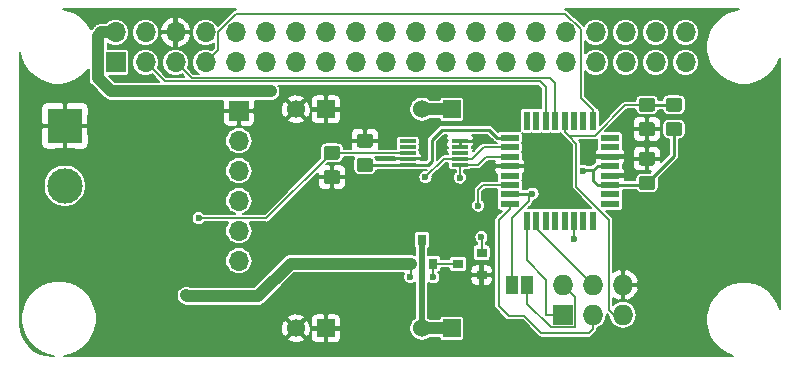
<source format=gbl>
G04 #@! TF.GenerationSoftware,KiCad,Pcbnew,5.1.2*
G04 #@! TF.CreationDate,2019-05-31T13:26:26+02:00*
G04 #@! TF.ProjectId,solarcampi,736f6c61-7263-4616-9d70-692e6b696361,1.0.8*
G04 #@! TF.SameCoordinates,Original*
G04 #@! TF.FileFunction,Copper,L2,Bot*
G04 #@! TF.FilePolarity,Positive*
%FSLAX46Y46*%
G04 Gerber Fmt 4.6, Leading zero omitted, Abs format (unit mm)*
G04 Created by KiCad (PCBNEW 5.1.2) date 2019-05-31 13:26:26*
%MOMM*%
%LPD*%
G04 APERTURE LIST*
%ADD10C,3.000000*%
%ADD11R,3.000000X3.000000*%
%ADD12C,1.524000*%
%ADD13R,1.524000X1.524000*%
%ADD14R,1.600000X0.550000*%
%ADD15R,0.550000X1.600000*%
%ADD16R,1.400000X0.300000*%
%ADD17C,0.100000*%
%ADD18C,1.150000*%
%ADD19R,0.900000X0.800000*%
%ADD20R,0.800000X0.900000*%
%ADD21R,1.000000X1.500000*%
%ADD22O,1.700000X1.700000*%
%ADD23R,1.700000X1.700000*%
%ADD24O,1.727200X1.727200*%
%ADD25R,1.727200X1.727200*%
%ADD26C,0.600000*%
%ADD27C,0.250000*%
%ADD28C,0.127000*%
%ADD29C,1.000000*%
%ADD30C,0.500000*%
%ADD31C,0.200000*%
G04 APERTURE END LIST*
D10*
X54102000Y-64262000D03*
D11*
X54102000Y-59182000D03*
D12*
X73660000Y-76327000D03*
D13*
X86868000Y-76327000D03*
D12*
X73660000Y-57785000D03*
D13*
X86868000Y-57785000D03*
X76200000Y-57785000D03*
X76200000Y-76327000D03*
D12*
X84328000Y-76327000D03*
X84328000Y-57785000D03*
D14*
X100262000Y-60192000D03*
X100262000Y-60992000D03*
X100262000Y-61792000D03*
X100262000Y-62592000D03*
X100262000Y-63392000D03*
X100262000Y-64192000D03*
X100262000Y-64992000D03*
X100262000Y-65792000D03*
D15*
X98812000Y-67242000D03*
X98012000Y-67242000D03*
X97212000Y-67242000D03*
X96412000Y-67242000D03*
X95612000Y-67242000D03*
X94812000Y-67242000D03*
X94012000Y-67242000D03*
X93212000Y-67242000D03*
D14*
X91762000Y-65792000D03*
X91762000Y-64992000D03*
X91762000Y-64192000D03*
X91762000Y-63392000D03*
X91762000Y-62592000D03*
X91762000Y-61792000D03*
X91762000Y-60992000D03*
X91762000Y-60192000D03*
D15*
X93212000Y-58742000D03*
X94012000Y-58742000D03*
X94812000Y-58742000D03*
X95612000Y-58742000D03*
X96412000Y-58742000D03*
X97212000Y-58742000D03*
X98012000Y-58742000D03*
X98812000Y-58742000D03*
D16*
X83144000Y-60468000D03*
X83144000Y-60968000D03*
X83144000Y-61468000D03*
X83144000Y-61968000D03*
X83144000Y-62468000D03*
X87544000Y-62468000D03*
X87544000Y-61968000D03*
X87544000Y-61468000D03*
X87544000Y-60968000D03*
X87544000Y-60468000D03*
D17*
G36*
X106138505Y-56821204D02*
G01*
X106162773Y-56824804D01*
X106186572Y-56830765D01*
X106209671Y-56839030D01*
X106231850Y-56849520D01*
X106252893Y-56862132D01*
X106272599Y-56876747D01*
X106290777Y-56893223D01*
X106307253Y-56911401D01*
X106321868Y-56931107D01*
X106334480Y-56952150D01*
X106344970Y-56974329D01*
X106353235Y-56997428D01*
X106359196Y-57021227D01*
X106362796Y-57045495D01*
X106364000Y-57069999D01*
X106364000Y-57720001D01*
X106362796Y-57744505D01*
X106359196Y-57768773D01*
X106353235Y-57792572D01*
X106344970Y-57815671D01*
X106334480Y-57837850D01*
X106321868Y-57858893D01*
X106307253Y-57878599D01*
X106290777Y-57896777D01*
X106272599Y-57913253D01*
X106252893Y-57927868D01*
X106231850Y-57940480D01*
X106209671Y-57950970D01*
X106186572Y-57959235D01*
X106162773Y-57965196D01*
X106138505Y-57968796D01*
X106114001Y-57970000D01*
X105213999Y-57970000D01*
X105189495Y-57968796D01*
X105165227Y-57965196D01*
X105141428Y-57959235D01*
X105118329Y-57950970D01*
X105096150Y-57940480D01*
X105075107Y-57927868D01*
X105055401Y-57913253D01*
X105037223Y-57896777D01*
X105020747Y-57878599D01*
X105006132Y-57858893D01*
X104993520Y-57837850D01*
X104983030Y-57815671D01*
X104974765Y-57792572D01*
X104968804Y-57768773D01*
X104965204Y-57744505D01*
X104964000Y-57720001D01*
X104964000Y-57069999D01*
X104965204Y-57045495D01*
X104968804Y-57021227D01*
X104974765Y-56997428D01*
X104983030Y-56974329D01*
X104993520Y-56952150D01*
X105006132Y-56931107D01*
X105020747Y-56911401D01*
X105037223Y-56893223D01*
X105055401Y-56876747D01*
X105075107Y-56862132D01*
X105096150Y-56849520D01*
X105118329Y-56839030D01*
X105141428Y-56830765D01*
X105165227Y-56824804D01*
X105189495Y-56821204D01*
X105213999Y-56820000D01*
X106114001Y-56820000D01*
X106138505Y-56821204D01*
X106138505Y-56821204D01*
G37*
D18*
X105664000Y-57395000D03*
D17*
G36*
X106138505Y-58871204D02*
G01*
X106162773Y-58874804D01*
X106186572Y-58880765D01*
X106209671Y-58889030D01*
X106231850Y-58899520D01*
X106252893Y-58912132D01*
X106272599Y-58926747D01*
X106290777Y-58943223D01*
X106307253Y-58961401D01*
X106321868Y-58981107D01*
X106334480Y-59002150D01*
X106344970Y-59024329D01*
X106353235Y-59047428D01*
X106359196Y-59071227D01*
X106362796Y-59095495D01*
X106364000Y-59119999D01*
X106364000Y-59770001D01*
X106362796Y-59794505D01*
X106359196Y-59818773D01*
X106353235Y-59842572D01*
X106344970Y-59865671D01*
X106334480Y-59887850D01*
X106321868Y-59908893D01*
X106307253Y-59928599D01*
X106290777Y-59946777D01*
X106272599Y-59963253D01*
X106252893Y-59977868D01*
X106231850Y-59990480D01*
X106209671Y-60000970D01*
X106186572Y-60009235D01*
X106162773Y-60015196D01*
X106138505Y-60018796D01*
X106114001Y-60020000D01*
X105213999Y-60020000D01*
X105189495Y-60018796D01*
X105165227Y-60015196D01*
X105141428Y-60009235D01*
X105118329Y-60000970D01*
X105096150Y-59990480D01*
X105075107Y-59977868D01*
X105055401Y-59963253D01*
X105037223Y-59946777D01*
X105020747Y-59928599D01*
X105006132Y-59908893D01*
X104993520Y-59887850D01*
X104983030Y-59865671D01*
X104974765Y-59842572D01*
X104968804Y-59818773D01*
X104965204Y-59794505D01*
X104964000Y-59770001D01*
X104964000Y-59119999D01*
X104965204Y-59095495D01*
X104968804Y-59071227D01*
X104974765Y-59047428D01*
X104983030Y-59024329D01*
X104993520Y-59002150D01*
X105006132Y-58981107D01*
X105020747Y-58961401D01*
X105037223Y-58943223D01*
X105055401Y-58926747D01*
X105075107Y-58912132D01*
X105096150Y-58899520D01*
X105118329Y-58889030D01*
X105141428Y-58880765D01*
X105165227Y-58874804D01*
X105189495Y-58871204D01*
X105213999Y-58870000D01*
X106114001Y-58870000D01*
X106138505Y-58871204D01*
X106138505Y-58871204D01*
G37*
D18*
X105664000Y-59445000D03*
D19*
X87392000Y-70866000D03*
X89392000Y-71816000D03*
X89392000Y-69916000D03*
D20*
X84328000Y-68850000D03*
X83378000Y-70850000D03*
X85278000Y-70850000D03*
D21*
X91948000Y-72644000D03*
X93248000Y-72644000D03*
D22*
X68834000Y-70612000D03*
X68834000Y-68072000D03*
X68834000Y-65532000D03*
X68834000Y-62992000D03*
X68834000Y-60452000D03*
D23*
X68834000Y-57912000D03*
D24*
X101346000Y-72644000D03*
X101346000Y-75184000D03*
X98806000Y-72644000D03*
X98806000Y-75184000D03*
X96266000Y-72644000D03*
D25*
X96266000Y-75184000D03*
D17*
G36*
X103852505Y-58880204D02*
G01*
X103876773Y-58883804D01*
X103900572Y-58889765D01*
X103923671Y-58898030D01*
X103945850Y-58908520D01*
X103966893Y-58921132D01*
X103986599Y-58935747D01*
X104004777Y-58952223D01*
X104021253Y-58970401D01*
X104035868Y-58990107D01*
X104048480Y-59011150D01*
X104058970Y-59033329D01*
X104067235Y-59056428D01*
X104073196Y-59080227D01*
X104076796Y-59104495D01*
X104078000Y-59128999D01*
X104078000Y-59779001D01*
X104076796Y-59803505D01*
X104073196Y-59827773D01*
X104067235Y-59851572D01*
X104058970Y-59874671D01*
X104048480Y-59896850D01*
X104035868Y-59917893D01*
X104021253Y-59937599D01*
X104004777Y-59955777D01*
X103986599Y-59972253D01*
X103966893Y-59986868D01*
X103945850Y-59999480D01*
X103923671Y-60009970D01*
X103900572Y-60018235D01*
X103876773Y-60024196D01*
X103852505Y-60027796D01*
X103828001Y-60029000D01*
X102927999Y-60029000D01*
X102903495Y-60027796D01*
X102879227Y-60024196D01*
X102855428Y-60018235D01*
X102832329Y-60009970D01*
X102810150Y-59999480D01*
X102789107Y-59986868D01*
X102769401Y-59972253D01*
X102751223Y-59955777D01*
X102734747Y-59937599D01*
X102720132Y-59917893D01*
X102707520Y-59896850D01*
X102697030Y-59874671D01*
X102688765Y-59851572D01*
X102682804Y-59827773D01*
X102679204Y-59803505D01*
X102678000Y-59779001D01*
X102678000Y-59128999D01*
X102679204Y-59104495D01*
X102682804Y-59080227D01*
X102688765Y-59056428D01*
X102697030Y-59033329D01*
X102707520Y-59011150D01*
X102720132Y-58990107D01*
X102734747Y-58970401D01*
X102751223Y-58952223D01*
X102769401Y-58935747D01*
X102789107Y-58921132D01*
X102810150Y-58908520D01*
X102832329Y-58898030D01*
X102855428Y-58889765D01*
X102879227Y-58883804D01*
X102903495Y-58880204D01*
X102927999Y-58879000D01*
X103828001Y-58879000D01*
X103852505Y-58880204D01*
X103852505Y-58880204D01*
G37*
D18*
X103378000Y-59454000D03*
D17*
G36*
X103852505Y-56830204D02*
G01*
X103876773Y-56833804D01*
X103900572Y-56839765D01*
X103923671Y-56848030D01*
X103945850Y-56858520D01*
X103966893Y-56871132D01*
X103986599Y-56885747D01*
X104004777Y-56902223D01*
X104021253Y-56920401D01*
X104035868Y-56940107D01*
X104048480Y-56961150D01*
X104058970Y-56983329D01*
X104067235Y-57006428D01*
X104073196Y-57030227D01*
X104076796Y-57054495D01*
X104078000Y-57078999D01*
X104078000Y-57729001D01*
X104076796Y-57753505D01*
X104073196Y-57777773D01*
X104067235Y-57801572D01*
X104058970Y-57824671D01*
X104048480Y-57846850D01*
X104035868Y-57867893D01*
X104021253Y-57887599D01*
X104004777Y-57905777D01*
X103986599Y-57922253D01*
X103966893Y-57936868D01*
X103945850Y-57949480D01*
X103923671Y-57959970D01*
X103900572Y-57968235D01*
X103876773Y-57974196D01*
X103852505Y-57977796D01*
X103828001Y-57979000D01*
X102927999Y-57979000D01*
X102903495Y-57977796D01*
X102879227Y-57974196D01*
X102855428Y-57968235D01*
X102832329Y-57959970D01*
X102810150Y-57949480D01*
X102789107Y-57936868D01*
X102769401Y-57922253D01*
X102751223Y-57905777D01*
X102734747Y-57887599D01*
X102720132Y-57867893D01*
X102707520Y-57846850D01*
X102697030Y-57824671D01*
X102688765Y-57801572D01*
X102682804Y-57777773D01*
X102679204Y-57753505D01*
X102678000Y-57729001D01*
X102678000Y-57078999D01*
X102679204Y-57054495D01*
X102682804Y-57030227D01*
X102688765Y-57006428D01*
X102697030Y-56983329D01*
X102707520Y-56961150D01*
X102720132Y-56940107D01*
X102734747Y-56920401D01*
X102751223Y-56902223D01*
X102769401Y-56885747D01*
X102789107Y-56871132D01*
X102810150Y-56858520D01*
X102832329Y-56848030D01*
X102855428Y-56839765D01*
X102879227Y-56833804D01*
X102903495Y-56830204D01*
X102927999Y-56829000D01*
X103828001Y-56829000D01*
X103852505Y-56830204D01*
X103852505Y-56830204D01*
G37*
D18*
X103378000Y-57404000D03*
D17*
G36*
X79976505Y-59869204D02*
G01*
X80000773Y-59872804D01*
X80024572Y-59878765D01*
X80047671Y-59887030D01*
X80069850Y-59897520D01*
X80090893Y-59910132D01*
X80110599Y-59924747D01*
X80128777Y-59941223D01*
X80145253Y-59959401D01*
X80159868Y-59979107D01*
X80172480Y-60000150D01*
X80182970Y-60022329D01*
X80191235Y-60045428D01*
X80197196Y-60069227D01*
X80200796Y-60093495D01*
X80202000Y-60117999D01*
X80202000Y-60768001D01*
X80200796Y-60792505D01*
X80197196Y-60816773D01*
X80191235Y-60840572D01*
X80182970Y-60863671D01*
X80172480Y-60885850D01*
X80159868Y-60906893D01*
X80145253Y-60926599D01*
X80128777Y-60944777D01*
X80110599Y-60961253D01*
X80090893Y-60975868D01*
X80069850Y-60988480D01*
X80047671Y-60998970D01*
X80024572Y-61007235D01*
X80000773Y-61013196D01*
X79976505Y-61016796D01*
X79952001Y-61018000D01*
X79051999Y-61018000D01*
X79027495Y-61016796D01*
X79003227Y-61013196D01*
X78979428Y-61007235D01*
X78956329Y-60998970D01*
X78934150Y-60988480D01*
X78913107Y-60975868D01*
X78893401Y-60961253D01*
X78875223Y-60944777D01*
X78858747Y-60926599D01*
X78844132Y-60906893D01*
X78831520Y-60885850D01*
X78821030Y-60863671D01*
X78812765Y-60840572D01*
X78806804Y-60816773D01*
X78803204Y-60792505D01*
X78802000Y-60768001D01*
X78802000Y-60117999D01*
X78803204Y-60093495D01*
X78806804Y-60069227D01*
X78812765Y-60045428D01*
X78821030Y-60022329D01*
X78831520Y-60000150D01*
X78844132Y-59979107D01*
X78858747Y-59959401D01*
X78875223Y-59941223D01*
X78893401Y-59924747D01*
X78913107Y-59910132D01*
X78934150Y-59897520D01*
X78956329Y-59887030D01*
X78979428Y-59878765D01*
X79003227Y-59872804D01*
X79027495Y-59869204D01*
X79051999Y-59868000D01*
X79952001Y-59868000D01*
X79976505Y-59869204D01*
X79976505Y-59869204D01*
G37*
D18*
X79502000Y-60443000D03*
D17*
G36*
X79976505Y-61919204D02*
G01*
X80000773Y-61922804D01*
X80024572Y-61928765D01*
X80047671Y-61937030D01*
X80069850Y-61947520D01*
X80090893Y-61960132D01*
X80110599Y-61974747D01*
X80128777Y-61991223D01*
X80145253Y-62009401D01*
X80159868Y-62029107D01*
X80172480Y-62050150D01*
X80182970Y-62072329D01*
X80191235Y-62095428D01*
X80197196Y-62119227D01*
X80200796Y-62143495D01*
X80202000Y-62167999D01*
X80202000Y-62818001D01*
X80200796Y-62842505D01*
X80197196Y-62866773D01*
X80191235Y-62890572D01*
X80182970Y-62913671D01*
X80172480Y-62935850D01*
X80159868Y-62956893D01*
X80145253Y-62976599D01*
X80128777Y-62994777D01*
X80110599Y-63011253D01*
X80090893Y-63025868D01*
X80069850Y-63038480D01*
X80047671Y-63048970D01*
X80024572Y-63057235D01*
X80000773Y-63063196D01*
X79976505Y-63066796D01*
X79952001Y-63068000D01*
X79051999Y-63068000D01*
X79027495Y-63066796D01*
X79003227Y-63063196D01*
X78979428Y-63057235D01*
X78956329Y-63048970D01*
X78934150Y-63038480D01*
X78913107Y-63025868D01*
X78893401Y-63011253D01*
X78875223Y-62994777D01*
X78858747Y-62976599D01*
X78844132Y-62956893D01*
X78831520Y-62935850D01*
X78821030Y-62913671D01*
X78812765Y-62890572D01*
X78806804Y-62866773D01*
X78803204Y-62842505D01*
X78802000Y-62818001D01*
X78802000Y-62167999D01*
X78803204Y-62143495D01*
X78806804Y-62119227D01*
X78812765Y-62095428D01*
X78821030Y-62072329D01*
X78831520Y-62050150D01*
X78844132Y-62029107D01*
X78858747Y-62009401D01*
X78875223Y-61991223D01*
X78893401Y-61974747D01*
X78913107Y-61960132D01*
X78934150Y-61947520D01*
X78956329Y-61937030D01*
X78979428Y-61928765D01*
X79003227Y-61922804D01*
X79027495Y-61919204D01*
X79051999Y-61918000D01*
X79952001Y-61918000D01*
X79976505Y-61919204D01*
X79976505Y-61919204D01*
G37*
D18*
X79502000Y-62493000D03*
D17*
G36*
X103852505Y-61393204D02*
G01*
X103876773Y-61396804D01*
X103900572Y-61402765D01*
X103923671Y-61411030D01*
X103945850Y-61421520D01*
X103966893Y-61434132D01*
X103986599Y-61448747D01*
X104004777Y-61465223D01*
X104021253Y-61483401D01*
X104035868Y-61503107D01*
X104048480Y-61524150D01*
X104058970Y-61546329D01*
X104067235Y-61569428D01*
X104073196Y-61593227D01*
X104076796Y-61617495D01*
X104078000Y-61641999D01*
X104078000Y-62292001D01*
X104076796Y-62316505D01*
X104073196Y-62340773D01*
X104067235Y-62364572D01*
X104058970Y-62387671D01*
X104048480Y-62409850D01*
X104035868Y-62430893D01*
X104021253Y-62450599D01*
X104004777Y-62468777D01*
X103986599Y-62485253D01*
X103966893Y-62499868D01*
X103945850Y-62512480D01*
X103923671Y-62522970D01*
X103900572Y-62531235D01*
X103876773Y-62537196D01*
X103852505Y-62540796D01*
X103828001Y-62542000D01*
X102927999Y-62542000D01*
X102903495Y-62540796D01*
X102879227Y-62537196D01*
X102855428Y-62531235D01*
X102832329Y-62522970D01*
X102810150Y-62512480D01*
X102789107Y-62499868D01*
X102769401Y-62485253D01*
X102751223Y-62468777D01*
X102734747Y-62450599D01*
X102720132Y-62430893D01*
X102707520Y-62409850D01*
X102697030Y-62387671D01*
X102688765Y-62364572D01*
X102682804Y-62340773D01*
X102679204Y-62316505D01*
X102678000Y-62292001D01*
X102678000Y-61641999D01*
X102679204Y-61617495D01*
X102682804Y-61593227D01*
X102688765Y-61569428D01*
X102697030Y-61546329D01*
X102707520Y-61524150D01*
X102720132Y-61503107D01*
X102734747Y-61483401D01*
X102751223Y-61465223D01*
X102769401Y-61448747D01*
X102789107Y-61434132D01*
X102810150Y-61421520D01*
X102832329Y-61411030D01*
X102855428Y-61402765D01*
X102879227Y-61396804D01*
X102903495Y-61393204D01*
X102927999Y-61392000D01*
X103828001Y-61392000D01*
X103852505Y-61393204D01*
X103852505Y-61393204D01*
G37*
D18*
X103378000Y-61967000D03*
D17*
G36*
X103852505Y-63443204D02*
G01*
X103876773Y-63446804D01*
X103900572Y-63452765D01*
X103923671Y-63461030D01*
X103945850Y-63471520D01*
X103966893Y-63484132D01*
X103986599Y-63498747D01*
X104004777Y-63515223D01*
X104021253Y-63533401D01*
X104035868Y-63553107D01*
X104048480Y-63574150D01*
X104058970Y-63596329D01*
X104067235Y-63619428D01*
X104073196Y-63643227D01*
X104076796Y-63667495D01*
X104078000Y-63691999D01*
X104078000Y-64342001D01*
X104076796Y-64366505D01*
X104073196Y-64390773D01*
X104067235Y-64414572D01*
X104058970Y-64437671D01*
X104048480Y-64459850D01*
X104035868Y-64480893D01*
X104021253Y-64500599D01*
X104004777Y-64518777D01*
X103986599Y-64535253D01*
X103966893Y-64549868D01*
X103945850Y-64562480D01*
X103923671Y-64572970D01*
X103900572Y-64581235D01*
X103876773Y-64587196D01*
X103852505Y-64590796D01*
X103828001Y-64592000D01*
X102927999Y-64592000D01*
X102903495Y-64590796D01*
X102879227Y-64587196D01*
X102855428Y-64581235D01*
X102832329Y-64572970D01*
X102810150Y-64562480D01*
X102789107Y-64549868D01*
X102769401Y-64535253D01*
X102751223Y-64518777D01*
X102734747Y-64500599D01*
X102720132Y-64480893D01*
X102707520Y-64459850D01*
X102697030Y-64437671D01*
X102688765Y-64414572D01*
X102682804Y-64390773D01*
X102679204Y-64366505D01*
X102678000Y-64342001D01*
X102678000Y-63691999D01*
X102679204Y-63667495D01*
X102682804Y-63643227D01*
X102688765Y-63619428D01*
X102697030Y-63596329D01*
X102707520Y-63574150D01*
X102720132Y-63553107D01*
X102734747Y-63533401D01*
X102751223Y-63515223D01*
X102769401Y-63498747D01*
X102789107Y-63484132D01*
X102810150Y-63471520D01*
X102832329Y-63461030D01*
X102855428Y-63452765D01*
X102879227Y-63446804D01*
X102903495Y-63443204D01*
X102927999Y-63442000D01*
X103828001Y-63442000D01*
X103852505Y-63443204D01*
X103852505Y-63443204D01*
G37*
D18*
X103378000Y-64017000D03*
D17*
G36*
X77182505Y-62935204D02*
G01*
X77206773Y-62938804D01*
X77230572Y-62944765D01*
X77253671Y-62953030D01*
X77275850Y-62963520D01*
X77296893Y-62976132D01*
X77316599Y-62990747D01*
X77334777Y-63007223D01*
X77351253Y-63025401D01*
X77365868Y-63045107D01*
X77378480Y-63066150D01*
X77388970Y-63088329D01*
X77397235Y-63111428D01*
X77403196Y-63135227D01*
X77406796Y-63159495D01*
X77408000Y-63183999D01*
X77408000Y-63834001D01*
X77406796Y-63858505D01*
X77403196Y-63882773D01*
X77397235Y-63906572D01*
X77388970Y-63929671D01*
X77378480Y-63951850D01*
X77365868Y-63972893D01*
X77351253Y-63992599D01*
X77334777Y-64010777D01*
X77316599Y-64027253D01*
X77296893Y-64041868D01*
X77275850Y-64054480D01*
X77253671Y-64064970D01*
X77230572Y-64073235D01*
X77206773Y-64079196D01*
X77182505Y-64082796D01*
X77158001Y-64084000D01*
X76257999Y-64084000D01*
X76233495Y-64082796D01*
X76209227Y-64079196D01*
X76185428Y-64073235D01*
X76162329Y-64064970D01*
X76140150Y-64054480D01*
X76119107Y-64041868D01*
X76099401Y-64027253D01*
X76081223Y-64010777D01*
X76064747Y-63992599D01*
X76050132Y-63972893D01*
X76037520Y-63951850D01*
X76027030Y-63929671D01*
X76018765Y-63906572D01*
X76012804Y-63882773D01*
X76009204Y-63858505D01*
X76008000Y-63834001D01*
X76008000Y-63183999D01*
X76009204Y-63159495D01*
X76012804Y-63135227D01*
X76018765Y-63111428D01*
X76027030Y-63088329D01*
X76037520Y-63066150D01*
X76050132Y-63045107D01*
X76064747Y-63025401D01*
X76081223Y-63007223D01*
X76099401Y-62990747D01*
X76119107Y-62976132D01*
X76140150Y-62963520D01*
X76162329Y-62953030D01*
X76185428Y-62944765D01*
X76209227Y-62938804D01*
X76233495Y-62935204D01*
X76257999Y-62934000D01*
X77158001Y-62934000D01*
X77182505Y-62935204D01*
X77182505Y-62935204D01*
G37*
D18*
X76708000Y-63509000D03*
D17*
G36*
X77182505Y-60885204D02*
G01*
X77206773Y-60888804D01*
X77230572Y-60894765D01*
X77253671Y-60903030D01*
X77275850Y-60913520D01*
X77296893Y-60926132D01*
X77316599Y-60940747D01*
X77334777Y-60957223D01*
X77351253Y-60975401D01*
X77365868Y-60995107D01*
X77378480Y-61016150D01*
X77388970Y-61038329D01*
X77397235Y-61061428D01*
X77403196Y-61085227D01*
X77406796Y-61109495D01*
X77408000Y-61133999D01*
X77408000Y-61784001D01*
X77406796Y-61808505D01*
X77403196Y-61832773D01*
X77397235Y-61856572D01*
X77388970Y-61879671D01*
X77378480Y-61901850D01*
X77365868Y-61922893D01*
X77351253Y-61942599D01*
X77334777Y-61960777D01*
X77316599Y-61977253D01*
X77296893Y-61991868D01*
X77275850Y-62004480D01*
X77253671Y-62014970D01*
X77230572Y-62023235D01*
X77206773Y-62029196D01*
X77182505Y-62032796D01*
X77158001Y-62034000D01*
X76257999Y-62034000D01*
X76233495Y-62032796D01*
X76209227Y-62029196D01*
X76185428Y-62023235D01*
X76162329Y-62014970D01*
X76140150Y-62004480D01*
X76119107Y-61991868D01*
X76099401Y-61977253D01*
X76081223Y-61960777D01*
X76064747Y-61942599D01*
X76050132Y-61922893D01*
X76037520Y-61901850D01*
X76027030Y-61879671D01*
X76018765Y-61856572D01*
X76012804Y-61832773D01*
X76009204Y-61808505D01*
X76008000Y-61784001D01*
X76008000Y-61133999D01*
X76009204Y-61109495D01*
X76012804Y-61085227D01*
X76018765Y-61061428D01*
X76027030Y-61038329D01*
X76037520Y-61016150D01*
X76050132Y-60995107D01*
X76064747Y-60975401D01*
X76081223Y-60957223D01*
X76099401Y-60940747D01*
X76119107Y-60926132D01*
X76140150Y-60913520D01*
X76162329Y-60903030D01*
X76185428Y-60894765D01*
X76209227Y-60888804D01*
X76233495Y-60885204D01*
X76257999Y-60884000D01*
X77158001Y-60884000D01*
X77182505Y-60885204D01*
X77182505Y-60885204D01*
G37*
D18*
X76708000Y-61459000D03*
D22*
X106660000Y-51260000D03*
X106660000Y-53800000D03*
X104120000Y-51260000D03*
X104120000Y-53800000D03*
X101580000Y-51260000D03*
X101580000Y-53800000D03*
X99040000Y-51260000D03*
X99040000Y-53800000D03*
X96500000Y-51260000D03*
X96500000Y-53800000D03*
X93960000Y-51260000D03*
X93960000Y-53800000D03*
X91420000Y-51260000D03*
X91420000Y-53800000D03*
X88880000Y-51260000D03*
X88880000Y-53800000D03*
X86340000Y-51260000D03*
X86340000Y-53800000D03*
X83800000Y-51260000D03*
X83800000Y-53800000D03*
X81260000Y-51260000D03*
X81260000Y-53800000D03*
X78720000Y-51260000D03*
X78720000Y-53800000D03*
X76180000Y-51260000D03*
X76180000Y-53800000D03*
X73640000Y-51260000D03*
X73640000Y-53800000D03*
X71100000Y-51260000D03*
X71100000Y-53800000D03*
X68560000Y-51260000D03*
X68560000Y-53800000D03*
X66020000Y-51260000D03*
X66020000Y-53800000D03*
X63480000Y-51260000D03*
X63480000Y-53800000D03*
X60940000Y-51260000D03*
X60940000Y-53800000D03*
X58400000Y-51260000D03*
D23*
X58400000Y-53800000D03*
D26*
X89300000Y-60380000D03*
X86030000Y-61010000D03*
X80840000Y-60800000D03*
X103420000Y-60710000D03*
X72670000Y-62850000D03*
X74310000Y-66740000D03*
X72130000Y-64830000D03*
X84450000Y-61030000D03*
X83350000Y-71990000D03*
X64380000Y-73540000D03*
X65440000Y-67000000D03*
X97940000Y-62980000D03*
X93690000Y-64920000D03*
X71550000Y-56260000D03*
X85290000Y-72010000D03*
X89370000Y-68610000D03*
X97190000Y-68780000D03*
X89090000Y-65935000D03*
X87550000Y-63560000D03*
X84630000Y-63530000D03*
D27*
X88875736Y-60380000D02*
X88695736Y-60560000D01*
X89300000Y-60380000D02*
X88875736Y-60380000D01*
X89212000Y-60468000D02*
X89300000Y-60380000D01*
X87544000Y-60468000D02*
X89212000Y-60468000D01*
X87544000Y-60468000D02*
X87544000Y-60968000D01*
D28*
X83378000Y-70850000D02*
X83378000Y-71962000D01*
X83378000Y-71962000D02*
X83350000Y-71990000D01*
D29*
X83378000Y-70850000D02*
X73210000Y-70850000D01*
X73210000Y-70850000D02*
X70440000Y-73620000D01*
X70440000Y-73620000D02*
X64460000Y-73620000D01*
X64460000Y-73620000D02*
X64380000Y-73540000D01*
D28*
X76717000Y-61468000D02*
X76708000Y-61459000D01*
X83144000Y-61468000D02*
X76717000Y-61468000D01*
X76708000Y-61459000D02*
X71167000Y-67000000D01*
X71167000Y-67000000D02*
X65440000Y-67000000D01*
D27*
X103203000Y-64192000D02*
X103378000Y-64017000D01*
X100262000Y-64192000D02*
X103203000Y-64192000D01*
X99212000Y-62592000D02*
X98850000Y-62954000D01*
X100262000Y-62592000D02*
X99212000Y-62592000D01*
X99212000Y-64192000D02*
X100262000Y-64192000D01*
X98850000Y-63830000D02*
X99212000Y-64192000D01*
X98850000Y-62954000D02*
X98850000Y-63830000D01*
X105664000Y-61731000D02*
X103378000Y-64017000D01*
X105664000Y-59445000D02*
X105664000Y-61731000D01*
X98850000Y-62954000D02*
X97966000Y-62954000D01*
X97966000Y-62954000D02*
X97940000Y-62980000D01*
X91834000Y-64920000D02*
X91762000Y-64992000D01*
X93690000Y-64920000D02*
X91834000Y-64920000D01*
D28*
X93390001Y-65219999D02*
X93690000Y-64920000D01*
X91948000Y-67023902D02*
X93390001Y-65581901D01*
X93390001Y-65581901D02*
X93390001Y-65219999D01*
X91948000Y-72644000D02*
X91948000Y-67023902D01*
D27*
X83119000Y-62493000D02*
X83144000Y-62468000D01*
X79502000Y-62493000D02*
X83119000Y-62493000D01*
X84094000Y-62468000D02*
X83144000Y-62468000D01*
X84847998Y-62468000D02*
X83144000Y-62468000D01*
X90712000Y-60192000D02*
X90050000Y-59530000D01*
X91762000Y-60192000D02*
X90712000Y-60192000D01*
X90050000Y-59530000D02*
X86040000Y-59530000D01*
X85177999Y-60392001D02*
X85177999Y-62137999D01*
X85177999Y-62137999D02*
X84847998Y-62468000D01*
X86040000Y-59530000D02*
X85177999Y-60392001D01*
X105655000Y-57404000D02*
X105664000Y-57395000D01*
X103378000Y-57404000D02*
X105655000Y-57404000D01*
D28*
X101567902Y-57404000D02*
X98951902Y-60020000D01*
X103378000Y-57404000D02*
X101567902Y-57404000D01*
X96412000Y-59669000D02*
X96412000Y-58742000D01*
X96763000Y-60020000D02*
X96412000Y-59669000D01*
X96980000Y-60020000D02*
X96763000Y-60020000D01*
X98951902Y-60020000D02*
X96980000Y-60020000D01*
X101346000Y-75184000D02*
X100554000Y-75184000D01*
X100554000Y-75184000D02*
X100180000Y-74810000D01*
X100180000Y-67127902D02*
X97420000Y-64367902D01*
X100180000Y-74810000D02*
X100180000Y-67127902D01*
X97420000Y-60677000D02*
X96763000Y-60020000D01*
X97420000Y-64367902D02*
X97420000Y-60677000D01*
D29*
X84328000Y-57785000D02*
X86868000Y-57785000D01*
X57197919Y-51260000D02*
X58400000Y-51260000D01*
X56922999Y-51534920D02*
X57197919Y-51260000D01*
X58031398Y-56260000D02*
X56922999Y-55151601D01*
X56922999Y-55151601D02*
X56922999Y-51534920D01*
X71550000Y-56260000D02*
X58031398Y-56260000D01*
D28*
X98812000Y-57815000D02*
X97800000Y-56803000D01*
X98812000Y-58742000D02*
X98812000Y-57815000D01*
X97800000Y-51020058D02*
X96469942Y-49690000D01*
X97800000Y-56803000D02*
X97800000Y-51020058D01*
X67060501Y-51219557D02*
X67060501Y-52759499D01*
X66869999Y-52950001D02*
X66020000Y-53800000D01*
X67060501Y-52759499D02*
X66869999Y-52950001D01*
X68590058Y-49690000D02*
X67060501Y-51219557D01*
X96469942Y-49690000D02*
X68590058Y-49690000D01*
X63480000Y-53800000D02*
X64840000Y-55160000D01*
X64840000Y-55160000D02*
X95180000Y-55160000D01*
X95612000Y-55592000D02*
X95612000Y-58742000D01*
X95180000Y-55160000D02*
X95612000Y-55592000D01*
X94812000Y-55892000D02*
X94812000Y-58742000D01*
X94334010Y-55414010D02*
X94812000Y-55892000D01*
X60940000Y-53800000D02*
X62554010Y-55414010D01*
X62554010Y-55414010D02*
X94334010Y-55414010D01*
X94012000Y-67850000D02*
X94012000Y-67242000D01*
X98806000Y-72644000D02*
X94012000Y-67850000D01*
X98806000Y-76405314D02*
X98471314Y-76740000D01*
X98806000Y-75184000D02*
X98806000Y-76405314D01*
X94451098Y-76740000D02*
X93001098Y-75290000D01*
X98471314Y-76740000D02*
X94451098Y-76740000D01*
X93001098Y-75290000D02*
X91670000Y-75290000D01*
X91762000Y-66194000D02*
X91762000Y-65792000D01*
X90835000Y-67121000D02*
X91762000Y-66194000D01*
X90835000Y-74455000D02*
X90835000Y-67121000D01*
X91670000Y-75290000D02*
X90835000Y-74455000D01*
X97129599Y-73507599D02*
X96266000Y-72644000D01*
X97320101Y-73698101D02*
X97129599Y-73507599D01*
X97320101Y-76200001D02*
X97320101Y-73698101D01*
X97282001Y-76238101D02*
X97320101Y-76200001D01*
X95249999Y-76238101D02*
X97282001Y-76238101D01*
X93248000Y-74236102D02*
X95249999Y-76238101D01*
X93248000Y-72644000D02*
X93248000Y-74236102D01*
X96266000Y-75184000D02*
X94854000Y-75184000D01*
X94854000Y-75184000D02*
X94854000Y-72224000D01*
X93212000Y-70582000D02*
X93212000Y-67242000D01*
X94854000Y-72224000D02*
X93212000Y-70582000D01*
D30*
X84328000Y-68850000D02*
X84328000Y-76327000D01*
D29*
X84328000Y-76327000D02*
X86868000Y-76327000D01*
D28*
X85278000Y-70850000D02*
X85278000Y-71998000D01*
X85278000Y-71998000D02*
X85290000Y-72010000D01*
X87376000Y-70850000D02*
X87392000Y-70866000D01*
X85278000Y-70850000D02*
X87376000Y-70850000D01*
X89392000Y-69916000D02*
X89392000Y-68632000D01*
X89392000Y-68632000D02*
X89370000Y-68610000D01*
X97190000Y-67264000D02*
X97212000Y-67242000D01*
X97190000Y-68780000D02*
X97190000Y-67264000D01*
X89090000Y-65935000D02*
X89090000Y-64600000D01*
X89498000Y-64192000D02*
X91762000Y-64192000D01*
X89090000Y-64600000D02*
X89498000Y-64192000D01*
X91762000Y-61792000D02*
X89748000Y-61792000D01*
X89072000Y-62468000D02*
X87544000Y-62468000D01*
X89748000Y-61792000D02*
X89072000Y-62468000D01*
X87544000Y-62468000D02*
X87544000Y-63554000D01*
X87544000Y-63554000D02*
X87550000Y-63560000D01*
X87544000Y-61968000D02*
X88582000Y-61968000D01*
X89558000Y-60992000D02*
X91762000Y-60992000D01*
X88582000Y-61968000D02*
X89558000Y-60992000D01*
X87544000Y-61968000D02*
X86192000Y-61968000D01*
X86192000Y-61968000D02*
X84630000Y-63530000D01*
D31*
G36*
X110666595Y-49422975D02*
G01*
X110084232Y-49664197D01*
X109560119Y-50014398D01*
X109114398Y-50460119D01*
X108764197Y-50984232D01*
X108522975Y-51566595D01*
X108400000Y-52184828D01*
X108400000Y-52815172D01*
X108522975Y-53433405D01*
X108764197Y-54015768D01*
X109114398Y-54539881D01*
X109560119Y-54985602D01*
X110084232Y-55335803D01*
X110666595Y-55577025D01*
X111284828Y-55700000D01*
X111915172Y-55700000D01*
X112533405Y-55577025D01*
X113115768Y-55335803D01*
X113639881Y-54985602D01*
X114085602Y-54539881D01*
X114435803Y-54015768D01*
X114675000Y-53438294D01*
X114675001Y-74661708D01*
X114435803Y-74084232D01*
X114085602Y-73560119D01*
X113639881Y-73114398D01*
X113115768Y-72764197D01*
X112533405Y-72522975D01*
X111915172Y-72400000D01*
X111284828Y-72400000D01*
X110666595Y-72522975D01*
X110084232Y-72764197D01*
X109560119Y-73114398D01*
X109114398Y-73560119D01*
X108764197Y-74084232D01*
X108522975Y-74666595D01*
X108400000Y-75284828D01*
X108400000Y-75915172D01*
X108522975Y-76533405D01*
X108764197Y-77115768D01*
X109114398Y-77639881D01*
X109560119Y-78085602D01*
X110084232Y-78435803D01*
X110661706Y-78675000D01*
X54040855Y-78675000D01*
X54533405Y-78577025D01*
X55115768Y-78335803D01*
X55639881Y-77985602D01*
X56085602Y-77539881D01*
X56310758Y-77202910D01*
X72925511Y-77202910D01*
X72997849Y-77408504D01*
X73221563Y-77516902D01*
X73462125Y-77579574D01*
X73710292Y-77594110D01*
X73956527Y-77559951D01*
X74191366Y-77478411D01*
X74322151Y-77408504D01*
X74394489Y-77202910D01*
X74280579Y-77089000D01*
X74935581Y-77089000D01*
X74945235Y-77187017D01*
X74973825Y-77281267D01*
X75020254Y-77368129D01*
X75082736Y-77444264D01*
X75158871Y-77506746D01*
X75245733Y-77553175D01*
X75339983Y-77581765D01*
X75438000Y-77591419D01*
X75975000Y-77589000D01*
X76100000Y-77464000D01*
X76100000Y-76427000D01*
X76300000Y-76427000D01*
X76300000Y-77464000D01*
X76425000Y-77589000D01*
X76962000Y-77591419D01*
X77060017Y-77581765D01*
X77154267Y-77553175D01*
X77241129Y-77506746D01*
X77317264Y-77444264D01*
X77379746Y-77368129D01*
X77426175Y-77281267D01*
X77454765Y-77187017D01*
X77464419Y-77089000D01*
X77462000Y-76552000D01*
X77337000Y-76427000D01*
X76300000Y-76427000D01*
X76100000Y-76427000D01*
X75063000Y-76427000D01*
X74938000Y-76552000D01*
X74935581Y-77089000D01*
X74280579Y-77089000D01*
X73660000Y-76468421D01*
X72925511Y-77202910D01*
X56310758Y-77202910D01*
X56435803Y-77015768D01*
X56677025Y-76433405D01*
X56688186Y-76377292D01*
X72392890Y-76377292D01*
X72427049Y-76623527D01*
X72508589Y-76858366D01*
X72578496Y-76989151D01*
X72784090Y-77061489D01*
X73518579Y-76327000D01*
X73801421Y-76327000D01*
X74535910Y-77061489D01*
X74741504Y-76989151D01*
X74849902Y-76765437D01*
X74912574Y-76524875D01*
X74927110Y-76276708D01*
X74892951Y-76030473D01*
X74811411Y-75795634D01*
X74741504Y-75664849D01*
X74535910Y-75592511D01*
X73801421Y-76327000D01*
X73518579Y-76327000D01*
X72784090Y-75592511D01*
X72578496Y-75664849D01*
X72470098Y-75888563D01*
X72407426Y-76129125D01*
X72392890Y-76377292D01*
X56688186Y-76377292D01*
X56800000Y-75815172D01*
X56800000Y-75451090D01*
X72925511Y-75451090D01*
X73660000Y-76185579D01*
X74280579Y-75565000D01*
X74935581Y-75565000D01*
X74938000Y-76102000D01*
X75063000Y-76227000D01*
X76100000Y-76227000D01*
X76100000Y-75190000D01*
X76300000Y-75190000D01*
X76300000Y-76227000D01*
X77337000Y-76227000D01*
X77462000Y-76102000D01*
X77464419Y-75565000D01*
X77454765Y-75466983D01*
X77426175Y-75372733D01*
X77379746Y-75285871D01*
X77317264Y-75209736D01*
X77241129Y-75147254D01*
X77154267Y-75100825D01*
X77060017Y-75072235D01*
X76962000Y-75062581D01*
X76425000Y-75065000D01*
X76300000Y-75190000D01*
X76100000Y-75190000D01*
X75975000Y-75065000D01*
X75438000Y-75062581D01*
X75339983Y-75072235D01*
X75245733Y-75100825D01*
X75158871Y-75147254D01*
X75082736Y-75209736D01*
X75020254Y-75285871D01*
X74973825Y-75372733D01*
X74945235Y-75466983D01*
X74935581Y-75565000D01*
X74280579Y-75565000D01*
X74394489Y-75451090D01*
X74322151Y-75245496D01*
X74098437Y-75137098D01*
X73857875Y-75074426D01*
X73609708Y-75059890D01*
X73363473Y-75094049D01*
X73128634Y-75175589D01*
X72997849Y-75245496D01*
X72925511Y-75451090D01*
X56800000Y-75451090D01*
X56800000Y-75184828D01*
X56677025Y-74566595D01*
X56435803Y-73984232D01*
X56138977Y-73540000D01*
X63576130Y-73540000D01*
X63591577Y-73696827D01*
X63637321Y-73847627D01*
X63711607Y-73986606D01*
X63786531Y-74077901D01*
X63866527Y-74157897D01*
X63891578Y-74188422D01*
X64013394Y-74288393D01*
X64152372Y-74362679D01*
X64303173Y-74408424D01*
X64420707Y-74420000D01*
X64420709Y-74420000D01*
X64459999Y-74423870D01*
X64499290Y-74420000D01*
X70400709Y-74420000D01*
X70440000Y-74423870D01*
X70479291Y-74420000D01*
X70479293Y-74420000D01*
X70596827Y-74408424D01*
X70747628Y-74362679D01*
X70886606Y-74288393D01*
X71008422Y-74188422D01*
X71033473Y-74157897D01*
X73541371Y-71650000D01*
X82855567Y-71650000D01*
X82818287Y-71705793D01*
X82773058Y-71814986D01*
X82750000Y-71930905D01*
X82750000Y-72049095D01*
X82773058Y-72165014D01*
X82818287Y-72274207D01*
X82883950Y-72372478D01*
X82967522Y-72456050D01*
X83065793Y-72521713D01*
X83174986Y-72566942D01*
X83290905Y-72590000D01*
X83409095Y-72590000D01*
X83525014Y-72566942D01*
X83634207Y-72521713D01*
X83732478Y-72456050D01*
X83778000Y-72410528D01*
X83778001Y-75417240D01*
X83651014Y-75502090D01*
X83503090Y-75650014D01*
X83386867Y-75823954D01*
X83306812Y-76017226D01*
X83266000Y-76222402D01*
X83266000Y-76431598D01*
X83306812Y-76636774D01*
X83386867Y-76830046D01*
X83503090Y-77003986D01*
X83651014Y-77151910D01*
X83824954Y-77268133D01*
X84018226Y-77348188D01*
X84223402Y-77389000D01*
X84432598Y-77389000D01*
X84637774Y-77348188D01*
X84831046Y-77268133D01*
X85004986Y-77151910D01*
X85029896Y-77127000D01*
X85808291Y-77127000D01*
X85810341Y-77147810D01*
X85827496Y-77204360D01*
X85855353Y-77256477D01*
X85892842Y-77302158D01*
X85938523Y-77339647D01*
X85990640Y-77367504D01*
X86047190Y-77384659D01*
X86106000Y-77390451D01*
X87630000Y-77390451D01*
X87688810Y-77384659D01*
X87745360Y-77367504D01*
X87797477Y-77339647D01*
X87843158Y-77302158D01*
X87880647Y-77256477D01*
X87908504Y-77204360D01*
X87925659Y-77147810D01*
X87931451Y-77089000D01*
X87931451Y-75565000D01*
X87925659Y-75506190D01*
X87908504Y-75449640D01*
X87880647Y-75397523D01*
X87843158Y-75351842D01*
X87797477Y-75314353D01*
X87745360Y-75286496D01*
X87688810Y-75269341D01*
X87630000Y-75263549D01*
X86106000Y-75263549D01*
X86047190Y-75269341D01*
X85990640Y-75286496D01*
X85938523Y-75314353D01*
X85892842Y-75351842D01*
X85855353Y-75397523D01*
X85827496Y-75449640D01*
X85810341Y-75506190D01*
X85808291Y-75527000D01*
X85029896Y-75527000D01*
X85004986Y-75502090D01*
X84878000Y-75417241D01*
X84878000Y-72446528D01*
X84907522Y-72476050D01*
X85005793Y-72541713D01*
X85114986Y-72586942D01*
X85230905Y-72610000D01*
X85349095Y-72610000D01*
X85465014Y-72586942D01*
X85574207Y-72541713D01*
X85672478Y-72476050D01*
X85756050Y-72392478D01*
X85821713Y-72294207D01*
X85854107Y-72216000D01*
X88439581Y-72216000D01*
X88449235Y-72314017D01*
X88477825Y-72408267D01*
X88524254Y-72495129D01*
X88586736Y-72571264D01*
X88662871Y-72633746D01*
X88749733Y-72680175D01*
X88843983Y-72708765D01*
X88942000Y-72718419D01*
X89167000Y-72716000D01*
X89292000Y-72591000D01*
X89292000Y-71916000D01*
X89492000Y-71916000D01*
X89492000Y-72591000D01*
X89617000Y-72716000D01*
X89842000Y-72718419D01*
X89940017Y-72708765D01*
X90034267Y-72680175D01*
X90121129Y-72633746D01*
X90197264Y-72571264D01*
X90259746Y-72495129D01*
X90306175Y-72408267D01*
X90334765Y-72314017D01*
X90344419Y-72216000D01*
X90342000Y-72041000D01*
X90217000Y-71916000D01*
X89492000Y-71916000D01*
X89292000Y-71916000D01*
X88567000Y-71916000D01*
X88442000Y-72041000D01*
X88439581Y-72216000D01*
X85854107Y-72216000D01*
X85866942Y-72185014D01*
X85890000Y-72069095D01*
X85890000Y-71950905D01*
X85866942Y-71834986D01*
X85821713Y-71725793D01*
X85756050Y-71627522D01*
X85725319Y-71596791D01*
X85736810Y-71595659D01*
X85793360Y-71578504D01*
X85845477Y-71550647D01*
X85891158Y-71513158D01*
X85928647Y-71467477D01*
X85956504Y-71415360D01*
X85973659Y-71358810D01*
X85979451Y-71300000D01*
X85979451Y-71213500D01*
X86640549Y-71213500D01*
X86640549Y-71266000D01*
X86646341Y-71324810D01*
X86663496Y-71381360D01*
X86691353Y-71433477D01*
X86728842Y-71479158D01*
X86774523Y-71516647D01*
X86826640Y-71544504D01*
X86883190Y-71561659D01*
X86942000Y-71567451D01*
X87842000Y-71567451D01*
X87900810Y-71561659D01*
X87957360Y-71544504D01*
X88009477Y-71516647D01*
X88055158Y-71479158D01*
X88092647Y-71433477D01*
X88101988Y-71416000D01*
X88439581Y-71416000D01*
X88442000Y-71591000D01*
X88567000Y-71716000D01*
X89292000Y-71716000D01*
X89292000Y-71041000D01*
X89492000Y-71041000D01*
X89492000Y-71716000D01*
X90217000Y-71716000D01*
X90342000Y-71591000D01*
X90344419Y-71416000D01*
X90334765Y-71317983D01*
X90306175Y-71223733D01*
X90259746Y-71136871D01*
X90197264Y-71060736D01*
X90121129Y-70998254D01*
X90034267Y-70951825D01*
X89940017Y-70923235D01*
X89842000Y-70913581D01*
X89617000Y-70916000D01*
X89492000Y-71041000D01*
X89292000Y-71041000D01*
X89167000Y-70916000D01*
X88942000Y-70913581D01*
X88843983Y-70923235D01*
X88749733Y-70951825D01*
X88662871Y-70998254D01*
X88586736Y-71060736D01*
X88524254Y-71136871D01*
X88477825Y-71223733D01*
X88449235Y-71317983D01*
X88439581Y-71416000D01*
X88101988Y-71416000D01*
X88120504Y-71381360D01*
X88137659Y-71324810D01*
X88143451Y-71266000D01*
X88143451Y-70466000D01*
X88137659Y-70407190D01*
X88120504Y-70350640D01*
X88092647Y-70298523D01*
X88055158Y-70252842D01*
X88009477Y-70215353D01*
X87957360Y-70187496D01*
X87900810Y-70170341D01*
X87842000Y-70164549D01*
X86942000Y-70164549D01*
X86883190Y-70170341D01*
X86826640Y-70187496D01*
X86774523Y-70215353D01*
X86728842Y-70252842D01*
X86691353Y-70298523D01*
X86663496Y-70350640D01*
X86646341Y-70407190D01*
X86640549Y-70466000D01*
X86640549Y-70486500D01*
X85979451Y-70486500D01*
X85979451Y-70400000D01*
X85973659Y-70341190D01*
X85956504Y-70284640D01*
X85928647Y-70232523D01*
X85891158Y-70186842D01*
X85845477Y-70149353D01*
X85793360Y-70121496D01*
X85736810Y-70104341D01*
X85678000Y-70098549D01*
X84878000Y-70098549D01*
X84878000Y-69559989D01*
X84895477Y-69550647D01*
X84937694Y-69516000D01*
X88640549Y-69516000D01*
X88640549Y-70316000D01*
X88646341Y-70374810D01*
X88663496Y-70431360D01*
X88691353Y-70483477D01*
X88728842Y-70529158D01*
X88774523Y-70566647D01*
X88826640Y-70594504D01*
X88883190Y-70611659D01*
X88942000Y-70617451D01*
X89842000Y-70617451D01*
X89900810Y-70611659D01*
X89957360Y-70594504D01*
X90009477Y-70566647D01*
X90055158Y-70529158D01*
X90092647Y-70483477D01*
X90120504Y-70431360D01*
X90137659Y-70374810D01*
X90143451Y-70316000D01*
X90143451Y-69516000D01*
X90137659Y-69457190D01*
X90120504Y-69400640D01*
X90092647Y-69348523D01*
X90055158Y-69302842D01*
X90009477Y-69265353D01*
X89957360Y-69237496D01*
X89900810Y-69220341D01*
X89842000Y-69214549D01*
X89755500Y-69214549D01*
X89755500Y-69073028D01*
X89836050Y-68992478D01*
X89901713Y-68894207D01*
X89946942Y-68785014D01*
X89970000Y-68669095D01*
X89970000Y-68550905D01*
X89946942Y-68434986D01*
X89901713Y-68325793D01*
X89836050Y-68227522D01*
X89752478Y-68143950D01*
X89654207Y-68078287D01*
X89545014Y-68033058D01*
X89429095Y-68010000D01*
X89310905Y-68010000D01*
X89194986Y-68033058D01*
X89085793Y-68078287D01*
X88987522Y-68143950D01*
X88903950Y-68227522D01*
X88838287Y-68325793D01*
X88793058Y-68434986D01*
X88770000Y-68550905D01*
X88770000Y-68669095D01*
X88793058Y-68785014D01*
X88838287Y-68894207D01*
X88903950Y-68992478D01*
X88987522Y-69076050D01*
X89028501Y-69103431D01*
X89028501Y-69214549D01*
X88942000Y-69214549D01*
X88883190Y-69220341D01*
X88826640Y-69237496D01*
X88774523Y-69265353D01*
X88728842Y-69302842D01*
X88691353Y-69348523D01*
X88663496Y-69400640D01*
X88646341Y-69457190D01*
X88640549Y-69516000D01*
X84937694Y-69516000D01*
X84941158Y-69513158D01*
X84978647Y-69467477D01*
X85006504Y-69415360D01*
X85023659Y-69358810D01*
X85029451Y-69300000D01*
X85029451Y-68400000D01*
X85023659Y-68341190D01*
X85006504Y-68284640D01*
X84978647Y-68232523D01*
X84941158Y-68186842D01*
X84895477Y-68149353D01*
X84843360Y-68121496D01*
X84786810Y-68104341D01*
X84728000Y-68098549D01*
X83928000Y-68098549D01*
X83869190Y-68104341D01*
X83812640Y-68121496D01*
X83760523Y-68149353D01*
X83714842Y-68186842D01*
X83677353Y-68232523D01*
X83649496Y-68284640D01*
X83632341Y-68341190D01*
X83626549Y-68400000D01*
X83626549Y-69300000D01*
X83632341Y-69358810D01*
X83649496Y-69415360D01*
X83677353Y-69467477D01*
X83714842Y-69513158D01*
X83760523Y-69550647D01*
X83778000Y-69559989D01*
X83778000Y-70098549D01*
X83656711Y-70098549D01*
X83534827Y-70061576D01*
X83417293Y-70050000D01*
X73249291Y-70050000D01*
X73210000Y-70046130D01*
X73170709Y-70050000D01*
X73170707Y-70050000D01*
X73053173Y-70061576D01*
X72912196Y-70104341D01*
X72902372Y-70107321D01*
X72763393Y-70181607D01*
X72676593Y-70252842D01*
X72641578Y-70281578D01*
X72616531Y-70312098D01*
X70108630Y-72820000D01*
X64730056Y-72820000D01*
X64687627Y-72797321D01*
X64536827Y-72751577D01*
X64380000Y-72736130D01*
X64223173Y-72751577D01*
X64072373Y-72797321D01*
X63933394Y-72871607D01*
X63811579Y-72971579D01*
X63711607Y-73093394D01*
X63637321Y-73232373D01*
X63591577Y-73383173D01*
X63576130Y-73540000D01*
X56138977Y-73540000D01*
X56085602Y-73460119D01*
X55639881Y-73014398D01*
X55115768Y-72664197D01*
X54533405Y-72422975D01*
X53915172Y-72300000D01*
X53284828Y-72300000D01*
X52666595Y-72422975D01*
X52084232Y-72664197D01*
X51560119Y-73014398D01*
X51114398Y-73460119D01*
X50764197Y-73984232D01*
X50522975Y-74566595D01*
X50400000Y-75184828D01*
X50400000Y-75815172D01*
X50522975Y-76433405D01*
X50764197Y-77015768D01*
X51114398Y-77539881D01*
X51560119Y-77985602D01*
X52084232Y-78335803D01*
X52666595Y-78577025D01*
X53159145Y-78675000D01*
X53015896Y-78675000D01*
X52480726Y-78622526D01*
X51981230Y-78471719D01*
X51520542Y-78226768D01*
X51116201Y-77896995D01*
X50783617Y-77494970D01*
X50535452Y-77035997D01*
X50381164Y-76537575D01*
X50325014Y-76003342D01*
X50325000Y-75999441D01*
X50325000Y-70612000D01*
X67678436Y-70612000D01*
X67700640Y-70837439D01*
X67766398Y-71054215D01*
X67873184Y-71253997D01*
X68016893Y-71429107D01*
X68192003Y-71572816D01*
X68391785Y-71679602D01*
X68608561Y-71745360D01*
X68777508Y-71762000D01*
X68890492Y-71762000D01*
X69059439Y-71745360D01*
X69276215Y-71679602D01*
X69475997Y-71572816D01*
X69651107Y-71429107D01*
X69794816Y-71253997D01*
X69901602Y-71054215D01*
X69967360Y-70837439D01*
X69989564Y-70612000D01*
X69967360Y-70386561D01*
X69901602Y-70169785D01*
X69794816Y-69970003D01*
X69651107Y-69794893D01*
X69475997Y-69651184D01*
X69276215Y-69544398D01*
X69059439Y-69478640D01*
X68890492Y-69462000D01*
X68777508Y-69462000D01*
X68608561Y-69478640D01*
X68391785Y-69544398D01*
X68192003Y-69651184D01*
X68016893Y-69794893D01*
X67873184Y-69970003D01*
X67766398Y-70169785D01*
X67700640Y-70386561D01*
X67678436Y-70612000D01*
X50325000Y-70612000D01*
X50325000Y-64084716D01*
X52302000Y-64084716D01*
X52302000Y-64439284D01*
X52371173Y-64787041D01*
X52506861Y-65114620D01*
X52703849Y-65409433D01*
X52954567Y-65660151D01*
X53249380Y-65857139D01*
X53576959Y-65992827D01*
X53924716Y-66062000D01*
X54279284Y-66062000D01*
X54627041Y-65992827D01*
X54954620Y-65857139D01*
X55249433Y-65660151D01*
X55500151Y-65409433D01*
X55697139Y-65114620D01*
X55832827Y-64787041D01*
X55902000Y-64439284D01*
X55902000Y-64084716D01*
X55832827Y-63736959D01*
X55697139Y-63409380D01*
X55500151Y-63114567D01*
X55377584Y-62992000D01*
X67678436Y-62992000D01*
X67700640Y-63217439D01*
X67766398Y-63434215D01*
X67873184Y-63633997D01*
X68016893Y-63809107D01*
X68192003Y-63952816D01*
X68391785Y-64059602D01*
X68608561Y-64125360D01*
X68777508Y-64142000D01*
X68890492Y-64142000D01*
X69059439Y-64125360D01*
X69276215Y-64059602D01*
X69475997Y-63952816D01*
X69651107Y-63809107D01*
X69794816Y-63633997D01*
X69901602Y-63434215D01*
X69967360Y-63217439D01*
X69989564Y-62992000D01*
X69967360Y-62766561D01*
X69901602Y-62549785D01*
X69794816Y-62350003D01*
X69651107Y-62174893D01*
X69475997Y-62031184D01*
X69276215Y-61924398D01*
X69059439Y-61858640D01*
X68890492Y-61842000D01*
X68777508Y-61842000D01*
X68608561Y-61858640D01*
X68391785Y-61924398D01*
X68192003Y-62031184D01*
X68016893Y-62174893D01*
X67873184Y-62350003D01*
X67766398Y-62549785D01*
X67700640Y-62766561D01*
X67678436Y-62992000D01*
X55377584Y-62992000D01*
X55249433Y-62863849D01*
X54954620Y-62666861D01*
X54627041Y-62531173D01*
X54279284Y-62462000D01*
X53924716Y-62462000D01*
X53576959Y-62531173D01*
X53249380Y-62666861D01*
X52954567Y-62863849D01*
X52703849Y-63114567D01*
X52506861Y-63409380D01*
X52371173Y-63736959D01*
X52302000Y-64084716D01*
X50325000Y-64084716D01*
X50325000Y-60682000D01*
X52099581Y-60682000D01*
X52109235Y-60780017D01*
X52137825Y-60874267D01*
X52184254Y-60961129D01*
X52246736Y-61037264D01*
X52322871Y-61099746D01*
X52409733Y-61146175D01*
X52503983Y-61174765D01*
X52602000Y-61184419D01*
X53877000Y-61182000D01*
X54002000Y-61057000D01*
X54002000Y-59282000D01*
X54202000Y-59282000D01*
X54202000Y-61057000D01*
X54327000Y-61182000D01*
X55602000Y-61184419D01*
X55700017Y-61174765D01*
X55794267Y-61146175D01*
X55881129Y-61099746D01*
X55957264Y-61037264D01*
X56019746Y-60961129D01*
X56066175Y-60874267D01*
X56094765Y-60780017D01*
X56104419Y-60682000D01*
X56103983Y-60452000D01*
X67678436Y-60452000D01*
X67700640Y-60677439D01*
X67766398Y-60894215D01*
X67873184Y-61093997D01*
X68016893Y-61269107D01*
X68192003Y-61412816D01*
X68391785Y-61519602D01*
X68608561Y-61585360D01*
X68777508Y-61602000D01*
X68890492Y-61602000D01*
X69059439Y-61585360D01*
X69276215Y-61519602D01*
X69475997Y-61412816D01*
X69651107Y-61269107D01*
X69794816Y-61093997D01*
X69901602Y-60894215D01*
X69967360Y-60677439D01*
X69989564Y-60452000D01*
X69967360Y-60226561D01*
X69901602Y-60009785D01*
X69825817Y-59868000D01*
X78299581Y-59868000D01*
X78302000Y-60218000D01*
X78427000Y-60343000D01*
X79402000Y-60343000D01*
X79402000Y-59493000D01*
X79602000Y-59493000D01*
X79602000Y-60343000D01*
X80577000Y-60343000D01*
X80702000Y-60218000D01*
X80704419Y-59868000D01*
X80694765Y-59769983D01*
X80666175Y-59675733D01*
X80619746Y-59588871D01*
X80557264Y-59512736D01*
X80481129Y-59450254D01*
X80394267Y-59403825D01*
X80300017Y-59375235D01*
X80202000Y-59365581D01*
X79727000Y-59368000D01*
X79602000Y-59493000D01*
X79402000Y-59493000D01*
X79277000Y-59368000D01*
X78802000Y-59365581D01*
X78703983Y-59375235D01*
X78609733Y-59403825D01*
X78522871Y-59450254D01*
X78446736Y-59512736D01*
X78384254Y-59588871D01*
X78337825Y-59675733D01*
X78309235Y-59769983D01*
X78299581Y-59868000D01*
X69825817Y-59868000D01*
X69794816Y-59810003D01*
X69651107Y-59634893D01*
X69475997Y-59491184D01*
X69276215Y-59384398D01*
X69059439Y-59318640D01*
X68890492Y-59302000D01*
X68777508Y-59302000D01*
X68608561Y-59318640D01*
X68391785Y-59384398D01*
X68192003Y-59491184D01*
X68016893Y-59634893D01*
X67873184Y-59810003D01*
X67766398Y-60009785D01*
X67700640Y-60226561D01*
X67678436Y-60452000D01*
X56103983Y-60452000D01*
X56102000Y-59407000D01*
X55977000Y-59282000D01*
X54202000Y-59282000D01*
X54002000Y-59282000D01*
X52227000Y-59282000D01*
X52102000Y-59407000D01*
X52099581Y-60682000D01*
X50325000Y-60682000D01*
X50325000Y-57682000D01*
X52099581Y-57682000D01*
X52102000Y-58957000D01*
X52227000Y-59082000D01*
X54002000Y-59082000D01*
X54002000Y-57307000D01*
X54202000Y-57307000D01*
X54202000Y-59082000D01*
X55977000Y-59082000D01*
X56102000Y-58957000D01*
X56102369Y-58762000D01*
X67481581Y-58762000D01*
X67491235Y-58860017D01*
X67519825Y-58954267D01*
X67566254Y-59041129D01*
X67628736Y-59117264D01*
X67704871Y-59179746D01*
X67791733Y-59226175D01*
X67885983Y-59254765D01*
X67984000Y-59264419D01*
X68609000Y-59262000D01*
X68734000Y-59137000D01*
X68734000Y-58012000D01*
X68934000Y-58012000D01*
X68934000Y-59137000D01*
X69059000Y-59262000D01*
X69684000Y-59264419D01*
X69782017Y-59254765D01*
X69876267Y-59226175D01*
X69963129Y-59179746D01*
X70039264Y-59117264D01*
X70101746Y-59041129D01*
X70148175Y-58954267D01*
X70176765Y-58860017D01*
X70186419Y-58762000D01*
X70186028Y-58660910D01*
X72925511Y-58660910D01*
X72997849Y-58866504D01*
X73221563Y-58974902D01*
X73462125Y-59037574D01*
X73710292Y-59052110D01*
X73956527Y-59017951D01*
X74191366Y-58936411D01*
X74322151Y-58866504D01*
X74394489Y-58660910D01*
X74280579Y-58547000D01*
X74935581Y-58547000D01*
X74945235Y-58645017D01*
X74973825Y-58739267D01*
X75020254Y-58826129D01*
X75082736Y-58902264D01*
X75158871Y-58964746D01*
X75245733Y-59011175D01*
X75339983Y-59039765D01*
X75438000Y-59049419D01*
X75975000Y-59047000D01*
X76100000Y-58922000D01*
X76100000Y-57885000D01*
X76300000Y-57885000D01*
X76300000Y-58922000D01*
X76425000Y-59047000D01*
X76962000Y-59049419D01*
X77060017Y-59039765D01*
X77154267Y-59011175D01*
X77241129Y-58964746D01*
X77317264Y-58902264D01*
X77379746Y-58826129D01*
X77426175Y-58739267D01*
X77454765Y-58645017D01*
X77464419Y-58547000D01*
X77462000Y-58010000D01*
X77337000Y-57885000D01*
X76300000Y-57885000D01*
X76100000Y-57885000D01*
X75063000Y-57885000D01*
X74938000Y-58010000D01*
X74935581Y-58547000D01*
X74280579Y-58547000D01*
X73660000Y-57926421D01*
X72925511Y-58660910D01*
X70186028Y-58660910D01*
X70184000Y-58137000D01*
X70059000Y-58012000D01*
X68934000Y-58012000D01*
X68734000Y-58012000D01*
X67609000Y-58012000D01*
X67484000Y-58137000D01*
X67481581Y-58762000D01*
X56102369Y-58762000D01*
X56104128Y-57835292D01*
X72392890Y-57835292D01*
X72427049Y-58081527D01*
X72508589Y-58316366D01*
X72578496Y-58447151D01*
X72784090Y-58519489D01*
X73518579Y-57785000D01*
X73801421Y-57785000D01*
X74535910Y-58519489D01*
X74741504Y-58447151D01*
X74849902Y-58223437D01*
X74912574Y-57982875D01*
X74927110Y-57734708D01*
X74892951Y-57488473D01*
X74811411Y-57253634D01*
X74741504Y-57122849D01*
X74535910Y-57050511D01*
X73801421Y-57785000D01*
X73518579Y-57785000D01*
X72784090Y-57050511D01*
X72578496Y-57122849D01*
X72470098Y-57346563D01*
X72407426Y-57587125D01*
X72392890Y-57835292D01*
X56104128Y-57835292D01*
X56104419Y-57682000D01*
X56094765Y-57583983D01*
X56066175Y-57489733D01*
X56019746Y-57402871D01*
X55957264Y-57326736D01*
X55881129Y-57264254D01*
X55794267Y-57217825D01*
X55700017Y-57189235D01*
X55602000Y-57179581D01*
X54327000Y-57182000D01*
X54202000Y-57307000D01*
X54002000Y-57307000D01*
X53877000Y-57182000D01*
X52602000Y-57179581D01*
X52503983Y-57189235D01*
X52409733Y-57217825D01*
X52322871Y-57264254D01*
X52246736Y-57326736D01*
X52184254Y-57402871D01*
X52137825Y-57489733D01*
X52109235Y-57583983D01*
X52099581Y-57682000D01*
X50325000Y-57682000D01*
X50325000Y-52940855D01*
X50422975Y-53433405D01*
X50664197Y-54015768D01*
X51014398Y-54539881D01*
X51460119Y-54985602D01*
X51984232Y-55335803D01*
X52566595Y-55577025D01*
X53184828Y-55700000D01*
X53815172Y-55700000D01*
X54433405Y-55577025D01*
X55015768Y-55335803D01*
X55539881Y-54985602D01*
X55985602Y-54539881D01*
X56122999Y-54334251D01*
X56122999Y-55112310D01*
X56119129Y-55151601D01*
X56122999Y-55190892D01*
X56122999Y-55190893D01*
X56134575Y-55308427D01*
X56171349Y-55429654D01*
X56180320Y-55459228D01*
X56254606Y-55598207D01*
X56283754Y-55633724D01*
X56354577Y-55720023D01*
X56385102Y-55745074D01*
X57437929Y-56797902D01*
X57462976Y-56828422D01*
X57493496Y-56853469D01*
X57584791Y-56928393D01*
X57674138Y-56976150D01*
X57723770Y-57002679D01*
X57874571Y-57048424D01*
X57992105Y-57060000D01*
X57992107Y-57060000D01*
X58031398Y-57063870D01*
X58070689Y-57060000D01*
X67481778Y-57060000D01*
X67481581Y-57062000D01*
X67484000Y-57687000D01*
X67609000Y-57812000D01*
X68734000Y-57812000D01*
X68734000Y-57792000D01*
X68934000Y-57792000D01*
X68934000Y-57812000D01*
X70059000Y-57812000D01*
X70184000Y-57687000D01*
X70186419Y-57062000D01*
X70186222Y-57060000D01*
X71589293Y-57060000D01*
X71706827Y-57048424D01*
X71857628Y-57002679D01*
X71996606Y-56928393D01*
X72020126Y-56909090D01*
X72925511Y-56909090D01*
X73660000Y-57643579D01*
X74280579Y-57023000D01*
X74935581Y-57023000D01*
X74938000Y-57560000D01*
X75063000Y-57685000D01*
X76100000Y-57685000D01*
X76100000Y-56648000D01*
X76300000Y-56648000D01*
X76300000Y-57685000D01*
X77337000Y-57685000D01*
X77341598Y-57680402D01*
X83266000Y-57680402D01*
X83266000Y-57889598D01*
X83306812Y-58094774D01*
X83386867Y-58288046D01*
X83503090Y-58461986D01*
X83651014Y-58609910D01*
X83824954Y-58726133D01*
X84018226Y-58806188D01*
X84223402Y-58847000D01*
X84432598Y-58847000D01*
X84637774Y-58806188D01*
X84831046Y-58726133D01*
X85004986Y-58609910D01*
X85029896Y-58585000D01*
X85808291Y-58585000D01*
X85810341Y-58605810D01*
X85827496Y-58662360D01*
X85855353Y-58714477D01*
X85892842Y-58760158D01*
X85938523Y-58797647D01*
X85990640Y-58825504D01*
X86047190Y-58842659D01*
X86106000Y-58848451D01*
X87630000Y-58848451D01*
X87688810Y-58842659D01*
X87745360Y-58825504D01*
X87797477Y-58797647D01*
X87843158Y-58760158D01*
X87880647Y-58714477D01*
X87908504Y-58662360D01*
X87925659Y-58605810D01*
X87931451Y-58547000D01*
X87931451Y-57023000D01*
X87925659Y-56964190D01*
X87908504Y-56907640D01*
X87880647Y-56855523D01*
X87843158Y-56809842D01*
X87797477Y-56772353D01*
X87745360Y-56744496D01*
X87688810Y-56727341D01*
X87630000Y-56721549D01*
X86106000Y-56721549D01*
X86047190Y-56727341D01*
X85990640Y-56744496D01*
X85938523Y-56772353D01*
X85892842Y-56809842D01*
X85855353Y-56855523D01*
X85827496Y-56907640D01*
X85810341Y-56964190D01*
X85808291Y-56985000D01*
X85029896Y-56985000D01*
X85004986Y-56960090D01*
X84831046Y-56843867D01*
X84637774Y-56763812D01*
X84432598Y-56723000D01*
X84223402Y-56723000D01*
X84018226Y-56763812D01*
X83824954Y-56843867D01*
X83651014Y-56960090D01*
X83503090Y-57108014D01*
X83386867Y-57281954D01*
X83306812Y-57475226D01*
X83266000Y-57680402D01*
X77341598Y-57680402D01*
X77462000Y-57560000D01*
X77464419Y-57023000D01*
X77454765Y-56924983D01*
X77426175Y-56830733D01*
X77379746Y-56743871D01*
X77317264Y-56667736D01*
X77241129Y-56605254D01*
X77154267Y-56558825D01*
X77060017Y-56530235D01*
X76962000Y-56520581D01*
X76425000Y-56523000D01*
X76300000Y-56648000D01*
X76100000Y-56648000D01*
X75975000Y-56523000D01*
X75438000Y-56520581D01*
X75339983Y-56530235D01*
X75245733Y-56558825D01*
X75158871Y-56605254D01*
X75082736Y-56667736D01*
X75020254Y-56743871D01*
X74973825Y-56830733D01*
X74945235Y-56924983D01*
X74935581Y-57023000D01*
X74280579Y-57023000D01*
X74394489Y-56909090D01*
X74322151Y-56703496D01*
X74098437Y-56595098D01*
X73857875Y-56532426D01*
X73609708Y-56517890D01*
X73363473Y-56552049D01*
X73128634Y-56633589D01*
X72997849Y-56703496D01*
X72925511Y-56909090D01*
X72020126Y-56909090D01*
X72118422Y-56828422D01*
X72218393Y-56706606D01*
X72292679Y-56567628D01*
X72338424Y-56416827D01*
X72353870Y-56260000D01*
X72338424Y-56103173D01*
X72292679Y-55952372D01*
X72218393Y-55813394D01*
X72188944Y-55777510D01*
X94183444Y-55777510D01*
X94448500Y-56042567D01*
X94448501Y-57655348D01*
X94421640Y-57663496D01*
X94412000Y-57668649D01*
X94402360Y-57663496D01*
X94345810Y-57646341D01*
X94287000Y-57640549D01*
X93737000Y-57640549D01*
X93678190Y-57646341D01*
X93621640Y-57663496D01*
X93612000Y-57668649D01*
X93602360Y-57663496D01*
X93545810Y-57646341D01*
X93487000Y-57640549D01*
X92937000Y-57640549D01*
X92878190Y-57646341D01*
X92821640Y-57663496D01*
X92769523Y-57691353D01*
X92723842Y-57728842D01*
X92686353Y-57774523D01*
X92658496Y-57826640D01*
X92641341Y-57883190D01*
X92635549Y-57942000D01*
X92635549Y-59542000D01*
X92641341Y-59600810D01*
X92650281Y-59630281D01*
X92620810Y-59621341D01*
X92562000Y-59615549D01*
X90962000Y-59615549D01*
X90903190Y-59621341D01*
X90846640Y-59638496D01*
X90794523Y-59666353D01*
X90790607Y-59669567D01*
X90365283Y-59244243D01*
X90351974Y-59228026D01*
X90287260Y-59174916D01*
X90213427Y-59135452D01*
X90133314Y-59111150D01*
X90070874Y-59105000D01*
X90070867Y-59105000D01*
X90050000Y-59102945D01*
X90029133Y-59105000D01*
X86060874Y-59105000D01*
X86040000Y-59102944D01*
X86019126Y-59105000D01*
X85956686Y-59111150D01*
X85876573Y-59135452D01*
X85802740Y-59174916D01*
X85738026Y-59228026D01*
X85724716Y-59244244D01*
X84892243Y-60076717D01*
X84876025Y-60090027D01*
X84822915Y-60154742D01*
X84783451Y-60228575D01*
X84769273Y-60275313D01*
X84759149Y-60308687D01*
X84758848Y-60311742D01*
X84752999Y-60371128D01*
X84752999Y-60371134D01*
X84750944Y-60392001D01*
X84752999Y-60412868D01*
X84753000Y-61961957D01*
X84671958Y-62043000D01*
X84244000Y-62043000D01*
X84219000Y-62018000D01*
X83858733Y-62018000D01*
X83844000Y-62016549D01*
X82444000Y-62016549D01*
X82429267Y-62018000D01*
X82069000Y-62018000D01*
X82019000Y-62068000D01*
X80493602Y-62068000D01*
X80492855Y-62060416D01*
X80461474Y-61956968D01*
X80410515Y-61861630D01*
X80385788Y-61831500D01*
X81982500Y-61831500D01*
X82069000Y-61918000D01*
X82429267Y-61918000D01*
X82444000Y-61919451D01*
X83844000Y-61919451D01*
X83858733Y-61918000D01*
X84219000Y-61918000D01*
X84344000Y-61793000D01*
X84335433Y-61713508D01*
X84305605Y-61619642D01*
X84258038Y-61533399D01*
X84194559Y-61458093D01*
X84145451Y-61418861D01*
X84145451Y-61318000D01*
X84139659Y-61259190D01*
X84127164Y-61218000D01*
X84139659Y-61176810D01*
X84145451Y-61118000D01*
X84145451Y-60818000D01*
X84139659Y-60759190D01*
X84127164Y-60718000D01*
X84139659Y-60676810D01*
X84145451Y-60618000D01*
X84145451Y-60318000D01*
X84139659Y-60259190D01*
X84122504Y-60202640D01*
X84094647Y-60150523D01*
X84057158Y-60104842D01*
X84011477Y-60067353D01*
X83959360Y-60039496D01*
X83902810Y-60022341D01*
X83844000Y-60016549D01*
X82444000Y-60016549D01*
X82385190Y-60022341D01*
X82328640Y-60039496D01*
X82276523Y-60067353D01*
X82230842Y-60104842D01*
X82193353Y-60150523D01*
X82165496Y-60202640D01*
X82148341Y-60259190D01*
X82142549Y-60318000D01*
X82142549Y-60618000D01*
X82148341Y-60676810D01*
X82160836Y-60718000D01*
X82148341Y-60759190D01*
X82142549Y-60818000D01*
X82142549Y-61104500D01*
X80695899Y-61104500D01*
X80704419Y-61018000D01*
X80702000Y-60668000D01*
X80577000Y-60543000D01*
X79602000Y-60543000D01*
X79602000Y-60563000D01*
X79402000Y-60563000D01*
X79402000Y-60543000D01*
X78427000Y-60543000D01*
X78302000Y-60668000D01*
X78299581Y-61018000D01*
X78308101Y-61104500D01*
X77706546Y-61104500D01*
X77698855Y-61026416D01*
X77667474Y-60922968D01*
X77616515Y-60827630D01*
X77547935Y-60744065D01*
X77464370Y-60675485D01*
X77369032Y-60624526D01*
X77265584Y-60593145D01*
X77158001Y-60582549D01*
X76257999Y-60582549D01*
X76150416Y-60593145D01*
X76046968Y-60624526D01*
X75951630Y-60675485D01*
X75868065Y-60744065D01*
X75799485Y-60827630D01*
X75748526Y-60922968D01*
X75717145Y-61026416D01*
X75706549Y-61133999D01*
X75706549Y-61784001D01*
X75717145Y-61891584D01*
X75727434Y-61925500D01*
X71016434Y-66636500D01*
X69154578Y-66636500D01*
X69276215Y-66599602D01*
X69475997Y-66492816D01*
X69651107Y-66349107D01*
X69794816Y-66173997D01*
X69901602Y-65974215D01*
X69967360Y-65757439D01*
X69989564Y-65532000D01*
X69967360Y-65306561D01*
X69901602Y-65089785D01*
X69794816Y-64890003D01*
X69651107Y-64714893D01*
X69475997Y-64571184D01*
X69276215Y-64464398D01*
X69059439Y-64398640D01*
X68890492Y-64382000D01*
X68777508Y-64382000D01*
X68608561Y-64398640D01*
X68391785Y-64464398D01*
X68192003Y-64571184D01*
X68016893Y-64714893D01*
X67873184Y-64890003D01*
X67766398Y-65089785D01*
X67700640Y-65306561D01*
X67678436Y-65532000D01*
X67700640Y-65757439D01*
X67766398Y-65974215D01*
X67873184Y-66173997D01*
X68016893Y-66349107D01*
X68192003Y-66492816D01*
X68391785Y-66599602D01*
X68513422Y-66636500D01*
X65918731Y-66636500D01*
X65906050Y-66617522D01*
X65822478Y-66533950D01*
X65724207Y-66468287D01*
X65615014Y-66423058D01*
X65499095Y-66400000D01*
X65380905Y-66400000D01*
X65264986Y-66423058D01*
X65155793Y-66468287D01*
X65057522Y-66533950D01*
X64973950Y-66617522D01*
X64908287Y-66715793D01*
X64863058Y-66824986D01*
X64840000Y-66940905D01*
X64840000Y-67059095D01*
X64863058Y-67175014D01*
X64908287Y-67284207D01*
X64973950Y-67382478D01*
X65057522Y-67466050D01*
X65155793Y-67531713D01*
X65264986Y-67576942D01*
X65380905Y-67600000D01*
X65499095Y-67600000D01*
X65615014Y-67576942D01*
X65724207Y-67531713D01*
X65822478Y-67466050D01*
X65906050Y-67382478D01*
X65918731Y-67363500D01*
X67927762Y-67363500D01*
X67873184Y-67430003D01*
X67766398Y-67629785D01*
X67700640Y-67846561D01*
X67678436Y-68072000D01*
X67700640Y-68297439D01*
X67766398Y-68514215D01*
X67873184Y-68713997D01*
X68016893Y-68889107D01*
X68192003Y-69032816D01*
X68391785Y-69139602D01*
X68608561Y-69205360D01*
X68777508Y-69222000D01*
X68890492Y-69222000D01*
X69059439Y-69205360D01*
X69276215Y-69139602D01*
X69475997Y-69032816D01*
X69651107Y-68889107D01*
X69794816Y-68713997D01*
X69901602Y-68514215D01*
X69967360Y-68297439D01*
X69989564Y-68072000D01*
X69967360Y-67846561D01*
X69901602Y-67629785D01*
X69794816Y-67430003D01*
X69740238Y-67363500D01*
X71149160Y-67363500D01*
X71167000Y-67365257D01*
X71184840Y-67363500D01*
X71184850Y-67363500D01*
X71238258Y-67358240D01*
X71306778Y-67337454D01*
X71369926Y-67303701D01*
X71425276Y-67258276D01*
X71436654Y-67244412D01*
X74597066Y-64084000D01*
X75505581Y-64084000D01*
X75515235Y-64182017D01*
X75543825Y-64276267D01*
X75590254Y-64363129D01*
X75652736Y-64439264D01*
X75728871Y-64501746D01*
X75815733Y-64548175D01*
X75909983Y-64576765D01*
X76008000Y-64586419D01*
X76483000Y-64584000D01*
X76608000Y-64459000D01*
X76608000Y-63609000D01*
X76808000Y-63609000D01*
X76808000Y-64459000D01*
X76933000Y-64584000D01*
X77408000Y-64586419D01*
X77506017Y-64576765D01*
X77600267Y-64548175D01*
X77687129Y-64501746D01*
X77763264Y-64439264D01*
X77825746Y-64363129D01*
X77872175Y-64276267D01*
X77900765Y-64182017D01*
X77910419Y-64084000D01*
X77908000Y-63734000D01*
X77783000Y-63609000D01*
X76808000Y-63609000D01*
X76608000Y-63609000D01*
X75633000Y-63609000D01*
X75508000Y-63734000D01*
X75505581Y-64084000D01*
X74597066Y-64084000D01*
X75507239Y-63173827D01*
X75508000Y-63284000D01*
X75633000Y-63409000D01*
X76608000Y-63409000D01*
X76608000Y-62559000D01*
X76808000Y-62559000D01*
X76808000Y-63409000D01*
X77783000Y-63409000D01*
X77908000Y-63284000D01*
X77910419Y-62934000D01*
X77900765Y-62835983D01*
X77872175Y-62741733D01*
X77825746Y-62654871D01*
X77763264Y-62578736D01*
X77687129Y-62516254D01*
X77600267Y-62469825D01*
X77506017Y-62441235D01*
X77408000Y-62431581D01*
X76933000Y-62434000D01*
X76808000Y-62559000D01*
X76608000Y-62559000D01*
X76483000Y-62434000D01*
X76248261Y-62432805D01*
X76345615Y-62335451D01*
X77158001Y-62335451D01*
X77265584Y-62324855D01*
X77369032Y-62293474D01*
X77464370Y-62242515D01*
X77547935Y-62173935D01*
X77616515Y-62090370D01*
X77667474Y-61995032D01*
X77698855Y-61891584D01*
X77704773Y-61831500D01*
X78618212Y-61831500D01*
X78593485Y-61861630D01*
X78542526Y-61956968D01*
X78511145Y-62060416D01*
X78500549Y-62167999D01*
X78500549Y-62818001D01*
X78511145Y-62925584D01*
X78542526Y-63029032D01*
X78593485Y-63124370D01*
X78662065Y-63207935D01*
X78745630Y-63276515D01*
X78840968Y-63327474D01*
X78944416Y-63358855D01*
X79051999Y-63369451D01*
X79952001Y-63369451D01*
X80059584Y-63358855D01*
X80163032Y-63327474D01*
X80258370Y-63276515D01*
X80341935Y-63207935D01*
X80410515Y-63124370D01*
X80461474Y-63029032D01*
X80492855Y-62925584D01*
X80493602Y-62918000D01*
X82429267Y-62918000D01*
X82444000Y-62919451D01*
X83112867Y-62919451D01*
X83119000Y-62920055D01*
X83125133Y-62919451D01*
X83844000Y-62919451D01*
X83902810Y-62913659D01*
X83959360Y-62896504D01*
X83965916Y-62893000D01*
X84752934Y-62893000D01*
X84711481Y-62934453D01*
X84689095Y-62930000D01*
X84570905Y-62930000D01*
X84454986Y-62953058D01*
X84345793Y-62998287D01*
X84247522Y-63063950D01*
X84163950Y-63147522D01*
X84098287Y-63245793D01*
X84053058Y-63354986D01*
X84030000Y-63470905D01*
X84030000Y-63589095D01*
X84053058Y-63705014D01*
X84098287Y-63814207D01*
X84163950Y-63912478D01*
X84247522Y-63996050D01*
X84345793Y-64061713D01*
X84454986Y-64106942D01*
X84570905Y-64130000D01*
X84689095Y-64130000D01*
X84805014Y-64106942D01*
X84914207Y-64061713D01*
X85012478Y-63996050D01*
X85096050Y-63912478D01*
X85161713Y-63814207D01*
X85206942Y-63705014D01*
X85230000Y-63589095D01*
X85230000Y-63470905D01*
X85225547Y-63448519D01*
X86342567Y-62331500D01*
X86542549Y-62331500D01*
X86542549Y-62618000D01*
X86548341Y-62676810D01*
X86565496Y-62733360D01*
X86593353Y-62785477D01*
X86630842Y-62831158D01*
X86676523Y-62868647D01*
X86728640Y-62896504D01*
X86785190Y-62913659D01*
X86844000Y-62919451D01*
X87180500Y-62919451D01*
X87180501Y-63085278D01*
X87167522Y-63093950D01*
X87083950Y-63177522D01*
X87018287Y-63275793D01*
X86973058Y-63384986D01*
X86950000Y-63500905D01*
X86950000Y-63619095D01*
X86973058Y-63735014D01*
X87018287Y-63844207D01*
X87083950Y-63942478D01*
X87167522Y-64026050D01*
X87265793Y-64091713D01*
X87374986Y-64136942D01*
X87490905Y-64160000D01*
X87609095Y-64160000D01*
X87725014Y-64136942D01*
X87834207Y-64091713D01*
X87932478Y-64026050D01*
X88016050Y-63942478D01*
X88081713Y-63844207D01*
X88126942Y-63735014D01*
X88150000Y-63619095D01*
X88150000Y-63500905D01*
X88126942Y-63384986D01*
X88081713Y-63275793D01*
X88016050Y-63177522D01*
X87932478Y-63093950D01*
X87907500Y-63077260D01*
X87907500Y-62919451D01*
X88244000Y-62919451D01*
X88302810Y-62913659D01*
X88359360Y-62896504D01*
X88411477Y-62868647D01*
X88456741Y-62831500D01*
X89054160Y-62831500D01*
X89072000Y-62833257D01*
X89089840Y-62831500D01*
X89089850Y-62831500D01*
X89143258Y-62826240D01*
X89211778Y-62805454D01*
X89274926Y-62771701D01*
X89330276Y-62726276D01*
X89341654Y-62712412D01*
X89898566Y-62155500D01*
X90488492Y-62155500D01*
X90469235Y-62218983D01*
X90459581Y-62317000D01*
X90462000Y-62367000D01*
X90587000Y-62492000D01*
X91662000Y-62492000D01*
X91662000Y-62472000D01*
X91862000Y-62472000D01*
X91862000Y-62492000D01*
X92937000Y-62492000D01*
X93062000Y-62367000D01*
X93064419Y-62317000D01*
X93054765Y-62218983D01*
X93026175Y-62124733D01*
X92979746Y-62037871D01*
X92917264Y-61961736D01*
X92863451Y-61917573D01*
X92863451Y-61517000D01*
X92857659Y-61458190D01*
X92840504Y-61401640D01*
X92835351Y-61392000D01*
X92840504Y-61382360D01*
X92857659Y-61325810D01*
X92863451Y-61267000D01*
X92863451Y-60717000D01*
X92857659Y-60658190D01*
X92840504Y-60601640D01*
X92835351Y-60592000D01*
X92840504Y-60582360D01*
X92857659Y-60525810D01*
X92863451Y-60467000D01*
X92863451Y-59917000D01*
X92857659Y-59858190D01*
X92848719Y-59828719D01*
X92878190Y-59837659D01*
X92937000Y-59843451D01*
X93487000Y-59843451D01*
X93545810Y-59837659D01*
X93602360Y-59820504D01*
X93612000Y-59815351D01*
X93621640Y-59820504D01*
X93678190Y-59837659D01*
X93737000Y-59843451D01*
X94287000Y-59843451D01*
X94345810Y-59837659D01*
X94402360Y-59820504D01*
X94412000Y-59815351D01*
X94421640Y-59820504D01*
X94478190Y-59837659D01*
X94537000Y-59843451D01*
X95087000Y-59843451D01*
X95145810Y-59837659D01*
X95202360Y-59820504D01*
X95212000Y-59815351D01*
X95221640Y-59820504D01*
X95278190Y-59837659D01*
X95337000Y-59843451D01*
X95887000Y-59843451D01*
X95945810Y-59837659D01*
X96002360Y-59820504D01*
X96012000Y-59815351D01*
X96021640Y-59820504D01*
X96078190Y-59837659D01*
X96090639Y-59838885D01*
X96108299Y-59871925D01*
X96108300Y-59871926D01*
X96142345Y-59913411D01*
X96142351Y-59913417D01*
X96153724Y-59927275D01*
X96167583Y-59938650D01*
X96493350Y-60264417D01*
X96504724Y-60278276D01*
X96518582Y-60289649D01*
X96518588Y-60289655D01*
X96518594Y-60289660D01*
X97056501Y-60827567D01*
X97056500Y-64350062D01*
X97054743Y-64367902D01*
X97056500Y-64385742D01*
X97056500Y-64385751D01*
X97061760Y-64439159D01*
X97082546Y-64507679D01*
X97116299Y-64570827D01*
X97116300Y-64570828D01*
X97150345Y-64612313D01*
X97150351Y-64612319D01*
X97161724Y-64626177D01*
X97175584Y-64637552D01*
X98678581Y-66140549D01*
X98537000Y-66140549D01*
X98478190Y-66146341D01*
X98421640Y-66163496D01*
X98412000Y-66168649D01*
X98402360Y-66163496D01*
X98345810Y-66146341D01*
X98287000Y-66140549D01*
X97737000Y-66140549D01*
X97678190Y-66146341D01*
X97621640Y-66163496D01*
X97612000Y-66168649D01*
X97602360Y-66163496D01*
X97545810Y-66146341D01*
X97487000Y-66140549D01*
X96937000Y-66140549D01*
X96878190Y-66146341D01*
X96821640Y-66163496D01*
X96812000Y-66168649D01*
X96802360Y-66163496D01*
X96745810Y-66146341D01*
X96687000Y-66140549D01*
X96137000Y-66140549D01*
X96078190Y-66146341D01*
X96021640Y-66163496D01*
X96012000Y-66168649D01*
X96002360Y-66163496D01*
X95945810Y-66146341D01*
X95887000Y-66140549D01*
X95337000Y-66140549D01*
X95278190Y-66146341D01*
X95221640Y-66163496D01*
X95212000Y-66168649D01*
X95202360Y-66163496D01*
X95145810Y-66146341D01*
X95087000Y-66140549D01*
X94537000Y-66140549D01*
X94478190Y-66146341D01*
X94421640Y-66163496D01*
X94412000Y-66168649D01*
X94402360Y-66163496D01*
X94345810Y-66146341D01*
X94287000Y-66140549D01*
X93737000Y-66140549D01*
X93678190Y-66146341D01*
X93621640Y-66163496D01*
X93612000Y-66168649D01*
X93602360Y-66163496D01*
X93545810Y-66146341D01*
X93487000Y-66140549D01*
X93345419Y-66140549D01*
X93634418Y-65851550D01*
X93648276Y-65840177D01*
X93659651Y-65826317D01*
X93659655Y-65826313D01*
X93693701Y-65784829D01*
X93727454Y-65721680D01*
X93727455Y-65721679D01*
X93748241Y-65653159D01*
X93753501Y-65599751D01*
X93753501Y-65599742D01*
X93755258Y-65581902D01*
X93753501Y-65564062D01*
X93753501Y-65519124D01*
X93865014Y-65496942D01*
X93974207Y-65451713D01*
X94072478Y-65386050D01*
X94156050Y-65302478D01*
X94221713Y-65204207D01*
X94266942Y-65095014D01*
X94290000Y-64979095D01*
X94290000Y-64860905D01*
X94266942Y-64744986D01*
X94221713Y-64635793D01*
X94156050Y-64537522D01*
X94072478Y-64453950D01*
X93974207Y-64388287D01*
X93865014Y-64343058D01*
X93749095Y-64320000D01*
X93630905Y-64320000D01*
X93514986Y-64343058D01*
X93405793Y-64388287D01*
X93307522Y-64453950D01*
X93266472Y-64495000D01*
X92860693Y-64495000D01*
X92863451Y-64467000D01*
X92863451Y-63917000D01*
X92857659Y-63858190D01*
X92840504Y-63801640D01*
X92835351Y-63792000D01*
X92840504Y-63782360D01*
X92857659Y-63725810D01*
X92863451Y-63667000D01*
X92863451Y-63266427D01*
X92917264Y-63222264D01*
X92979746Y-63146129D01*
X93026175Y-63059267D01*
X93054765Y-62965017D01*
X93064419Y-62867000D01*
X93062000Y-62817000D01*
X92937000Y-62692000D01*
X91862000Y-62692000D01*
X91862000Y-62712000D01*
X91662000Y-62712000D01*
X91662000Y-62692000D01*
X90587000Y-62692000D01*
X90462000Y-62817000D01*
X90459581Y-62867000D01*
X90469235Y-62965017D01*
X90497825Y-63059267D01*
X90544254Y-63146129D01*
X90606736Y-63222264D01*
X90660549Y-63266427D01*
X90660549Y-63667000D01*
X90666341Y-63725810D01*
X90683496Y-63782360D01*
X90688649Y-63792000D01*
X90683496Y-63801640D01*
X90675348Y-63828500D01*
X89515839Y-63828500D01*
X89497999Y-63826743D01*
X89480159Y-63828500D01*
X89480150Y-63828500D01*
X89426742Y-63833760D01*
X89358222Y-63854546D01*
X89310305Y-63880158D01*
X89295072Y-63888300D01*
X89253588Y-63922345D01*
X89253582Y-63922351D01*
X89239724Y-63933724D01*
X89228350Y-63947583D01*
X88845583Y-64330351D01*
X88831725Y-64341724D01*
X88820352Y-64355582D01*
X88820345Y-64355589D01*
X88786300Y-64397074D01*
X88752547Y-64460222D01*
X88731761Y-64528742D01*
X88724743Y-64600000D01*
X88726501Y-64617850D01*
X88726500Y-65456269D01*
X88707522Y-65468950D01*
X88623950Y-65552522D01*
X88558287Y-65650793D01*
X88513058Y-65759986D01*
X88490000Y-65875905D01*
X88490000Y-65994095D01*
X88513058Y-66110014D01*
X88558287Y-66219207D01*
X88623950Y-66317478D01*
X88707522Y-66401050D01*
X88805793Y-66466713D01*
X88914986Y-66511942D01*
X89030905Y-66535000D01*
X89149095Y-66535000D01*
X89265014Y-66511942D01*
X89374207Y-66466713D01*
X89472478Y-66401050D01*
X89556050Y-66317478D01*
X89621713Y-66219207D01*
X89666942Y-66110014D01*
X89690000Y-65994095D01*
X89690000Y-65875905D01*
X89666942Y-65759986D01*
X89621713Y-65650793D01*
X89556050Y-65552522D01*
X89472478Y-65468950D01*
X89453500Y-65456269D01*
X89453500Y-64750566D01*
X89648567Y-64555500D01*
X90675348Y-64555500D01*
X90683496Y-64582360D01*
X90688649Y-64592000D01*
X90683496Y-64601640D01*
X90666341Y-64658190D01*
X90660549Y-64717000D01*
X90660549Y-65267000D01*
X90666341Y-65325810D01*
X90683496Y-65382360D01*
X90688649Y-65392000D01*
X90683496Y-65401640D01*
X90666341Y-65458190D01*
X90660549Y-65517000D01*
X90660549Y-66067000D01*
X90666341Y-66125810D01*
X90683496Y-66182360D01*
X90711353Y-66234477D01*
X90748842Y-66280158D01*
X90794523Y-66317647D01*
X90846640Y-66345504D01*
X90903190Y-66362659D01*
X90962000Y-66368451D01*
X91073482Y-66368451D01*
X90590583Y-66851351D01*
X90576725Y-66862724D01*
X90565352Y-66876582D01*
X90565345Y-66876589D01*
X90531300Y-66918074D01*
X90497547Y-66981222D01*
X90476761Y-67049742D01*
X90469743Y-67121000D01*
X90471501Y-67138850D01*
X90471500Y-74437160D01*
X90469743Y-74455000D01*
X90471500Y-74472840D01*
X90471500Y-74472849D01*
X90476760Y-74526257D01*
X90497546Y-74594777D01*
X90518182Y-74633384D01*
X90531300Y-74657926D01*
X90565345Y-74699411D01*
X90565351Y-74699417D01*
X90576724Y-74713275D01*
X90590584Y-74724650D01*
X91400345Y-75534411D01*
X91411724Y-75548276D01*
X91425588Y-75559654D01*
X91467072Y-75593700D01*
X91467074Y-75593701D01*
X91530222Y-75627454D01*
X91598742Y-75648240D01*
X91652150Y-75653500D01*
X91652159Y-75653500D01*
X91669999Y-75655257D01*
X91687839Y-75653500D01*
X92850532Y-75653500D01*
X94181449Y-76984417D01*
X94192822Y-76998276D01*
X94206680Y-77009649D01*
X94206686Y-77009655D01*
X94248171Y-77043701D01*
X94296774Y-77069679D01*
X94311320Y-77077454D01*
X94379840Y-77098240D01*
X94433248Y-77103500D01*
X94433258Y-77103500D01*
X94451098Y-77105257D01*
X94468938Y-77103500D01*
X98453474Y-77103500D01*
X98471314Y-77105257D01*
X98489154Y-77103500D01*
X98489164Y-77103500D01*
X98542572Y-77098240D01*
X98611092Y-77077454D01*
X98674240Y-77043701D01*
X98729590Y-76998276D01*
X98740968Y-76984412D01*
X99050412Y-76674968D01*
X99064276Y-76663590D01*
X99089635Y-76632690D01*
X99109700Y-76608242D01*
X99130535Y-76569262D01*
X99143454Y-76545092D01*
X99164240Y-76476572D01*
X99169500Y-76423164D01*
X99169500Y-76423155D01*
X99171257Y-76405315D01*
X99169500Y-76387475D01*
X99169500Y-76289692D01*
X99253445Y-76264228D01*
X99455589Y-76156179D01*
X99632770Y-76010770D01*
X99778179Y-75833589D01*
X99886228Y-75631445D01*
X99952764Y-75412105D01*
X99975230Y-75184000D01*
X99968161Y-75112227D01*
X100191719Y-75335786D01*
X100199236Y-75412105D01*
X100265772Y-75631445D01*
X100373821Y-75833589D01*
X100519230Y-76010770D01*
X100696411Y-76156179D01*
X100898555Y-76264228D01*
X101117895Y-76330764D01*
X101288837Y-76347600D01*
X101403163Y-76347600D01*
X101574105Y-76330764D01*
X101793445Y-76264228D01*
X101995589Y-76156179D01*
X102172770Y-76010770D01*
X102318179Y-75833589D01*
X102426228Y-75631445D01*
X102492764Y-75412105D01*
X102515230Y-75184000D01*
X102492764Y-74955895D01*
X102426228Y-74736555D01*
X102318179Y-74534411D01*
X102172770Y-74357230D01*
X101995589Y-74211821D01*
X101793445Y-74103772D01*
X101574105Y-74037236D01*
X101403163Y-74020400D01*
X101288837Y-74020400D01*
X101117895Y-74037236D01*
X100898555Y-74103772D01*
X100696411Y-74211821D01*
X100543500Y-74337312D01*
X100543500Y-73738679D01*
X100627554Y-73802988D01*
X100867466Y-73920880D01*
X101034492Y-73971542D01*
X101246000Y-73878557D01*
X101246000Y-72744000D01*
X101446000Y-72744000D01*
X101446000Y-73878557D01*
X101657508Y-73971542D01*
X101824534Y-73920880D01*
X102064446Y-73802988D01*
X102276749Y-73640556D01*
X102453283Y-73439827D01*
X102587265Y-73208515D01*
X102673546Y-72955509D01*
X102580932Y-72744000D01*
X101446000Y-72744000D01*
X101246000Y-72744000D01*
X101226000Y-72744000D01*
X101226000Y-72544000D01*
X101246000Y-72544000D01*
X101246000Y-71409443D01*
X101446000Y-71409443D01*
X101446000Y-72544000D01*
X102580932Y-72544000D01*
X102673546Y-72332491D01*
X102587265Y-72079485D01*
X102453283Y-71848173D01*
X102276749Y-71647444D01*
X102064446Y-71485012D01*
X101824534Y-71367120D01*
X101657508Y-71316458D01*
X101446000Y-71409443D01*
X101246000Y-71409443D01*
X101034492Y-71316458D01*
X100867466Y-71367120D01*
X100627554Y-71485012D01*
X100543500Y-71549321D01*
X100543500Y-67145741D01*
X100545257Y-67127901D01*
X100543500Y-67110061D01*
X100543500Y-67110052D01*
X100538240Y-67056644D01*
X100517454Y-66988124D01*
X100483701Y-66924976D01*
X100483700Y-66924974D01*
X100449654Y-66883490D01*
X100438276Y-66869626D01*
X100424412Y-66858248D01*
X99934615Y-66368451D01*
X101062000Y-66368451D01*
X101120810Y-66362659D01*
X101177360Y-66345504D01*
X101229477Y-66317647D01*
X101275158Y-66280158D01*
X101312647Y-66234477D01*
X101340504Y-66182360D01*
X101357659Y-66125810D01*
X101363451Y-66067000D01*
X101363451Y-65517000D01*
X101357659Y-65458190D01*
X101340504Y-65401640D01*
X101335351Y-65392000D01*
X101340504Y-65382360D01*
X101357659Y-65325810D01*
X101363451Y-65267000D01*
X101363451Y-64717000D01*
X101357659Y-64658190D01*
X101345164Y-64617000D01*
X102452717Y-64617000D01*
X102469485Y-64648370D01*
X102538065Y-64731935D01*
X102621630Y-64800515D01*
X102716968Y-64851474D01*
X102820416Y-64882855D01*
X102927999Y-64893451D01*
X103828001Y-64893451D01*
X103935584Y-64882855D01*
X104039032Y-64851474D01*
X104134370Y-64800515D01*
X104217935Y-64731935D01*
X104286515Y-64648370D01*
X104337474Y-64553032D01*
X104368855Y-64449584D01*
X104379451Y-64342001D01*
X104379451Y-63691999D01*
X104372690Y-63623351D01*
X105949762Y-62046279D01*
X105965974Y-62032974D01*
X105980275Y-62015549D01*
X105985530Y-62009145D01*
X106019084Y-61968260D01*
X106058548Y-61894427D01*
X106077637Y-61831500D01*
X106082850Y-61814315D01*
X106085690Y-61785477D01*
X106089000Y-61751874D01*
X106089000Y-61751868D01*
X106091055Y-61731001D01*
X106089000Y-61710134D01*
X106089000Y-60321451D01*
X106114001Y-60321451D01*
X106221584Y-60310855D01*
X106325032Y-60279474D01*
X106420370Y-60228515D01*
X106503935Y-60159935D01*
X106572515Y-60076370D01*
X106623474Y-59981032D01*
X106654855Y-59877584D01*
X106665451Y-59770001D01*
X106665451Y-59119999D01*
X106654855Y-59012416D01*
X106623474Y-58908968D01*
X106572515Y-58813630D01*
X106503935Y-58730065D01*
X106420370Y-58661485D01*
X106325032Y-58610526D01*
X106221584Y-58579145D01*
X106114001Y-58568549D01*
X105213999Y-58568549D01*
X105106416Y-58579145D01*
X105002968Y-58610526D01*
X104907630Y-58661485D01*
X104824065Y-58730065D01*
X104755485Y-58813630D01*
X104704526Y-58908968D01*
X104673145Y-59012416D01*
X104662549Y-59119999D01*
X104662549Y-59770001D01*
X104673145Y-59877584D01*
X104704526Y-59981032D01*
X104755485Y-60076370D01*
X104824065Y-60159935D01*
X104907630Y-60228515D01*
X105002968Y-60279474D01*
X105106416Y-60310855D01*
X105213999Y-60321451D01*
X105239000Y-60321451D01*
X105239001Y-61554958D01*
X104578164Y-62215795D01*
X104578000Y-62192000D01*
X104453000Y-62067000D01*
X103478000Y-62067000D01*
X103478000Y-62917000D01*
X103603000Y-63042000D01*
X103751205Y-63042755D01*
X103653411Y-63140549D01*
X102927999Y-63140549D01*
X102820416Y-63151145D01*
X102716968Y-63182526D01*
X102621630Y-63233485D01*
X102538065Y-63302065D01*
X102469485Y-63385630D01*
X102418526Y-63480968D01*
X102387145Y-63584416D01*
X102376549Y-63691999D01*
X102376549Y-63767000D01*
X101554163Y-63767000D01*
X101554765Y-63765017D01*
X101564419Y-63667000D01*
X101562000Y-63617000D01*
X101437000Y-63492000D01*
X100362000Y-63492000D01*
X100362000Y-63512000D01*
X100162000Y-63512000D01*
X100162000Y-63492000D01*
X100142000Y-63492000D01*
X100142000Y-63292000D01*
X100162000Y-63292000D01*
X100162000Y-63272000D01*
X100362000Y-63272000D01*
X100362000Y-63292000D01*
X101437000Y-63292000D01*
X101562000Y-63167000D01*
X101564419Y-63117000D01*
X101554765Y-63018983D01*
X101526175Y-62924733D01*
X101479746Y-62837871D01*
X101417264Y-62761736D01*
X101363451Y-62717573D01*
X101363451Y-62542000D01*
X102175581Y-62542000D01*
X102185235Y-62640017D01*
X102213825Y-62734267D01*
X102260254Y-62821129D01*
X102322736Y-62897264D01*
X102398871Y-62959746D01*
X102485733Y-63006175D01*
X102579983Y-63034765D01*
X102678000Y-63044419D01*
X103153000Y-63042000D01*
X103278000Y-62917000D01*
X103278000Y-62067000D01*
X102303000Y-62067000D01*
X102178000Y-62192000D01*
X102175581Y-62542000D01*
X101363451Y-62542000D01*
X101363451Y-62466427D01*
X101417264Y-62422264D01*
X101479746Y-62346129D01*
X101526175Y-62259267D01*
X101554765Y-62165017D01*
X101564419Y-62067000D01*
X101562000Y-62017000D01*
X101437000Y-61892000D01*
X100362000Y-61892000D01*
X100362000Y-61912000D01*
X100162000Y-61912000D01*
X100162000Y-61892000D01*
X99087000Y-61892000D01*
X98962000Y-62017000D01*
X98959581Y-62067000D01*
X98969235Y-62165017D01*
X98988770Y-62229417D01*
X98974740Y-62236916D01*
X98910026Y-62290026D01*
X98896721Y-62306238D01*
X98673960Y-62529000D01*
X98337528Y-62529000D01*
X98322478Y-62513950D01*
X98224207Y-62448287D01*
X98115014Y-62403058D01*
X97999095Y-62380000D01*
X97880905Y-62380000D01*
X97783500Y-62399375D01*
X97783500Y-60694839D01*
X97785257Y-60676999D01*
X97783500Y-60659159D01*
X97783500Y-60659150D01*
X97778240Y-60605742D01*
X97757454Y-60537222D01*
X97723701Y-60474074D01*
X97723700Y-60474072D01*
X97689654Y-60432588D01*
X97678276Y-60418724D01*
X97664412Y-60407346D01*
X97640566Y-60383500D01*
X98934062Y-60383500D01*
X98951902Y-60385257D01*
X98969742Y-60383500D01*
X98969752Y-60383500D01*
X99023160Y-60378240D01*
X99091680Y-60357454D01*
X99154828Y-60323701D01*
X99160549Y-60319006D01*
X99160549Y-60467000D01*
X99166341Y-60525810D01*
X99183496Y-60582360D01*
X99188649Y-60592000D01*
X99183496Y-60601640D01*
X99166341Y-60658190D01*
X99160549Y-60717000D01*
X99160549Y-61117573D01*
X99106736Y-61161736D01*
X99044254Y-61237871D01*
X98997825Y-61324733D01*
X98969235Y-61418983D01*
X98959581Y-61517000D01*
X98962000Y-61567000D01*
X99087000Y-61692000D01*
X100162000Y-61692000D01*
X100162000Y-61672000D01*
X100362000Y-61672000D01*
X100362000Y-61692000D01*
X101437000Y-61692000D01*
X101562000Y-61567000D01*
X101564419Y-61517000D01*
X101554765Y-61418983D01*
X101546580Y-61392000D01*
X102175581Y-61392000D01*
X102178000Y-61742000D01*
X102303000Y-61867000D01*
X103278000Y-61867000D01*
X103278000Y-61017000D01*
X103478000Y-61017000D01*
X103478000Y-61867000D01*
X104453000Y-61867000D01*
X104578000Y-61742000D01*
X104580419Y-61392000D01*
X104570765Y-61293983D01*
X104542175Y-61199733D01*
X104495746Y-61112871D01*
X104433264Y-61036736D01*
X104357129Y-60974254D01*
X104270267Y-60927825D01*
X104176017Y-60899235D01*
X104078000Y-60889581D01*
X103603000Y-60892000D01*
X103478000Y-61017000D01*
X103278000Y-61017000D01*
X103153000Y-60892000D01*
X102678000Y-60889581D01*
X102579983Y-60899235D01*
X102485733Y-60927825D01*
X102398871Y-60974254D01*
X102322736Y-61036736D01*
X102260254Y-61112871D01*
X102213825Y-61199733D01*
X102185235Y-61293983D01*
X102175581Y-61392000D01*
X101546580Y-61392000D01*
X101526175Y-61324733D01*
X101479746Y-61237871D01*
X101417264Y-61161736D01*
X101363451Y-61117573D01*
X101363451Y-60717000D01*
X101357659Y-60658190D01*
X101340504Y-60601640D01*
X101335351Y-60592000D01*
X101340504Y-60582360D01*
X101357659Y-60525810D01*
X101363451Y-60467000D01*
X101363451Y-60029000D01*
X102175581Y-60029000D01*
X102185235Y-60127017D01*
X102213825Y-60221267D01*
X102260254Y-60308129D01*
X102322736Y-60384264D01*
X102398871Y-60446746D01*
X102485733Y-60493175D01*
X102579983Y-60521765D01*
X102678000Y-60531419D01*
X103153000Y-60529000D01*
X103278000Y-60404000D01*
X103278000Y-59554000D01*
X103478000Y-59554000D01*
X103478000Y-60404000D01*
X103603000Y-60529000D01*
X104078000Y-60531419D01*
X104176017Y-60521765D01*
X104270267Y-60493175D01*
X104357129Y-60446746D01*
X104433264Y-60384264D01*
X104495746Y-60308129D01*
X104542175Y-60221267D01*
X104570765Y-60127017D01*
X104580419Y-60029000D01*
X104578000Y-59679000D01*
X104453000Y-59554000D01*
X103478000Y-59554000D01*
X103278000Y-59554000D01*
X102303000Y-59554000D01*
X102178000Y-59679000D01*
X102175581Y-60029000D01*
X101363451Y-60029000D01*
X101363451Y-59917000D01*
X101357659Y-59858190D01*
X101340504Y-59801640D01*
X101312647Y-59749523D01*
X101275158Y-59703842D01*
X101229477Y-59666353D01*
X101177360Y-59638496D01*
X101120810Y-59621341D01*
X101062000Y-59615549D01*
X99870419Y-59615549D01*
X100606968Y-58879000D01*
X102175581Y-58879000D01*
X102178000Y-59229000D01*
X102303000Y-59354000D01*
X103278000Y-59354000D01*
X103278000Y-58504000D01*
X103478000Y-58504000D01*
X103478000Y-59354000D01*
X104453000Y-59354000D01*
X104578000Y-59229000D01*
X104580419Y-58879000D01*
X104570765Y-58780983D01*
X104542175Y-58686733D01*
X104495746Y-58599871D01*
X104433264Y-58523736D01*
X104357129Y-58461254D01*
X104270267Y-58414825D01*
X104176017Y-58386235D01*
X104078000Y-58376581D01*
X103603000Y-58379000D01*
X103478000Y-58504000D01*
X103278000Y-58504000D01*
X103153000Y-58379000D01*
X102678000Y-58376581D01*
X102579983Y-58386235D01*
X102485733Y-58414825D01*
X102398871Y-58461254D01*
X102322736Y-58523736D01*
X102260254Y-58599871D01*
X102213825Y-58686733D01*
X102185235Y-58780983D01*
X102175581Y-58879000D01*
X100606968Y-58879000D01*
X101718469Y-57767500D01*
X102380341Y-57767500D01*
X102387145Y-57836584D01*
X102418526Y-57940032D01*
X102469485Y-58035370D01*
X102538065Y-58118935D01*
X102621630Y-58187515D01*
X102716968Y-58238474D01*
X102820416Y-58269855D01*
X102927999Y-58280451D01*
X103828001Y-58280451D01*
X103935584Y-58269855D01*
X104039032Y-58238474D01*
X104134370Y-58187515D01*
X104217935Y-58118935D01*
X104286515Y-58035370D01*
X104337474Y-57940032D01*
X104368855Y-57836584D01*
X104369602Y-57829000D01*
X104673575Y-57829000D01*
X104704526Y-57931032D01*
X104755485Y-58026370D01*
X104824065Y-58109935D01*
X104907630Y-58178515D01*
X105002968Y-58229474D01*
X105106416Y-58260855D01*
X105213999Y-58271451D01*
X106114001Y-58271451D01*
X106221584Y-58260855D01*
X106325032Y-58229474D01*
X106420370Y-58178515D01*
X106503935Y-58109935D01*
X106572515Y-58026370D01*
X106623474Y-57931032D01*
X106654855Y-57827584D01*
X106665451Y-57720001D01*
X106665451Y-57069999D01*
X106654855Y-56962416D01*
X106623474Y-56858968D01*
X106572515Y-56763630D01*
X106503935Y-56680065D01*
X106420370Y-56611485D01*
X106325032Y-56560526D01*
X106221584Y-56529145D01*
X106114001Y-56518549D01*
X105213999Y-56518549D01*
X105106416Y-56529145D01*
X105002968Y-56560526D01*
X104907630Y-56611485D01*
X104824065Y-56680065D01*
X104755485Y-56763630D01*
X104704526Y-56858968D01*
X104673145Y-56962416D01*
X104671512Y-56979000D01*
X104369602Y-56979000D01*
X104368855Y-56971416D01*
X104337474Y-56867968D01*
X104286515Y-56772630D01*
X104217935Y-56689065D01*
X104134370Y-56620485D01*
X104039032Y-56569526D01*
X103935584Y-56538145D01*
X103828001Y-56527549D01*
X102927999Y-56527549D01*
X102820416Y-56538145D01*
X102716968Y-56569526D01*
X102621630Y-56620485D01*
X102538065Y-56689065D01*
X102469485Y-56772630D01*
X102418526Y-56867968D01*
X102387145Y-56971416D01*
X102380341Y-57040500D01*
X101585742Y-57040500D01*
X101567902Y-57038743D01*
X101550062Y-57040500D01*
X101550052Y-57040500D01*
X101496644Y-57045760D01*
X101428124Y-57066546D01*
X101364975Y-57100299D01*
X101323490Y-57134345D01*
X101323484Y-57134351D01*
X101309626Y-57145724D01*
X101298253Y-57159582D01*
X99388451Y-59069385D01*
X99388451Y-57942000D01*
X99382659Y-57883190D01*
X99365504Y-57826640D01*
X99337647Y-57774523D01*
X99300158Y-57728842D01*
X99254477Y-57691353D01*
X99202360Y-57663496D01*
X99145810Y-57646341D01*
X99133362Y-57645115D01*
X99115701Y-57612074D01*
X99115700Y-57612072D01*
X99081655Y-57570588D01*
X99081649Y-57570582D01*
X99070276Y-57556724D01*
X99056417Y-57545350D01*
X98163500Y-56652434D01*
X98163500Y-54544736D01*
X98222893Y-54617107D01*
X98398003Y-54760816D01*
X98597785Y-54867602D01*
X98814561Y-54933360D01*
X98983508Y-54950000D01*
X99096492Y-54950000D01*
X99265439Y-54933360D01*
X99482215Y-54867602D01*
X99681997Y-54760816D01*
X99857107Y-54617107D01*
X100000816Y-54441997D01*
X100107602Y-54242215D01*
X100173360Y-54025439D01*
X100195564Y-53800000D01*
X100424436Y-53800000D01*
X100446640Y-54025439D01*
X100512398Y-54242215D01*
X100619184Y-54441997D01*
X100762893Y-54617107D01*
X100938003Y-54760816D01*
X101137785Y-54867602D01*
X101354561Y-54933360D01*
X101523508Y-54950000D01*
X101636492Y-54950000D01*
X101805439Y-54933360D01*
X102022215Y-54867602D01*
X102221997Y-54760816D01*
X102397107Y-54617107D01*
X102540816Y-54441997D01*
X102647602Y-54242215D01*
X102713360Y-54025439D01*
X102735564Y-53800000D01*
X102964436Y-53800000D01*
X102986640Y-54025439D01*
X103052398Y-54242215D01*
X103159184Y-54441997D01*
X103302893Y-54617107D01*
X103478003Y-54760816D01*
X103677785Y-54867602D01*
X103894561Y-54933360D01*
X104063508Y-54950000D01*
X104176492Y-54950000D01*
X104345439Y-54933360D01*
X104562215Y-54867602D01*
X104761997Y-54760816D01*
X104937107Y-54617107D01*
X105080816Y-54441997D01*
X105187602Y-54242215D01*
X105253360Y-54025439D01*
X105275564Y-53800000D01*
X105504436Y-53800000D01*
X105526640Y-54025439D01*
X105592398Y-54242215D01*
X105699184Y-54441997D01*
X105842893Y-54617107D01*
X106018003Y-54760816D01*
X106217785Y-54867602D01*
X106434561Y-54933360D01*
X106603508Y-54950000D01*
X106716492Y-54950000D01*
X106885439Y-54933360D01*
X107102215Y-54867602D01*
X107301997Y-54760816D01*
X107477107Y-54617107D01*
X107620816Y-54441997D01*
X107727602Y-54242215D01*
X107793360Y-54025439D01*
X107815564Y-53800000D01*
X107793360Y-53574561D01*
X107727602Y-53357785D01*
X107620816Y-53158003D01*
X107477107Y-52982893D01*
X107301997Y-52839184D01*
X107102215Y-52732398D01*
X106885439Y-52666640D01*
X106716492Y-52650000D01*
X106603508Y-52650000D01*
X106434561Y-52666640D01*
X106217785Y-52732398D01*
X106018003Y-52839184D01*
X105842893Y-52982893D01*
X105699184Y-53158003D01*
X105592398Y-53357785D01*
X105526640Y-53574561D01*
X105504436Y-53800000D01*
X105275564Y-53800000D01*
X105253360Y-53574561D01*
X105187602Y-53357785D01*
X105080816Y-53158003D01*
X104937107Y-52982893D01*
X104761997Y-52839184D01*
X104562215Y-52732398D01*
X104345439Y-52666640D01*
X104176492Y-52650000D01*
X104063508Y-52650000D01*
X103894561Y-52666640D01*
X103677785Y-52732398D01*
X103478003Y-52839184D01*
X103302893Y-52982893D01*
X103159184Y-53158003D01*
X103052398Y-53357785D01*
X102986640Y-53574561D01*
X102964436Y-53800000D01*
X102735564Y-53800000D01*
X102713360Y-53574561D01*
X102647602Y-53357785D01*
X102540816Y-53158003D01*
X102397107Y-52982893D01*
X102221997Y-52839184D01*
X102022215Y-52732398D01*
X101805439Y-52666640D01*
X101636492Y-52650000D01*
X101523508Y-52650000D01*
X101354561Y-52666640D01*
X101137785Y-52732398D01*
X100938003Y-52839184D01*
X100762893Y-52982893D01*
X100619184Y-53158003D01*
X100512398Y-53357785D01*
X100446640Y-53574561D01*
X100424436Y-53800000D01*
X100195564Y-53800000D01*
X100173360Y-53574561D01*
X100107602Y-53357785D01*
X100000816Y-53158003D01*
X99857107Y-52982893D01*
X99681997Y-52839184D01*
X99482215Y-52732398D01*
X99265439Y-52666640D01*
X99096492Y-52650000D01*
X98983508Y-52650000D01*
X98814561Y-52666640D01*
X98597785Y-52732398D01*
X98398003Y-52839184D01*
X98222893Y-52982893D01*
X98163500Y-53055264D01*
X98163500Y-52004736D01*
X98222893Y-52077107D01*
X98398003Y-52220816D01*
X98597785Y-52327602D01*
X98814561Y-52393360D01*
X98983508Y-52410000D01*
X99096492Y-52410000D01*
X99265439Y-52393360D01*
X99482215Y-52327602D01*
X99681997Y-52220816D01*
X99857107Y-52077107D01*
X100000816Y-51901997D01*
X100107602Y-51702215D01*
X100173360Y-51485439D01*
X100195564Y-51260000D01*
X100424436Y-51260000D01*
X100446640Y-51485439D01*
X100512398Y-51702215D01*
X100619184Y-51901997D01*
X100762893Y-52077107D01*
X100938003Y-52220816D01*
X101137785Y-52327602D01*
X101354561Y-52393360D01*
X101523508Y-52410000D01*
X101636492Y-52410000D01*
X101805439Y-52393360D01*
X102022215Y-52327602D01*
X102221997Y-52220816D01*
X102397107Y-52077107D01*
X102540816Y-51901997D01*
X102647602Y-51702215D01*
X102713360Y-51485439D01*
X102735564Y-51260000D01*
X102964436Y-51260000D01*
X102986640Y-51485439D01*
X103052398Y-51702215D01*
X103159184Y-51901997D01*
X103302893Y-52077107D01*
X103478003Y-52220816D01*
X103677785Y-52327602D01*
X103894561Y-52393360D01*
X104063508Y-52410000D01*
X104176492Y-52410000D01*
X104345439Y-52393360D01*
X104562215Y-52327602D01*
X104761997Y-52220816D01*
X104937107Y-52077107D01*
X105080816Y-51901997D01*
X105187602Y-51702215D01*
X105253360Y-51485439D01*
X105275564Y-51260000D01*
X105504436Y-51260000D01*
X105526640Y-51485439D01*
X105592398Y-51702215D01*
X105699184Y-51901997D01*
X105842893Y-52077107D01*
X106018003Y-52220816D01*
X106217785Y-52327602D01*
X106434561Y-52393360D01*
X106603508Y-52410000D01*
X106716492Y-52410000D01*
X106885439Y-52393360D01*
X107102215Y-52327602D01*
X107301997Y-52220816D01*
X107477107Y-52077107D01*
X107620816Y-51901997D01*
X107727602Y-51702215D01*
X107793360Y-51485439D01*
X107815564Y-51260000D01*
X107793360Y-51034561D01*
X107727602Y-50817785D01*
X107620816Y-50618003D01*
X107477107Y-50442893D01*
X107301997Y-50299184D01*
X107102215Y-50192398D01*
X106885439Y-50126640D01*
X106716492Y-50110000D01*
X106603508Y-50110000D01*
X106434561Y-50126640D01*
X106217785Y-50192398D01*
X106018003Y-50299184D01*
X105842893Y-50442893D01*
X105699184Y-50618003D01*
X105592398Y-50817785D01*
X105526640Y-51034561D01*
X105504436Y-51260000D01*
X105275564Y-51260000D01*
X105253360Y-51034561D01*
X105187602Y-50817785D01*
X105080816Y-50618003D01*
X104937107Y-50442893D01*
X104761997Y-50299184D01*
X104562215Y-50192398D01*
X104345439Y-50126640D01*
X104176492Y-50110000D01*
X104063508Y-50110000D01*
X103894561Y-50126640D01*
X103677785Y-50192398D01*
X103478003Y-50299184D01*
X103302893Y-50442893D01*
X103159184Y-50618003D01*
X103052398Y-50817785D01*
X102986640Y-51034561D01*
X102964436Y-51260000D01*
X102735564Y-51260000D01*
X102713360Y-51034561D01*
X102647602Y-50817785D01*
X102540816Y-50618003D01*
X102397107Y-50442893D01*
X102221997Y-50299184D01*
X102022215Y-50192398D01*
X101805439Y-50126640D01*
X101636492Y-50110000D01*
X101523508Y-50110000D01*
X101354561Y-50126640D01*
X101137785Y-50192398D01*
X100938003Y-50299184D01*
X100762893Y-50442893D01*
X100619184Y-50618003D01*
X100512398Y-50817785D01*
X100446640Y-51034561D01*
X100424436Y-51260000D01*
X100195564Y-51260000D01*
X100173360Y-51034561D01*
X100107602Y-50817785D01*
X100000816Y-50618003D01*
X99857107Y-50442893D01*
X99681997Y-50299184D01*
X99482215Y-50192398D01*
X99265439Y-50126640D01*
X99096492Y-50110000D01*
X98983508Y-50110000D01*
X98814561Y-50126640D01*
X98597785Y-50192398D01*
X98398003Y-50299184D01*
X98222893Y-50442893D01*
X98079184Y-50618003D01*
X98020953Y-50726944D01*
X96739596Y-49445588D01*
X96728218Y-49431724D01*
X96712656Y-49418952D01*
X96695813Y-49405130D01*
X96672868Y-49386299D01*
X96609720Y-49352546D01*
X96541200Y-49331760D01*
X96487792Y-49326500D01*
X96487782Y-49326500D01*
X96472551Y-49325000D01*
X111159145Y-49325000D01*
X110666595Y-49422975D01*
X110666595Y-49422975D01*
G37*
X110666595Y-49422975D02*
X110084232Y-49664197D01*
X109560119Y-50014398D01*
X109114398Y-50460119D01*
X108764197Y-50984232D01*
X108522975Y-51566595D01*
X108400000Y-52184828D01*
X108400000Y-52815172D01*
X108522975Y-53433405D01*
X108764197Y-54015768D01*
X109114398Y-54539881D01*
X109560119Y-54985602D01*
X110084232Y-55335803D01*
X110666595Y-55577025D01*
X111284828Y-55700000D01*
X111915172Y-55700000D01*
X112533405Y-55577025D01*
X113115768Y-55335803D01*
X113639881Y-54985602D01*
X114085602Y-54539881D01*
X114435803Y-54015768D01*
X114675000Y-53438294D01*
X114675001Y-74661708D01*
X114435803Y-74084232D01*
X114085602Y-73560119D01*
X113639881Y-73114398D01*
X113115768Y-72764197D01*
X112533405Y-72522975D01*
X111915172Y-72400000D01*
X111284828Y-72400000D01*
X110666595Y-72522975D01*
X110084232Y-72764197D01*
X109560119Y-73114398D01*
X109114398Y-73560119D01*
X108764197Y-74084232D01*
X108522975Y-74666595D01*
X108400000Y-75284828D01*
X108400000Y-75915172D01*
X108522975Y-76533405D01*
X108764197Y-77115768D01*
X109114398Y-77639881D01*
X109560119Y-78085602D01*
X110084232Y-78435803D01*
X110661706Y-78675000D01*
X54040855Y-78675000D01*
X54533405Y-78577025D01*
X55115768Y-78335803D01*
X55639881Y-77985602D01*
X56085602Y-77539881D01*
X56310758Y-77202910D01*
X72925511Y-77202910D01*
X72997849Y-77408504D01*
X73221563Y-77516902D01*
X73462125Y-77579574D01*
X73710292Y-77594110D01*
X73956527Y-77559951D01*
X74191366Y-77478411D01*
X74322151Y-77408504D01*
X74394489Y-77202910D01*
X74280579Y-77089000D01*
X74935581Y-77089000D01*
X74945235Y-77187017D01*
X74973825Y-77281267D01*
X75020254Y-77368129D01*
X75082736Y-77444264D01*
X75158871Y-77506746D01*
X75245733Y-77553175D01*
X75339983Y-77581765D01*
X75438000Y-77591419D01*
X75975000Y-77589000D01*
X76100000Y-77464000D01*
X76100000Y-76427000D01*
X76300000Y-76427000D01*
X76300000Y-77464000D01*
X76425000Y-77589000D01*
X76962000Y-77591419D01*
X77060017Y-77581765D01*
X77154267Y-77553175D01*
X77241129Y-77506746D01*
X77317264Y-77444264D01*
X77379746Y-77368129D01*
X77426175Y-77281267D01*
X77454765Y-77187017D01*
X77464419Y-77089000D01*
X77462000Y-76552000D01*
X77337000Y-76427000D01*
X76300000Y-76427000D01*
X76100000Y-76427000D01*
X75063000Y-76427000D01*
X74938000Y-76552000D01*
X74935581Y-77089000D01*
X74280579Y-77089000D01*
X73660000Y-76468421D01*
X72925511Y-77202910D01*
X56310758Y-77202910D01*
X56435803Y-77015768D01*
X56677025Y-76433405D01*
X56688186Y-76377292D01*
X72392890Y-76377292D01*
X72427049Y-76623527D01*
X72508589Y-76858366D01*
X72578496Y-76989151D01*
X72784090Y-77061489D01*
X73518579Y-76327000D01*
X73801421Y-76327000D01*
X74535910Y-77061489D01*
X74741504Y-76989151D01*
X74849902Y-76765437D01*
X74912574Y-76524875D01*
X74927110Y-76276708D01*
X74892951Y-76030473D01*
X74811411Y-75795634D01*
X74741504Y-75664849D01*
X74535910Y-75592511D01*
X73801421Y-76327000D01*
X73518579Y-76327000D01*
X72784090Y-75592511D01*
X72578496Y-75664849D01*
X72470098Y-75888563D01*
X72407426Y-76129125D01*
X72392890Y-76377292D01*
X56688186Y-76377292D01*
X56800000Y-75815172D01*
X56800000Y-75451090D01*
X72925511Y-75451090D01*
X73660000Y-76185579D01*
X74280579Y-75565000D01*
X74935581Y-75565000D01*
X74938000Y-76102000D01*
X75063000Y-76227000D01*
X76100000Y-76227000D01*
X76100000Y-75190000D01*
X76300000Y-75190000D01*
X76300000Y-76227000D01*
X77337000Y-76227000D01*
X77462000Y-76102000D01*
X77464419Y-75565000D01*
X77454765Y-75466983D01*
X77426175Y-75372733D01*
X77379746Y-75285871D01*
X77317264Y-75209736D01*
X77241129Y-75147254D01*
X77154267Y-75100825D01*
X77060017Y-75072235D01*
X76962000Y-75062581D01*
X76425000Y-75065000D01*
X76300000Y-75190000D01*
X76100000Y-75190000D01*
X75975000Y-75065000D01*
X75438000Y-75062581D01*
X75339983Y-75072235D01*
X75245733Y-75100825D01*
X75158871Y-75147254D01*
X75082736Y-75209736D01*
X75020254Y-75285871D01*
X74973825Y-75372733D01*
X74945235Y-75466983D01*
X74935581Y-75565000D01*
X74280579Y-75565000D01*
X74394489Y-75451090D01*
X74322151Y-75245496D01*
X74098437Y-75137098D01*
X73857875Y-75074426D01*
X73609708Y-75059890D01*
X73363473Y-75094049D01*
X73128634Y-75175589D01*
X72997849Y-75245496D01*
X72925511Y-75451090D01*
X56800000Y-75451090D01*
X56800000Y-75184828D01*
X56677025Y-74566595D01*
X56435803Y-73984232D01*
X56138977Y-73540000D01*
X63576130Y-73540000D01*
X63591577Y-73696827D01*
X63637321Y-73847627D01*
X63711607Y-73986606D01*
X63786531Y-74077901D01*
X63866527Y-74157897D01*
X63891578Y-74188422D01*
X64013394Y-74288393D01*
X64152372Y-74362679D01*
X64303173Y-74408424D01*
X64420707Y-74420000D01*
X64420709Y-74420000D01*
X64459999Y-74423870D01*
X64499290Y-74420000D01*
X70400709Y-74420000D01*
X70440000Y-74423870D01*
X70479291Y-74420000D01*
X70479293Y-74420000D01*
X70596827Y-74408424D01*
X70747628Y-74362679D01*
X70886606Y-74288393D01*
X71008422Y-74188422D01*
X71033473Y-74157897D01*
X73541371Y-71650000D01*
X82855567Y-71650000D01*
X82818287Y-71705793D01*
X82773058Y-71814986D01*
X82750000Y-71930905D01*
X82750000Y-72049095D01*
X82773058Y-72165014D01*
X82818287Y-72274207D01*
X82883950Y-72372478D01*
X82967522Y-72456050D01*
X83065793Y-72521713D01*
X83174986Y-72566942D01*
X83290905Y-72590000D01*
X83409095Y-72590000D01*
X83525014Y-72566942D01*
X83634207Y-72521713D01*
X83732478Y-72456050D01*
X83778000Y-72410528D01*
X83778001Y-75417240D01*
X83651014Y-75502090D01*
X83503090Y-75650014D01*
X83386867Y-75823954D01*
X83306812Y-76017226D01*
X83266000Y-76222402D01*
X83266000Y-76431598D01*
X83306812Y-76636774D01*
X83386867Y-76830046D01*
X83503090Y-77003986D01*
X83651014Y-77151910D01*
X83824954Y-77268133D01*
X84018226Y-77348188D01*
X84223402Y-77389000D01*
X84432598Y-77389000D01*
X84637774Y-77348188D01*
X84831046Y-77268133D01*
X85004986Y-77151910D01*
X85029896Y-77127000D01*
X85808291Y-77127000D01*
X85810341Y-77147810D01*
X85827496Y-77204360D01*
X85855353Y-77256477D01*
X85892842Y-77302158D01*
X85938523Y-77339647D01*
X85990640Y-77367504D01*
X86047190Y-77384659D01*
X86106000Y-77390451D01*
X87630000Y-77390451D01*
X87688810Y-77384659D01*
X87745360Y-77367504D01*
X87797477Y-77339647D01*
X87843158Y-77302158D01*
X87880647Y-77256477D01*
X87908504Y-77204360D01*
X87925659Y-77147810D01*
X87931451Y-77089000D01*
X87931451Y-75565000D01*
X87925659Y-75506190D01*
X87908504Y-75449640D01*
X87880647Y-75397523D01*
X87843158Y-75351842D01*
X87797477Y-75314353D01*
X87745360Y-75286496D01*
X87688810Y-75269341D01*
X87630000Y-75263549D01*
X86106000Y-75263549D01*
X86047190Y-75269341D01*
X85990640Y-75286496D01*
X85938523Y-75314353D01*
X85892842Y-75351842D01*
X85855353Y-75397523D01*
X85827496Y-75449640D01*
X85810341Y-75506190D01*
X85808291Y-75527000D01*
X85029896Y-75527000D01*
X85004986Y-75502090D01*
X84878000Y-75417241D01*
X84878000Y-72446528D01*
X84907522Y-72476050D01*
X85005793Y-72541713D01*
X85114986Y-72586942D01*
X85230905Y-72610000D01*
X85349095Y-72610000D01*
X85465014Y-72586942D01*
X85574207Y-72541713D01*
X85672478Y-72476050D01*
X85756050Y-72392478D01*
X85821713Y-72294207D01*
X85854107Y-72216000D01*
X88439581Y-72216000D01*
X88449235Y-72314017D01*
X88477825Y-72408267D01*
X88524254Y-72495129D01*
X88586736Y-72571264D01*
X88662871Y-72633746D01*
X88749733Y-72680175D01*
X88843983Y-72708765D01*
X88942000Y-72718419D01*
X89167000Y-72716000D01*
X89292000Y-72591000D01*
X89292000Y-71916000D01*
X89492000Y-71916000D01*
X89492000Y-72591000D01*
X89617000Y-72716000D01*
X89842000Y-72718419D01*
X89940017Y-72708765D01*
X90034267Y-72680175D01*
X90121129Y-72633746D01*
X90197264Y-72571264D01*
X90259746Y-72495129D01*
X90306175Y-72408267D01*
X90334765Y-72314017D01*
X90344419Y-72216000D01*
X90342000Y-72041000D01*
X90217000Y-71916000D01*
X89492000Y-71916000D01*
X89292000Y-71916000D01*
X88567000Y-71916000D01*
X88442000Y-72041000D01*
X88439581Y-72216000D01*
X85854107Y-72216000D01*
X85866942Y-72185014D01*
X85890000Y-72069095D01*
X85890000Y-71950905D01*
X85866942Y-71834986D01*
X85821713Y-71725793D01*
X85756050Y-71627522D01*
X85725319Y-71596791D01*
X85736810Y-71595659D01*
X85793360Y-71578504D01*
X85845477Y-71550647D01*
X85891158Y-71513158D01*
X85928647Y-71467477D01*
X85956504Y-71415360D01*
X85973659Y-71358810D01*
X85979451Y-71300000D01*
X85979451Y-71213500D01*
X86640549Y-71213500D01*
X86640549Y-71266000D01*
X86646341Y-71324810D01*
X86663496Y-71381360D01*
X86691353Y-71433477D01*
X86728842Y-71479158D01*
X86774523Y-71516647D01*
X86826640Y-71544504D01*
X86883190Y-71561659D01*
X86942000Y-71567451D01*
X87842000Y-71567451D01*
X87900810Y-71561659D01*
X87957360Y-71544504D01*
X88009477Y-71516647D01*
X88055158Y-71479158D01*
X88092647Y-71433477D01*
X88101988Y-71416000D01*
X88439581Y-71416000D01*
X88442000Y-71591000D01*
X88567000Y-71716000D01*
X89292000Y-71716000D01*
X89292000Y-71041000D01*
X89492000Y-71041000D01*
X89492000Y-71716000D01*
X90217000Y-71716000D01*
X90342000Y-71591000D01*
X90344419Y-71416000D01*
X90334765Y-71317983D01*
X90306175Y-71223733D01*
X90259746Y-71136871D01*
X90197264Y-71060736D01*
X90121129Y-70998254D01*
X90034267Y-70951825D01*
X89940017Y-70923235D01*
X89842000Y-70913581D01*
X89617000Y-70916000D01*
X89492000Y-71041000D01*
X89292000Y-71041000D01*
X89167000Y-70916000D01*
X88942000Y-70913581D01*
X88843983Y-70923235D01*
X88749733Y-70951825D01*
X88662871Y-70998254D01*
X88586736Y-71060736D01*
X88524254Y-71136871D01*
X88477825Y-71223733D01*
X88449235Y-71317983D01*
X88439581Y-71416000D01*
X88101988Y-71416000D01*
X88120504Y-71381360D01*
X88137659Y-71324810D01*
X88143451Y-71266000D01*
X88143451Y-70466000D01*
X88137659Y-70407190D01*
X88120504Y-70350640D01*
X88092647Y-70298523D01*
X88055158Y-70252842D01*
X88009477Y-70215353D01*
X87957360Y-70187496D01*
X87900810Y-70170341D01*
X87842000Y-70164549D01*
X86942000Y-70164549D01*
X86883190Y-70170341D01*
X86826640Y-70187496D01*
X86774523Y-70215353D01*
X86728842Y-70252842D01*
X86691353Y-70298523D01*
X86663496Y-70350640D01*
X86646341Y-70407190D01*
X86640549Y-70466000D01*
X86640549Y-70486500D01*
X85979451Y-70486500D01*
X85979451Y-70400000D01*
X85973659Y-70341190D01*
X85956504Y-70284640D01*
X85928647Y-70232523D01*
X85891158Y-70186842D01*
X85845477Y-70149353D01*
X85793360Y-70121496D01*
X85736810Y-70104341D01*
X85678000Y-70098549D01*
X84878000Y-70098549D01*
X84878000Y-69559989D01*
X84895477Y-69550647D01*
X84937694Y-69516000D01*
X88640549Y-69516000D01*
X88640549Y-70316000D01*
X88646341Y-70374810D01*
X88663496Y-70431360D01*
X88691353Y-70483477D01*
X88728842Y-70529158D01*
X88774523Y-70566647D01*
X88826640Y-70594504D01*
X88883190Y-70611659D01*
X88942000Y-70617451D01*
X89842000Y-70617451D01*
X89900810Y-70611659D01*
X89957360Y-70594504D01*
X90009477Y-70566647D01*
X90055158Y-70529158D01*
X90092647Y-70483477D01*
X90120504Y-70431360D01*
X90137659Y-70374810D01*
X90143451Y-70316000D01*
X90143451Y-69516000D01*
X90137659Y-69457190D01*
X90120504Y-69400640D01*
X90092647Y-69348523D01*
X90055158Y-69302842D01*
X90009477Y-69265353D01*
X89957360Y-69237496D01*
X89900810Y-69220341D01*
X89842000Y-69214549D01*
X89755500Y-69214549D01*
X89755500Y-69073028D01*
X89836050Y-68992478D01*
X89901713Y-68894207D01*
X89946942Y-68785014D01*
X89970000Y-68669095D01*
X89970000Y-68550905D01*
X89946942Y-68434986D01*
X89901713Y-68325793D01*
X89836050Y-68227522D01*
X89752478Y-68143950D01*
X89654207Y-68078287D01*
X89545014Y-68033058D01*
X89429095Y-68010000D01*
X89310905Y-68010000D01*
X89194986Y-68033058D01*
X89085793Y-68078287D01*
X88987522Y-68143950D01*
X88903950Y-68227522D01*
X88838287Y-68325793D01*
X88793058Y-68434986D01*
X88770000Y-68550905D01*
X88770000Y-68669095D01*
X88793058Y-68785014D01*
X88838287Y-68894207D01*
X88903950Y-68992478D01*
X88987522Y-69076050D01*
X89028501Y-69103431D01*
X89028501Y-69214549D01*
X88942000Y-69214549D01*
X88883190Y-69220341D01*
X88826640Y-69237496D01*
X88774523Y-69265353D01*
X88728842Y-69302842D01*
X88691353Y-69348523D01*
X88663496Y-69400640D01*
X88646341Y-69457190D01*
X88640549Y-69516000D01*
X84937694Y-69516000D01*
X84941158Y-69513158D01*
X84978647Y-69467477D01*
X85006504Y-69415360D01*
X85023659Y-69358810D01*
X85029451Y-69300000D01*
X85029451Y-68400000D01*
X85023659Y-68341190D01*
X85006504Y-68284640D01*
X84978647Y-68232523D01*
X84941158Y-68186842D01*
X84895477Y-68149353D01*
X84843360Y-68121496D01*
X84786810Y-68104341D01*
X84728000Y-68098549D01*
X83928000Y-68098549D01*
X83869190Y-68104341D01*
X83812640Y-68121496D01*
X83760523Y-68149353D01*
X83714842Y-68186842D01*
X83677353Y-68232523D01*
X83649496Y-68284640D01*
X83632341Y-68341190D01*
X83626549Y-68400000D01*
X83626549Y-69300000D01*
X83632341Y-69358810D01*
X83649496Y-69415360D01*
X83677353Y-69467477D01*
X83714842Y-69513158D01*
X83760523Y-69550647D01*
X83778000Y-69559989D01*
X83778000Y-70098549D01*
X83656711Y-70098549D01*
X83534827Y-70061576D01*
X83417293Y-70050000D01*
X73249291Y-70050000D01*
X73210000Y-70046130D01*
X73170709Y-70050000D01*
X73170707Y-70050000D01*
X73053173Y-70061576D01*
X72912196Y-70104341D01*
X72902372Y-70107321D01*
X72763393Y-70181607D01*
X72676593Y-70252842D01*
X72641578Y-70281578D01*
X72616531Y-70312098D01*
X70108630Y-72820000D01*
X64730056Y-72820000D01*
X64687627Y-72797321D01*
X64536827Y-72751577D01*
X64380000Y-72736130D01*
X64223173Y-72751577D01*
X64072373Y-72797321D01*
X63933394Y-72871607D01*
X63811579Y-72971579D01*
X63711607Y-73093394D01*
X63637321Y-73232373D01*
X63591577Y-73383173D01*
X63576130Y-73540000D01*
X56138977Y-73540000D01*
X56085602Y-73460119D01*
X55639881Y-73014398D01*
X55115768Y-72664197D01*
X54533405Y-72422975D01*
X53915172Y-72300000D01*
X53284828Y-72300000D01*
X52666595Y-72422975D01*
X52084232Y-72664197D01*
X51560119Y-73014398D01*
X51114398Y-73460119D01*
X50764197Y-73984232D01*
X50522975Y-74566595D01*
X50400000Y-75184828D01*
X50400000Y-75815172D01*
X50522975Y-76433405D01*
X50764197Y-77015768D01*
X51114398Y-77539881D01*
X51560119Y-77985602D01*
X52084232Y-78335803D01*
X52666595Y-78577025D01*
X53159145Y-78675000D01*
X53015896Y-78675000D01*
X52480726Y-78622526D01*
X51981230Y-78471719D01*
X51520542Y-78226768D01*
X51116201Y-77896995D01*
X50783617Y-77494970D01*
X50535452Y-77035997D01*
X50381164Y-76537575D01*
X50325014Y-76003342D01*
X50325000Y-75999441D01*
X50325000Y-70612000D01*
X67678436Y-70612000D01*
X67700640Y-70837439D01*
X67766398Y-71054215D01*
X67873184Y-71253997D01*
X68016893Y-71429107D01*
X68192003Y-71572816D01*
X68391785Y-71679602D01*
X68608561Y-71745360D01*
X68777508Y-71762000D01*
X68890492Y-71762000D01*
X69059439Y-71745360D01*
X69276215Y-71679602D01*
X69475997Y-71572816D01*
X69651107Y-71429107D01*
X69794816Y-71253997D01*
X69901602Y-71054215D01*
X69967360Y-70837439D01*
X69989564Y-70612000D01*
X69967360Y-70386561D01*
X69901602Y-70169785D01*
X69794816Y-69970003D01*
X69651107Y-69794893D01*
X69475997Y-69651184D01*
X69276215Y-69544398D01*
X69059439Y-69478640D01*
X68890492Y-69462000D01*
X68777508Y-69462000D01*
X68608561Y-69478640D01*
X68391785Y-69544398D01*
X68192003Y-69651184D01*
X68016893Y-69794893D01*
X67873184Y-69970003D01*
X67766398Y-70169785D01*
X67700640Y-70386561D01*
X67678436Y-70612000D01*
X50325000Y-70612000D01*
X50325000Y-64084716D01*
X52302000Y-64084716D01*
X52302000Y-64439284D01*
X52371173Y-64787041D01*
X52506861Y-65114620D01*
X52703849Y-65409433D01*
X52954567Y-65660151D01*
X53249380Y-65857139D01*
X53576959Y-65992827D01*
X53924716Y-66062000D01*
X54279284Y-66062000D01*
X54627041Y-65992827D01*
X54954620Y-65857139D01*
X55249433Y-65660151D01*
X55500151Y-65409433D01*
X55697139Y-65114620D01*
X55832827Y-64787041D01*
X55902000Y-64439284D01*
X55902000Y-64084716D01*
X55832827Y-63736959D01*
X55697139Y-63409380D01*
X55500151Y-63114567D01*
X55377584Y-62992000D01*
X67678436Y-62992000D01*
X67700640Y-63217439D01*
X67766398Y-63434215D01*
X67873184Y-63633997D01*
X68016893Y-63809107D01*
X68192003Y-63952816D01*
X68391785Y-64059602D01*
X68608561Y-64125360D01*
X68777508Y-64142000D01*
X68890492Y-64142000D01*
X69059439Y-64125360D01*
X69276215Y-64059602D01*
X69475997Y-63952816D01*
X69651107Y-63809107D01*
X69794816Y-63633997D01*
X69901602Y-63434215D01*
X69967360Y-63217439D01*
X69989564Y-62992000D01*
X69967360Y-62766561D01*
X69901602Y-62549785D01*
X69794816Y-62350003D01*
X69651107Y-62174893D01*
X69475997Y-62031184D01*
X69276215Y-61924398D01*
X69059439Y-61858640D01*
X68890492Y-61842000D01*
X68777508Y-61842000D01*
X68608561Y-61858640D01*
X68391785Y-61924398D01*
X68192003Y-62031184D01*
X68016893Y-62174893D01*
X67873184Y-62350003D01*
X67766398Y-62549785D01*
X67700640Y-62766561D01*
X67678436Y-62992000D01*
X55377584Y-62992000D01*
X55249433Y-62863849D01*
X54954620Y-62666861D01*
X54627041Y-62531173D01*
X54279284Y-62462000D01*
X53924716Y-62462000D01*
X53576959Y-62531173D01*
X53249380Y-62666861D01*
X52954567Y-62863849D01*
X52703849Y-63114567D01*
X52506861Y-63409380D01*
X52371173Y-63736959D01*
X52302000Y-64084716D01*
X50325000Y-64084716D01*
X50325000Y-60682000D01*
X52099581Y-60682000D01*
X52109235Y-60780017D01*
X52137825Y-60874267D01*
X52184254Y-60961129D01*
X52246736Y-61037264D01*
X52322871Y-61099746D01*
X52409733Y-61146175D01*
X52503983Y-61174765D01*
X52602000Y-61184419D01*
X53877000Y-61182000D01*
X54002000Y-61057000D01*
X54002000Y-59282000D01*
X54202000Y-59282000D01*
X54202000Y-61057000D01*
X54327000Y-61182000D01*
X55602000Y-61184419D01*
X55700017Y-61174765D01*
X55794267Y-61146175D01*
X55881129Y-61099746D01*
X55957264Y-61037264D01*
X56019746Y-60961129D01*
X56066175Y-60874267D01*
X56094765Y-60780017D01*
X56104419Y-60682000D01*
X56103983Y-60452000D01*
X67678436Y-60452000D01*
X67700640Y-60677439D01*
X67766398Y-60894215D01*
X67873184Y-61093997D01*
X68016893Y-61269107D01*
X68192003Y-61412816D01*
X68391785Y-61519602D01*
X68608561Y-61585360D01*
X68777508Y-61602000D01*
X68890492Y-61602000D01*
X69059439Y-61585360D01*
X69276215Y-61519602D01*
X69475997Y-61412816D01*
X69651107Y-61269107D01*
X69794816Y-61093997D01*
X69901602Y-60894215D01*
X69967360Y-60677439D01*
X69989564Y-60452000D01*
X69967360Y-60226561D01*
X69901602Y-60009785D01*
X69825817Y-59868000D01*
X78299581Y-59868000D01*
X78302000Y-60218000D01*
X78427000Y-60343000D01*
X79402000Y-60343000D01*
X79402000Y-59493000D01*
X79602000Y-59493000D01*
X79602000Y-60343000D01*
X80577000Y-60343000D01*
X80702000Y-60218000D01*
X80704419Y-59868000D01*
X80694765Y-59769983D01*
X80666175Y-59675733D01*
X80619746Y-59588871D01*
X80557264Y-59512736D01*
X80481129Y-59450254D01*
X80394267Y-59403825D01*
X80300017Y-59375235D01*
X80202000Y-59365581D01*
X79727000Y-59368000D01*
X79602000Y-59493000D01*
X79402000Y-59493000D01*
X79277000Y-59368000D01*
X78802000Y-59365581D01*
X78703983Y-59375235D01*
X78609733Y-59403825D01*
X78522871Y-59450254D01*
X78446736Y-59512736D01*
X78384254Y-59588871D01*
X78337825Y-59675733D01*
X78309235Y-59769983D01*
X78299581Y-59868000D01*
X69825817Y-59868000D01*
X69794816Y-59810003D01*
X69651107Y-59634893D01*
X69475997Y-59491184D01*
X69276215Y-59384398D01*
X69059439Y-59318640D01*
X68890492Y-59302000D01*
X68777508Y-59302000D01*
X68608561Y-59318640D01*
X68391785Y-59384398D01*
X68192003Y-59491184D01*
X68016893Y-59634893D01*
X67873184Y-59810003D01*
X67766398Y-60009785D01*
X67700640Y-60226561D01*
X67678436Y-60452000D01*
X56103983Y-60452000D01*
X56102000Y-59407000D01*
X55977000Y-59282000D01*
X54202000Y-59282000D01*
X54002000Y-59282000D01*
X52227000Y-59282000D01*
X52102000Y-59407000D01*
X52099581Y-60682000D01*
X50325000Y-60682000D01*
X50325000Y-57682000D01*
X52099581Y-57682000D01*
X52102000Y-58957000D01*
X52227000Y-59082000D01*
X54002000Y-59082000D01*
X54002000Y-57307000D01*
X54202000Y-57307000D01*
X54202000Y-59082000D01*
X55977000Y-59082000D01*
X56102000Y-58957000D01*
X56102369Y-58762000D01*
X67481581Y-58762000D01*
X67491235Y-58860017D01*
X67519825Y-58954267D01*
X67566254Y-59041129D01*
X67628736Y-59117264D01*
X67704871Y-59179746D01*
X67791733Y-59226175D01*
X67885983Y-59254765D01*
X67984000Y-59264419D01*
X68609000Y-59262000D01*
X68734000Y-59137000D01*
X68734000Y-58012000D01*
X68934000Y-58012000D01*
X68934000Y-59137000D01*
X69059000Y-59262000D01*
X69684000Y-59264419D01*
X69782017Y-59254765D01*
X69876267Y-59226175D01*
X69963129Y-59179746D01*
X70039264Y-59117264D01*
X70101746Y-59041129D01*
X70148175Y-58954267D01*
X70176765Y-58860017D01*
X70186419Y-58762000D01*
X70186028Y-58660910D01*
X72925511Y-58660910D01*
X72997849Y-58866504D01*
X73221563Y-58974902D01*
X73462125Y-59037574D01*
X73710292Y-59052110D01*
X73956527Y-59017951D01*
X74191366Y-58936411D01*
X74322151Y-58866504D01*
X74394489Y-58660910D01*
X74280579Y-58547000D01*
X74935581Y-58547000D01*
X74945235Y-58645017D01*
X74973825Y-58739267D01*
X75020254Y-58826129D01*
X75082736Y-58902264D01*
X75158871Y-58964746D01*
X75245733Y-59011175D01*
X75339983Y-59039765D01*
X75438000Y-59049419D01*
X75975000Y-59047000D01*
X76100000Y-58922000D01*
X76100000Y-57885000D01*
X76300000Y-57885000D01*
X76300000Y-58922000D01*
X76425000Y-59047000D01*
X76962000Y-59049419D01*
X77060017Y-59039765D01*
X77154267Y-59011175D01*
X77241129Y-58964746D01*
X77317264Y-58902264D01*
X77379746Y-58826129D01*
X77426175Y-58739267D01*
X77454765Y-58645017D01*
X77464419Y-58547000D01*
X77462000Y-58010000D01*
X77337000Y-57885000D01*
X76300000Y-57885000D01*
X76100000Y-57885000D01*
X75063000Y-57885000D01*
X74938000Y-58010000D01*
X74935581Y-58547000D01*
X74280579Y-58547000D01*
X73660000Y-57926421D01*
X72925511Y-58660910D01*
X70186028Y-58660910D01*
X70184000Y-58137000D01*
X70059000Y-58012000D01*
X68934000Y-58012000D01*
X68734000Y-58012000D01*
X67609000Y-58012000D01*
X67484000Y-58137000D01*
X67481581Y-58762000D01*
X56102369Y-58762000D01*
X56104128Y-57835292D01*
X72392890Y-57835292D01*
X72427049Y-58081527D01*
X72508589Y-58316366D01*
X72578496Y-58447151D01*
X72784090Y-58519489D01*
X73518579Y-57785000D01*
X73801421Y-57785000D01*
X74535910Y-58519489D01*
X74741504Y-58447151D01*
X74849902Y-58223437D01*
X74912574Y-57982875D01*
X74927110Y-57734708D01*
X74892951Y-57488473D01*
X74811411Y-57253634D01*
X74741504Y-57122849D01*
X74535910Y-57050511D01*
X73801421Y-57785000D01*
X73518579Y-57785000D01*
X72784090Y-57050511D01*
X72578496Y-57122849D01*
X72470098Y-57346563D01*
X72407426Y-57587125D01*
X72392890Y-57835292D01*
X56104128Y-57835292D01*
X56104419Y-57682000D01*
X56094765Y-57583983D01*
X56066175Y-57489733D01*
X56019746Y-57402871D01*
X55957264Y-57326736D01*
X55881129Y-57264254D01*
X55794267Y-57217825D01*
X55700017Y-57189235D01*
X55602000Y-57179581D01*
X54327000Y-57182000D01*
X54202000Y-57307000D01*
X54002000Y-57307000D01*
X53877000Y-57182000D01*
X52602000Y-57179581D01*
X52503983Y-57189235D01*
X52409733Y-57217825D01*
X52322871Y-57264254D01*
X52246736Y-57326736D01*
X52184254Y-57402871D01*
X52137825Y-57489733D01*
X52109235Y-57583983D01*
X52099581Y-57682000D01*
X50325000Y-57682000D01*
X50325000Y-52940855D01*
X50422975Y-53433405D01*
X50664197Y-54015768D01*
X51014398Y-54539881D01*
X51460119Y-54985602D01*
X51984232Y-55335803D01*
X52566595Y-55577025D01*
X53184828Y-55700000D01*
X53815172Y-55700000D01*
X54433405Y-55577025D01*
X55015768Y-55335803D01*
X55539881Y-54985602D01*
X55985602Y-54539881D01*
X56122999Y-54334251D01*
X56122999Y-55112310D01*
X56119129Y-55151601D01*
X56122999Y-55190892D01*
X56122999Y-55190893D01*
X56134575Y-55308427D01*
X56171349Y-55429654D01*
X56180320Y-55459228D01*
X56254606Y-55598207D01*
X56283754Y-55633724D01*
X56354577Y-55720023D01*
X56385102Y-55745074D01*
X57437929Y-56797902D01*
X57462976Y-56828422D01*
X57493496Y-56853469D01*
X57584791Y-56928393D01*
X57674138Y-56976150D01*
X57723770Y-57002679D01*
X57874571Y-57048424D01*
X57992105Y-57060000D01*
X57992107Y-57060000D01*
X58031398Y-57063870D01*
X58070689Y-57060000D01*
X67481778Y-57060000D01*
X67481581Y-57062000D01*
X67484000Y-57687000D01*
X67609000Y-57812000D01*
X68734000Y-57812000D01*
X68734000Y-57792000D01*
X68934000Y-57792000D01*
X68934000Y-57812000D01*
X70059000Y-57812000D01*
X70184000Y-57687000D01*
X70186419Y-57062000D01*
X70186222Y-57060000D01*
X71589293Y-57060000D01*
X71706827Y-57048424D01*
X71857628Y-57002679D01*
X71996606Y-56928393D01*
X72020126Y-56909090D01*
X72925511Y-56909090D01*
X73660000Y-57643579D01*
X74280579Y-57023000D01*
X74935581Y-57023000D01*
X74938000Y-57560000D01*
X75063000Y-57685000D01*
X76100000Y-57685000D01*
X76100000Y-56648000D01*
X76300000Y-56648000D01*
X76300000Y-57685000D01*
X77337000Y-57685000D01*
X77341598Y-57680402D01*
X83266000Y-57680402D01*
X83266000Y-57889598D01*
X83306812Y-58094774D01*
X83386867Y-58288046D01*
X83503090Y-58461986D01*
X83651014Y-58609910D01*
X83824954Y-58726133D01*
X84018226Y-58806188D01*
X84223402Y-58847000D01*
X84432598Y-58847000D01*
X84637774Y-58806188D01*
X84831046Y-58726133D01*
X85004986Y-58609910D01*
X85029896Y-58585000D01*
X85808291Y-58585000D01*
X85810341Y-58605810D01*
X85827496Y-58662360D01*
X85855353Y-58714477D01*
X85892842Y-58760158D01*
X85938523Y-58797647D01*
X85990640Y-58825504D01*
X86047190Y-58842659D01*
X86106000Y-58848451D01*
X87630000Y-58848451D01*
X87688810Y-58842659D01*
X87745360Y-58825504D01*
X87797477Y-58797647D01*
X87843158Y-58760158D01*
X87880647Y-58714477D01*
X87908504Y-58662360D01*
X87925659Y-58605810D01*
X87931451Y-58547000D01*
X87931451Y-57023000D01*
X87925659Y-56964190D01*
X87908504Y-56907640D01*
X87880647Y-56855523D01*
X87843158Y-56809842D01*
X87797477Y-56772353D01*
X87745360Y-56744496D01*
X87688810Y-56727341D01*
X87630000Y-56721549D01*
X86106000Y-56721549D01*
X86047190Y-56727341D01*
X85990640Y-56744496D01*
X85938523Y-56772353D01*
X85892842Y-56809842D01*
X85855353Y-56855523D01*
X85827496Y-56907640D01*
X85810341Y-56964190D01*
X85808291Y-56985000D01*
X85029896Y-56985000D01*
X85004986Y-56960090D01*
X84831046Y-56843867D01*
X84637774Y-56763812D01*
X84432598Y-56723000D01*
X84223402Y-56723000D01*
X84018226Y-56763812D01*
X83824954Y-56843867D01*
X83651014Y-56960090D01*
X83503090Y-57108014D01*
X83386867Y-57281954D01*
X83306812Y-57475226D01*
X83266000Y-57680402D01*
X77341598Y-57680402D01*
X77462000Y-57560000D01*
X77464419Y-57023000D01*
X77454765Y-56924983D01*
X77426175Y-56830733D01*
X77379746Y-56743871D01*
X77317264Y-56667736D01*
X77241129Y-56605254D01*
X77154267Y-56558825D01*
X77060017Y-56530235D01*
X76962000Y-56520581D01*
X76425000Y-56523000D01*
X76300000Y-56648000D01*
X76100000Y-56648000D01*
X75975000Y-56523000D01*
X75438000Y-56520581D01*
X75339983Y-56530235D01*
X75245733Y-56558825D01*
X75158871Y-56605254D01*
X75082736Y-56667736D01*
X75020254Y-56743871D01*
X74973825Y-56830733D01*
X74945235Y-56924983D01*
X74935581Y-57023000D01*
X74280579Y-57023000D01*
X74394489Y-56909090D01*
X74322151Y-56703496D01*
X74098437Y-56595098D01*
X73857875Y-56532426D01*
X73609708Y-56517890D01*
X73363473Y-56552049D01*
X73128634Y-56633589D01*
X72997849Y-56703496D01*
X72925511Y-56909090D01*
X72020126Y-56909090D01*
X72118422Y-56828422D01*
X72218393Y-56706606D01*
X72292679Y-56567628D01*
X72338424Y-56416827D01*
X72353870Y-56260000D01*
X72338424Y-56103173D01*
X72292679Y-55952372D01*
X72218393Y-55813394D01*
X72188944Y-55777510D01*
X94183444Y-55777510D01*
X94448500Y-56042567D01*
X94448501Y-57655348D01*
X94421640Y-57663496D01*
X94412000Y-57668649D01*
X94402360Y-57663496D01*
X94345810Y-57646341D01*
X94287000Y-57640549D01*
X93737000Y-57640549D01*
X93678190Y-57646341D01*
X93621640Y-57663496D01*
X93612000Y-57668649D01*
X93602360Y-57663496D01*
X93545810Y-57646341D01*
X93487000Y-57640549D01*
X92937000Y-57640549D01*
X92878190Y-57646341D01*
X92821640Y-57663496D01*
X92769523Y-57691353D01*
X92723842Y-57728842D01*
X92686353Y-57774523D01*
X92658496Y-57826640D01*
X92641341Y-57883190D01*
X92635549Y-57942000D01*
X92635549Y-59542000D01*
X92641341Y-59600810D01*
X92650281Y-59630281D01*
X92620810Y-59621341D01*
X92562000Y-59615549D01*
X90962000Y-59615549D01*
X90903190Y-59621341D01*
X90846640Y-59638496D01*
X90794523Y-59666353D01*
X90790607Y-59669567D01*
X90365283Y-59244243D01*
X90351974Y-59228026D01*
X90287260Y-59174916D01*
X90213427Y-59135452D01*
X90133314Y-59111150D01*
X90070874Y-59105000D01*
X90070867Y-59105000D01*
X90050000Y-59102945D01*
X90029133Y-59105000D01*
X86060874Y-59105000D01*
X86040000Y-59102944D01*
X86019126Y-59105000D01*
X85956686Y-59111150D01*
X85876573Y-59135452D01*
X85802740Y-59174916D01*
X85738026Y-59228026D01*
X85724716Y-59244244D01*
X84892243Y-60076717D01*
X84876025Y-60090027D01*
X84822915Y-60154742D01*
X84783451Y-60228575D01*
X84769273Y-60275313D01*
X84759149Y-60308687D01*
X84758848Y-60311742D01*
X84752999Y-60371128D01*
X84752999Y-60371134D01*
X84750944Y-60392001D01*
X84752999Y-60412868D01*
X84753000Y-61961957D01*
X84671958Y-62043000D01*
X84244000Y-62043000D01*
X84219000Y-62018000D01*
X83858733Y-62018000D01*
X83844000Y-62016549D01*
X82444000Y-62016549D01*
X82429267Y-62018000D01*
X82069000Y-62018000D01*
X82019000Y-62068000D01*
X80493602Y-62068000D01*
X80492855Y-62060416D01*
X80461474Y-61956968D01*
X80410515Y-61861630D01*
X80385788Y-61831500D01*
X81982500Y-61831500D01*
X82069000Y-61918000D01*
X82429267Y-61918000D01*
X82444000Y-61919451D01*
X83844000Y-61919451D01*
X83858733Y-61918000D01*
X84219000Y-61918000D01*
X84344000Y-61793000D01*
X84335433Y-61713508D01*
X84305605Y-61619642D01*
X84258038Y-61533399D01*
X84194559Y-61458093D01*
X84145451Y-61418861D01*
X84145451Y-61318000D01*
X84139659Y-61259190D01*
X84127164Y-61218000D01*
X84139659Y-61176810D01*
X84145451Y-61118000D01*
X84145451Y-60818000D01*
X84139659Y-60759190D01*
X84127164Y-60718000D01*
X84139659Y-60676810D01*
X84145451Y-60618000D01*
X84145451Y-60318000D01*
X84139659Y-60259190D01*
X84122504Y-60202640D01*
X84094647Y-60150523D01*
X84057158Y-60104842D01*
X84011477Y-60067353D01*
X83959360Y-60039496D01*
X83902810Y-60022341D01*
X83844000Y-60016549D01*
X82444000Y-60016549D01*
X82385190Y-60022341D01*
X82328640Y-60039496D01*
X82276523Y-60067353D01*
X82230842Y-60104842D01*
X82193353Y-60150523D01*
X82165496Y-60202640D01*
X82148341Y-60259190D01*
X82142549Y-60318000D01*
X82142549Y-60618000D01*
X82148341Y-60676810D01*
X82160836Y-60718000D01*
X82148341Y-60759190D01*
X82142549Y-60818000D01*
X82142549Y-61104500D01*
X80695899Y-61104500D01*
X80704419Y-61018000D01*
X80702000Y-60668000D01*
X80577000Y-60543000D01*
X79602000Y-60543000D01*
X79602000Y-60563000D01*
X79402000Y-60563000D01*
X79402000Y-60543000D01*
X78427000Y-60543000D01*
X78302000Y-60668000D01*
X78299581Y-61018000D01*
X78308101Y-61104500D01*
X77706546Y-61104500D01*
X77698855Y-61026416D01*
X77667474Y-60922968D01*
X77616515Y-60827630D01*
X77547935Y-60744065D01*
X77464370Y-60675485D01*
X77369032Y-60624526D01*
X77265584Y-60593145D01*
X77158001Y-60582549D01*
X76257999Y-60582549D01*
X76150416Y-60593145D01*
X76046968Y-60624526D01*
X75951630Y-60675485D01*
X75868065Y-60744065D01*
X75799485Y-60827630D01*
X75748526Y-60922968D01*
X75717145Y-61026416D01*
X75706549Y-61133999D01*
X75706549Y-61784001D01*
X75717145Y-61891584D01*
X75727434Y-61925500D01*
X71016434Y-66636500D01*
X69154578Y-66636500D01*
X69276215Y-66599602D01*
X69475997Y-66492816D01*
X69651107Y-66349107D01*
X69794816Y-66173997D01*
X69901602Y-65974215D01*
X69967360Y-65757439D01*
X69989564Y-65532000D01*
X69967360Y-65306561D01*
X69901602Y-65089785D01*
X69794816Y-64890003D01*
X69651107Y-64714893D01*
X69475997Y-64571184D01*
X69276215Y-64464398D01*
X69059439Y-64398640D01*
X68890492Y-64382000D01*
X68777508Y-64382000D01*
X68608561Y-64398640D01*
X68391785Y-64464398D01*
X68192003Y-64571184D01*
X68016893Y-64714893D01*
X67873184Y-64890003D01*
X67766398Y-65089785D01*
X67700640Y-65306561D01*
X67678436Y-65532000D01*
X67700640Y-65757439D01*
X67766398Y-65974215D01*
X67873184Y-66173997D01*
X68016893Y-66349107D01*
X68192003Y-66492816D01*
X68391785Y-66599602D01*
X68513422Y-66636500D01*
X65918731Y-66636500D01*
X65906050Y-66617522D01*
X65822478Y-66533950D01*
X65724207Y-66468287D01*
X65615014Y-66423058D01*
X65499095Y-66400000D01*
X65380905Y-66400000D01*
X65264986Y-66423058D01*
X65155793Y-66468287D01*
X65057522Y-66533950D01*
X64973950Y-66617522D01*
X64908287Y-66715793D01*
X64863058Y-66824986D01*
X64840000Y-66940905D01*
X64840000Y-67059095D01*
X64863058Y-67175014D01*
X64908287Y-67284207D01*
X64973950Y-67382478D01*
X65057522Y-67466050D01*
X65155793Y-67531713D01*
X65264986Y-67576942D01*
X65380905Y-67600000D01*
X65499095Y-67600000D01*
X65615014Y-67576942D01*
X65724207Y-67531713D01*
X65822478Y-67466050D01*
X65906050Y-67382478D01*
X65918731Y-67363500D01*
X67927762Y-67363500D01*
X67873184Y-67430003D01*
X67766398Y-67629785D01*
X67700640Y-67846561D01*
X67678436Y-68072000D01*
X67700640Y-68297439D01*
X67766398Y-68514215D01*
X67873184Y-68713997D01*
X68016893Y-68889107D01*
X68192003Y-69032816D01*
X68391785Y-69139602D01*
X68608561Y-69205360D01*
X68777508Y-69222000D01*
X68890492Y-69222000D01*
X69059439Y-69205360D01*
X69276215Y-69139602D01*
X69475997Y-69032816D01*
X69651107Y-68889107D01*
X69794816Y-68713997D01*
X69901602Y-68514215D01*
X69967360Y-68297439D01*
X69989564Y-68072000D01*
X69967360Y-67846561D01*
X69901602Y-67629785D01*
X69794816Y-67430003D01*
X69740238Y-67363500D01*
X71149160Y-67363500D01*
X71167000Y-67365257D01*
X71184840Y-67363500D01*
X71184850Y-67363500D01*
X71238258Y-67358240D01*
X71306778Y-67337454D01*
X71369926Y-67303701D01*
X71425276Y-67258276D01*
X71436654Y-67244412D01*
X74597066Y-64084000D01*
X75505581Y-64084000D01*
X75515235Y-64182017D01*
X75543825Y-64276267D01*
X75590254Y-64363129D01*
X75652736Y-64439264D01*
X75728871Y-64501746D01*
X75815733Y-64548175D01*
X75909983Y-64576765D01*
X76008000Y-64586419D01*
X76483000Y-64584000D01*
X76608000Y-64459000D01*
X76608000Y-63609000D01*
X76808000Y-63609000D01*
X76808000Y-64459000D01*
X76933000Y-64584000D01*
X77408000Y-64586419D01*
X77506017Y-64576765D01*
X77600267Y-64548175D01*
X77687129Y-64501746D01*
X77763264Y-64439264D01*
X77825746Y-64363129D01*
X77872175Y-64276267D01*
X77900765Y-64182017D01*
X77910419Y-64084000D01*
X77908000Y-63734000D01*
X77783000Y-63609000D01*
X76808000Y-63609000D01*
X76608000Y-63609000D01*
X75633000Y-63609000D01*
X75508000Y-63734000D01*
X75505581Y-64084000D01*
X74597066Y-64084000D01*
X75507239Y-63173827D01*
X75508000Y-63284000D01*
X75633000Y-63409000D01*
X76608000Y-63409000D01*
X76608000Y-62559000D01*
X76808000Y-62559000D01*
X76808000Y-63409000D01*
X77783000Y-63409000D01*
X77908000Y-63284000D01*
X77910419Y-62934000D01*
X77900765Y-62835983D01*
X77872175Y-62741733D01*
X77825746Y-62654871D01*
X77763264Y-62578736D01*
X77687129Y-62516254D01*
X77600267Y-62469825D01*
X77506017Y-62441235D01*
X77408000Y-62431581D01*
X76933000Y-62434000D01*
X76808000Y-62559000D01*
X76608000Y-62559000D01*
X76483000Y-62434000D01*
X76248261Y-62432805D01*
X76345615Y-62335451D01*
X77158001Y-62335451D01*
X77265584Y-62324855D01*
X77369032Y-62293474D01*
X77464370Y-62242515D01*
X77547935Y-62173935D01*
X77616515Y-62090370D01*
X77667474Y-61995032D01*
X77698855Y-61891584D01*
X77704773Y-61831500D01*
X78618212Y-61831500D01*
X78593485Y-61861630D01*
X78542526Y-61956968D01*
X78511145Y-62060416D01*
X78500549Y-62167999D01*
X78500549Y-62818001D01*
X78511145Y-62925584D01*
X78542526Y-63029032D01*
X78593485Y-63124370D01*
X78662065Y-63207935D01*
X78745630Y-63276515D01*
X78840968Y-63327474D01*
X78944416Y-63358855D01*
X79051999Y-63369451D01*
X79952001Y-63369451D01*
X80059584Y-63358855D01*
X80163032Y-63327474D01*
X80258370Y-63276515D01*
X80341935Y-63207935D01*
X80410515Y-63124370D01*
X80461474Y-63029032D01*
X80492855Y-62925584D01*
X80493602Y-62918000D01*
X82429267Y-62918000D01*
X82444000Y-62919451D01*
X83112867Y-62919451D01*
X83119000Y-62920055D01*
X83125133Y-62919451D01*
X83844000Y-62919451D01*
X83902810Y-62913659D01*
X83959360Y-62896504D01*
X83965916Y-62893000D01*
X84752934Y-62893000D01*
X84711481Y-62934453D01*
X84689095Y-62930000D01*
X84570905Y-62930000D01*
X84454986Y-62953058D01*
X84345793Y-62998287D01*
X84247522Y-63063950D01*
X84163950Y-63147522D01*
X84098287Y-63245793D01*
X84053058Y-63354986D01*
X84030000Y-63470905D01*
X84030000Y-63589095D01*
X84053058Y-63705014D01*
X84098287Y-63814207D01*
X84163950Y-63912478D01*
X84247522Y-63996050D01*
X84345793Y-64061713D01*
X84454986Y-64106942D01*
X84570905Y-64130000D01*
X84689095Y-64130000D01*
X84805014Y-64106942D01*
X84914207Y-64061713D01*
X85012478Y-63996050D01*
X85096050Y-63912478D01*
X85161713Y-63814207D01*
X85206942Y-63705014D01*
X85230000Y-63589095D01*
X85230000Y-63470905D01*
X85225547Y-63448519D01*
X86342567Y-62331500D01*
X86542549Y-62331500D01*
X86542549Y-62618000D01*
X86548341Y-62676810D01*
X86565496Y-62733360D01*
X86593353Y-62785477D01*
X86630842Y-62831158D01*
X86676523Y-62868647D01*
X86728640Y-62896504D01*
X86785190Y-62913659D01*
X86844000Y-62919451D01*
X87180500Y-62919451D01*
X87180501Y-63085278D01*
X87167522Y-63093950D01*
X87083950Y-63177522D01*
X87018287Y-63275793D01*
X86973058Y-63384986D01*
X86950000Y-63500905D01*
X86950000Y-63619095D01*
X86973058Y-63735014D01*
X87018287Y-63844207D01*
X87083950Y-63942478D01*
X87167522Y-64026050D01*
X87265793Y-64091713D01*
X87374986Y-64136942D01*
X87490905Y-64160000D01*
X87609095Y-64160000D01*
X87725014Y-64136942D01*
X87834207Y-64091713D01*
X87932478Y-64026050D01*
X88016050Y-63942478D01*
X88081713Y-63844207D01*
X88126942Y-63735014D01*
X88150000Y-63619095D01*
X88150000Y-63500905D01*
X88126942Y-63384986D01*
X88081713Y-63275793D01*
X88016050Y-63177522D01*
X87932478Y-63093950D01*
X87907500Y-63077260D01*
X87907500Y-62919451D01*
X88244000Y-62919451D01*
X88302810Y-62913659D01*
X88359360Y-62896504D01*
X88411477Y-62868647D01*
X88456741Y-62831500D01*
X89054160Y-62831500D01*
X89072000Y-62833257D01*
X89089840Y-62831500D01*
X89089850Y-62831500D01*
X89143258Y-62826240D01*
X89211778Y-62805454D01*
X89274926Y-62771701D01*
X89330276Y-62726276D01*
X89341654Y-62712412D01*
X89898566Y-62155500D01*
X90488492Y-62155500D01*
X90469235Y-62218983D01*
X90459581Y-62317000D01*
X90462000Y-62367000D01*
X90587000Y-62492000D01*
X91662000Y-62492000D01*
X91662000Y-62472000D01*
X91862000Y-62472000D01*
X91862000Y-62492000D01*
X92937000Y-62492000D01*
X93062000Y-62367000D01*
X93064419Y-62317000D01*
X93054765Y-62218983D01*
X93026175Y-62124733D01*
X92979746Y-62037871D01*
X92917264Y-61961736D01*
X92863451Y-61917573D01*
X92863451Y-61517000D01*
X92857659Y-61458190D01*
X92840504Y-61401640D01*
X92835351Y-61392000D01*
X92840504Y-61382360D01*
X92857659Y-61325810D01*
X92863451Y-61267000D01*
X92863451Y-60717000D01*
X92857659Y-60658190D01*
X92840504Y-60601640D01*
X92835351Y-60592000D01*
X92840504Y-60582360D01*
X92857659Y-60525810D01*
X92863451Y-60467000D01*
X92863451Y-59917000D01*
X92857659Y-59858190D01*
X92848719Y-59828719D01*
X92878190Y-59837659D01*
X92937000Y-59843451D01*
X93487000Y-59843451D01*
X93545810Y-59837659D01*
X93602360Y-59820504D01*
X93612000Y-59815351D01*
X93621640Y-59820504D01*
X93678190Y-59837659D01*
X93737000Y-59843451D01*
X94287000Y-59843451D01*
X94345810Y-59837659D01*
X94402360Y-59820504D01*
X94412000Y-59815351D01*
X94421640Y-59820504D01*
X94478190Y-59837659D01*
X94537000Y-59843451D01*
X95087000Y-59843451D01*
X95145810Y-59837659D01*
X95202360Y-59820504D01*
X95212000Y-59815351D01*
X95221640Y-59820504D01*
X95278190Y-59837659D01*
X95337000Y-59843451D01*
X95887000Y-59843451D01*
X95945810Y-59837659D01*
X96002360Y-59820504D01*
X96012000Y-59815351D01*
X96021640Y-59820504D01*
X96078190Y-59837659D01*
X96090639Y-59838885D01*
X96108299Y-59871925D01*
X96108300Y-59871926D01*
X96142345Y-59913411D01*
X96142351Y-59913417D01*
X96153724Y-59927275D01*
X96167583Y-59938650D01*
X96493350Y-60264417D01*
X96504724Y-60278276D01*
X96518582Y-60289649D01*
X96518588Y-60289655D01*
X96518594Y-60289660D01*
X97056501Y-60827567D01*
X97056500Y-64350062D01*
X97054743Y-64367902D01*
X97056500Y-64385742D01*
X97056500Y-64385751D01*
X97061760Y-64439159D01*
X97082546Y-64507679D01*
X97116299Y-64570827D01*
X97116300Y-64570828D01*
X97150345Y-64612313D01*
X97150351Y-64612319D01*
X97161724Y-64626177D01*
X97175584Y-64637552D01*
X98678581Y-66140549D01*
X98537000Y-66140549D01*
X98478190Y-66146341D01*
X98421640Y-66163496D01*
X98412000Y-66168649D01*
X98402360Y-66163496D01*
X98345810Y-66146341D01*
X98287000Y-66140549D01*
X97737000Y-66140549D01*
X97678190Y-66146341D01*
X97621640Y-66163496D01*
X97612000Y-66168649D01*
X97602360Y-66163496D01*
X97545810Y-66146341D01*
X97487000Y-66140549D01*
X96937000Y-66140549D01*
X96878190Y-66146341D01*
X96821640Y-66163496D01*
X96812000Y-66168649D01*
X96802360Y-66163496D01*
X96745810Y-66146341D01*
X96687000Y-66140549D01*
X96137000Y-66140549D01*
X96078190Y-66146341D01*
X96021640Y-66163496D01*
X96012000Y-66168649D01*
X96002360Y-66163496D01*
X95945810Y-66146341D01*
X95887000Y-66140549D01*
X95337000Y-66140549D01*
X95278190Y-66146341D01*
X95221640Y-66163496D01*
X95212000Y-66168649D01*
X95202360Y-66163496D01*
X95145810Y-66146341D01*
X95087000Y-66140549D01*
X94537000Y-66140549D01*
X94478190Y-66146341D01*
X94421640Y-66163496D01*
X94412000Y-66168649D01*
X94402360Y-66163496D01*
X94345810Y-66146341D01*
X94287000Y-66140549D01*
X93737000Y-66140549D01*
X93678190Y-66146341D01*
X93621640Y-66163496D01*
X93612000Y-66168649D01*
X93602360Y-66163496D01*
X93545810Y-66146341D01*
X93487000Y-66140549D01*
X93345419Y-66140549D01*
X93634418Y-65851550D01*
X93648276Y-65840177D01*
X93659651Y-65826317D01*
X93659655Y-65826313D01*
X93693701Y-65784829D01*
X93727454Y-65721680D01*
X93727455Y-65721679D01*
X93748241Y-65653159D01*
X93753501Y-65599751D01*
X93753501Y-65599742D01*
X93755258Y-65581902D01*
X93753501Y-65564062D01*
X93753501Y-65519124D01*
X93865014Y-65496942D01*
X93974207Y-65451713D01*
X94072478Y-65386050D01*
X94156050Y-65302478D01*
X94221713Y-65204207D01*
X94266942Y-65095014D01*
X94290000Y-64979095D01*
X94290000Y-64860905D01*
X94266942Y-64744986D01*
X94221713Y-64635793D01*
X94156050Y-64537522D01*
X94072478Y-64453950D01*
X93974207Y-64388287D01*
X93865014Y-64343058D01*
X93749095Y-64320000D01*
X93630905Y-64320000D01*
X93514986Y-64343058D01*
X93405793Y-64388287D01*
X93307522Y-64453950D01*
X93266472Y-64495000D01*
X92860693Y-64495000D01*
X92863451Y-64467000D01*
X92863451Y-63917000D01*
X92857659Y-63858190D01*
X92840504Y-63801640D01*
X92835351Y-63792000D01*
X92840504Y-63782360D01*
X92857659Y-63725810D01*
X92863451Y-63667000D01*
X92863451Y-63266427D01*
X92917264Y-63222264D01*
X92979746Y-63146129D01*
X93026175Y-63059267D01*
X93054765Y-62965017D01*
X93064419Y-62867000D01*
X93062000Y-62817000D01*
X92937000Y-62692000D01*
X91862000Y-62692000D01*
X91862000Y-62712000D01*
X91662000Y-62712000D01*
X91662000Y-62692000D01*
X90587000Y-62692000D01*
X90462000Y-62817000D01*
X90459581Y-62867000D01*
X90469235Y-62965017D01*
X90497825Y-63059267D01*
X90544254Y-63146129D01*
X90606736Y-63222264D01*
X90660549Y-63266427D01*
X90660549Y-63667000D01*
X90666341Y-63725810D01*
X90683496Y-63782360D01*
X90688649Y-63792000D01*
X90683496Y-63801640D01*
X90675348Y-63828500D01*
X89515839Y-63828500D01*
X89497999Y-63826743D01*
X89480159Y-63828500D01*
X89480150Y-63828500D01*
X89426742Y-63833760D01*
X89358222Y-63854546D01*
X89310305Y-63880158D01*
X89295072Y-63888300D01*
X89253588Y-63922345D01*
X89253582Y-63922351D01*
X89239724Y-63933724D01*
X89228350Y-63947583D01*
X88845583Y-64330351D01*
X88831725Y-64341724D01*
X88820352Y-64355582D01*
X88820345Y-64355589D01*
X88786300Y-64397074D01*
X88752547Y-64460222D01*
X88731761Y-64528742D01*
X88724743Y-64600000D01*
X88726501Y-64617850D01*
X88726500Y-65456269D01*
X88707522Y-65468950D01*
X88623950Y-65552522D01*
X88558287Y-65650793D01*
X88513058Y-65759986D01*
X88490000Y-65875905D01*
X88490000Y-65994095D01*
X88513058Y-66110014D01*
X88558287Y-66219207D01*
X88623950Y-66317478D01*
X88707522Y-66401050D01*
X88805793Y-66466713D01*
X88914986Y-66511942D01*
X89030905Y-66535000D01*
X89149095Y-66535000D01*
X89265014Y-66511942D01*
X89374207Y-66466713D01*
X89472478Y-66401050D01*
X89556050Y-66317478D01*
X89621713Y-66219207D01*
X89666942Y-66110014D01*
X89690000Y-65994095D01*
X89690000Y-65875905D01*
X89666942Y-65759986D01*
X89621713Y-65650793D01*
X89556050Y-65552522D01*
X89472478Y-65468950D01*
X89453500Y-65456269D01*
X89453500Y-64750566D01*
X89648567Y-64555500D01*
X90675348Y-64555500D01*
X90683496Y-64582360D01*
X90688649Y-64592000D01*
X90683496Y-64601640D01*
X90666341Y-64658190D01*
X90660549Y-64717000D01*
X90660549Y-65267000D01*
X90666341Y-65325810D01*
X90683496Y-65382360D01*
X90688649Y-65392000D01*
X90683496Y-65401640D01*
X90666341Y-65458190D01*
X90660549Y-65517000D01*
X90660549Y-66067000D01*
X90666341Y-66125810D01*
X90683496Y-66182360D01*
X90711353Y-66234477D01*
X90748842Y-66280158D01*
X90794523Y-66317647D01*
X90846640Y-66345504D01*
X90903190Y-66362659D01*
X90962000Y-66368451D01*
X91073482Y-66368451D01*
X90590583Y-66851351D01*
X90576725Y-66862724D01*
X90565352Y-66876582D01*
X90565345Y-66876589D01*
X90531300Y-66918074D01*
X90497547Y-66981222D01*
X90476761Y-67049742D01*
X90469743Y-67121000D01*
X90471501Y-67138850D01*
X90471500Y-74437160D01*
X90469743Y-74455000D01*
X90471500Y-74472840D01*
X90471500Y-74472849D01*
X90476760Y-74526257D01*
X90497546Y-74594777D01*
X90518182Y-74633384D01*
X90531300Y-74657926D01*
X90565345Y-74699411D01*
X90565351Y-74699417D01*
X90576724Y-74713275D01*
X90590584Y-74724650D01*
X91400345Y-75534411D01*
X91411724Y-75548276D01*
X91425588Y-75559654D01*
X91467072Y-75593700D01*
X91467074Y-75593701D01*
X91530222Y-75627454D01*
X91598742Y-75648240D01*
X91652150Y-75653500D01*
X91652159Y-75653500D01*
X91669999Y-75655257D01*
X91687839Y-75653500D01*
X92850532Y-75653500D01*
X94181449Y-76984417D01*
X94192822Y-76998276D01*
X94206680Y-77009649D01*
X94206686Y-77009655D01*
X94248171Y-77043701D01*
X94296774Y-77069679D01*
X94311320Y-77077454D01*
X94379840Y-77098240D01*
X94433248Y-77103500D01*
X94433258Y-77103500D01*
X94451098Y-77105257D01*
X94468938Y-77103500D01*
X98453474Y-77103500D01*
X98471314Y-77105257D01*
X98489154Y-77103500D01*
X98489164Y-77103500D01*
X98542572Y-77098240D01*
X98611092Y-77077454D01*
X98674240Y-77043701D01*
X98729590Y-76998276D01*
X98740968Y-76984412D01*
X99050412Y-76674968D01*
X99064276Y-76663590D01*
X99089635Y-76632690D01*
X99109700Y-76608242D01*
X99130535Y-76569262D01*
X99143454Y-76545092D01*
X99164240Y-76476572D01*
X99169500Y-76423164D01*
X99169500Y-76423155D01*
X99171257Y-76405315D01*
X99169500Y-76387475D01*
X99169500Y-76289692D01*
X99253445Y-76264228D01*
X99455589Y-76156179D01*
X99632770Y-76010770D01*
X99778179Y-75833589D01*
X99886228Y-75631445D01*
X99952764Y-75412105D01*
X99975230Y-75184000D01*
X99968161Y-75112227D01*
X100191719Y-75335786D01*
X100199236Y-75412105D01*
X100265772Y-75631445D01*
X100373821Y-75833589D01*
X100519230Y-76010770D01*
X100696411Y-76156179D01*
X100898555Y-76264228D01*
X101117895Y-76330764D01*
X101288837Y-76347600D01*
X101403163Y-76347600D01*
X101574105Y-76330764D01*
X101793445Y-76264228D01*
X101995589Y-76156179D01*
X102172770Y-76010770D01*
X102318179Y-75833589D01*
X102426228Y-75631445D01*
X102492764Y-75412105D01*
X102515230Y-75184000D01*
X102492764Y-74955895D01*
X102426228Y-74736555D01*
X102318179Y-74534411D01*
X102172770Y-74357230D01*
X101995589Y-74211821D01*
X101793445Y-74103772D01*
X101574105Y-74037236D01*
X101403163Y-74020400D01*
X101288837Y-74020400D01*
X101117895Y-74037236D01*
X100898555Y-74103772D01*
X100696411Y-74211821D01*
X100543500Y-74337312D01*
X100543500Y-73738679D01*
X100627554Y-73802988D01*
X100867466Y-73920880D01*
X101034492Y-73971542D01*
X101246000Y-73878557D01*
X101246000Y-72744000D01*
X101446000Y-72744000D01*
X101446000Y-73878557D01*
X101657508Y-73971542D01*
X101824534Y-73920880D01*
X102064446Y-73802988D01*
X102276749Y-73640556D01*
X102453283Y-73439827D01*
X102587265Y-73208515D01*
X102673546Y-72955509D01*
X102580932Y-72744000D01*
X101446000Y-72744000D01*
X101246000Y-72744000D01*
X101226000Y-72744000D01*
X101226000Y-72544000D01*
X101246000Y-72544000D01*
X101246000Y-71409443D01*
X101446000Y-71409443D01*
X101446000Y-72544000D01*
X102580932Y-72544000D01*
X102673546Y-72332491D01*
X102587265Y-72079485D01*
X102453283Y-71848173D01*
X102276749Y-71647444D01*
X102064446Y-71485012D01*
X101824534Y-71367120D01*
X101657508Y-71316458D01*
X101446000Y-71409443D01*
X101246000Y-71409443D01*
X101034492Y-71316458D01*
X100867466Y-71367120D01*
X100627554Y-71485012D01*
X100543500Y-71549321D01*
X100543500Y-67145741D01*
X100545257Y-67127901D01*
X100543500Y-67110061D01*
X100543500Y-67110052D01*
X100538240Y-67056644D01*
X100517454Y-66988124D01*
X100483701Y-66924976D01*
X100483700Y-66924974D01*
X100449654Y-66883490D01*
X100438276Y-66869626D01*
X100424412Y-66858248D01*
X99934615Y-66368451D01*
X101062000Y-66368451D01*
X101120810Y-66362659D01*
X101177360Y-66345504D01*
X101229477Y-66317647D01*
X101275158Y-66280158D01*
X101312647Y-66234477D01*
X101340504Y-66182360D01*
X101357659Y-66125810D01*
X101363451Y-66067000D01*
X101363451Y-65517000D01*
X101357659Y-65458190D01*
X101340504Y-65401640D01*
X101335351Y-65392000D01*
X101340504Y-65382360D01*
X101357659Y-65325810D01*
X101363451Y-65267000D01*
X101363451Y-64717000D01*
X101357659Y-64658190D01*
X101345164Y-64617000D01*
X102452717Y-64617000D01*
X102469485Y-64648370D01*
X102538065Y-64731935D01*
X102621630Y-64800515D01*
X102716968Y-64851474D01*
X102820416Y-64882855D01*
X102927999Y-64893451D01*
X103828001Y-64893451D01*
X103935584Y-64882855D01*
X104039032Y-64851474D01*
X104134370Y-64800515D01*
X104217935Y-64731935D01*
X104286515Y-64648370D01*
X104337474Y-64553032D01*
X104368855Y-64449584D01*
X104379451Y-64342001D01*
X104379451Y-63691999D01*
X104372690Y-63623351D01*
X105949762Y-62046279D01*
X105965974Y-62032974D01*
X105980275Y-62015549D01*
X105985530Y-62009145D01*
X106019084Y-61968260D01*
X106058548Y-61894427D01*
X106077637Y-61831500D01*
X106082850Y-61814315D01*
X106085690Y-61785477D01*
X106089000Y-61751874D01*
X106089000Y-61751868D01*
X106091055Y-61731001D01*
X106089000Y-61710134D01*
X106089000Y-60321451D01*
X106114001Y-60321451D01*
X106221584Y-60310855D01*
X106325032Y-60279474D01*
X106420370Y-60228515D01*
X106503935Y-60159935D01*
X106572515Y-60076370D01*
X106623474Y-59981032D01*
X106654855Y-59877584D01*
X106665451Y-59770001D01*
X106665451Y-59119999D01*
X106654855Y-59012416D01*
X106623474Y-58908968D01*
X106572515Y-58813630D01*
X106503935Y-58730065D01*
X106420370Y-58661485D01*
X106325032Y-58610526D01*
X106221584Y-58579145D01*
X106114001Y-58568549D01*
X105213999Y-58568549D01*
X105106416Y-58579145D01*
X105002968Y-58610526D01*
X104907630Y-58661485D01*
X104824065Y-58730065D01*
X104755485Y-58813630D01*
X104704526Y-58908968D01*
X104673145Y-59012416D01*
X104662549Y-59119999D01*
X104662549Y-59770001D01*
X104673145Y-59877584D01*
X104704526Y-59981032D01*
X104755485Y-60076370D01*
X104824065Y-60159935D01*
X104907630Y-60228515D01*
X105002968Y-60279474D01*
X105106416Y-60310855D01*
X105213999Y-60321451D01*
X105239000Y-60321451D01*
X105239001Y-61554958D01*
X104578164Y-62215795D01*
X104578000Y-62192000D01*
X104453000Y-62067000D01*
X103478000Y-62067000D01*
X103478000Y-62917000D01*
X103603000Y-63042000D01*
X103751205Y-63042755D01*
X103653411Y-63140549D01*
X102927999Y-63140549D01*
X102820416Y-63151145D01*
X102716968Y-63182526D01*
X102621630Y-63233485D01*
X102538065Y-63302065D01*
X102469485Y-63385630D01*
X102418526Y-63480968D01*
X102387145Y-63584416D01*
X102376549Y-63691999D01*
X102376549Y-63767000D01*
X101554163Y-63767000D01*
X101554765Y-63765017D01*
X101564419Y-63667000D01*
X101562000Y-63617000D01*
X101437000Y-63492000D01*
X100362000Y-63492000D01*
X100362000Y-63512000D01*
X100162000Y-63512000D01*
X100162000Y-63492000D01*
X100142000Y-63492000D01*
X100142000Y-63292000D01*
X100162000Y-63292000D01*
X100162000Y-63272000D01*
X100362000Y-63272000D01*
X100362000Y-63292000D01*
X101437000Y-63292000D01*
X101562000Y-63167000D01*
X101564419Y-63117000D01*
X101554765Y-63018983D01*
X101526175Y-62924733D01*
X101479746Y-62837871D01*
X101417264Y-62761736D01*
X101363451Y-62717573D01*
X101363451Y-62542000D01*
X102175581Y-62542000D01*
X102185235Y-62640017D01*
X102213825Y-62734267D01*
X102260254Y-62821129D01*
X102322736Y-62897264D01*
X102398871Y-62959746D01*
X102485733Y-63006175D01*
X102579983Y-63034765D01*
X102678000Y-63044419D01*
X103153000Y-63042000D01*
X103278000Y-62917000D01*
X103278000Y-62067000D01*
X102303000Y-62067000D01*
X102178000Y-62192000D01*
X102175581Y-62542000D01*
X101363451Y-62542000D01*
X101363451Y-62466427D01*
X101417264Y-62422264D01*
X101479746Y-62346129D01*
X101526175Y-62259267D01*
X101554765Y-62165017D01*
X101564419Y-62067000D01*
X101562000Y-62017000D01*
X101437000Y-61892000D01*
X100362000Y-61892000D01*
X100362000Y-61912000D01*
X100162000Y-61912000D01*
X100162000Y-61892000D01*
X99087000Y-61892000D01*
X98962000Y-62017000D01*
X98959581Y-62067000D01*
X98969235Y-62165017D01*
X98988770Y-62229417D01*
X98974740Y-62236916D01*
X98910026Y-62290026D01*
X98896721Y-62306238D01*
X98673960Y-62529000D01*
X98337528Y-62529000D01*
X98322478Y-62513950D01*
X98224207Y-62448287D01*
X98115014Y-62403058D01*
X97999095Y-62380000D01*
X97880905Y-62380000D01*
X97783500Y-62399375D01*
X97783500Y-60694839D01*
X97785257Y-60676999D01*
X97783500Y-60659159D01*
X97783500Y-60659150D01*
X97778240Y-60605742D01*
X97757454Y-60537222D01*
X97723701Y-60474074D01*
X97723700Y-60474072D01*
X97689654Y-60432588D01*
X97678276Y-60418724D01*
X97664412Y-60407346D01*
X97640566Y-60383500D01*
X98934062Y-60383500D01*
X98951902Y-60385257D01*
X98969742Y-60383500D01*
X98969752Y-60383500D01*
X99023160Y-60378240D01*
X99091680Y-60357454D01*
X99154828Y-60323701D01*
X99160549Y-60319006D01*
X99160549Y-60467000D01*
X99166341Y-60525810D01*
X99183496Y-60582360D01*
X99188649Y-60592000D01*
X99183496Y-60601640D01*
X99166341Y-60658190D01*
X99160549Y-60717000D01*
X99160549Y-61117573D01*
X99106736Y-61161736D01*
X99044254Y-61237871D01*
X98997825Y-61324733D01*
X98969235Y-61418983D01*
X98959581Y-61517000D01*
X98962000Y-61567000D01*
X99087000Y-61692000D01*
X100162000Y-61692000D01*
X100162000Y-61672000D01*
X100362000Y-61672000D01*
X100362000Y-61692000D01*
X101437000Y-61692000D01*
X101562000Y-61567000D01*
X101564419Y-61517000D01*
X101554765Y-61418983D01*
X101546580Y-61392000D01*
X102175581Y-61392000D01*
X102178000Y-61742000D01*
X102303000Y-61867000D01*
X103278000Y-61867000D01*
X103278000Y-61017000D01*
X103478000Y-61017000D01*
X103478000Y-61867000D01*
X104453000Y-61867000D01*
X104578000Y-61742000D01*
X104580419Y-61392000D01*
X104570765Y-61293983D01*
X104542175Y-61199733D01*
X104495746Y-61112871D01*
X104433264Y-61036736D01*
X104357129Y-60974254D01*
X104270267Y-60927825D01*
X104176017Y-60899235D01*
X104078000Y-60889581D01*
X103603000Y-60892000D01*
X103478000Y-61017000D01*
X103278000Y-61017000D01*
X103153000Y-60892000D01*
X102678000Y-60889581D01*
X102579983Y-60899235D01*
X102485733Y-60927825D01*
X102398871Y-60974254D01*
X102322736Y-61036736D01*
X102260254Y-61112871D01*
X102213825Y-61199733D01*
X102185235Y-61293983D01*
X102175581Y-61392000D01*
X101546580Y-61392000D01*
X101526175Y-61324733D01*
X101479746Y-61237871D01*
X101417264Y-61161736D01*
X101363451Y-61117573D01*
X101363451Y-60717000D01*
X101357659Y-60658190D01*
X101340504Y-60601640D01*
X101335351Y-60592000D01*
X101340504Y-60582360D01*
X101357659Y-60525810D01*
X101363451Y-60467000D01*
X101363451Y-60029000D01*
X102175581Y-60029000D01*
X102185235Y-60127017D01*
X102213825Y-60221267D01*
X102260254Y-60308129D01*
X102322736Y-60384264D01*
X102398871Y-60446746D01*
X102485733Y-60493175D01*
X102579983Y-60521765D01*
X102678000Y-60531419D01*
X103153000Y-60529000D01*
X103278000Y-60404000D01*
X103278000Y-59554000D01*
X103478000Y-59554000D01*
X103478000Y-60404000D01*
X103603000Y-60529000D01*
X104078000Y-60531419D01*
X104176017Y-60521765D01*
X104270267Y-60493175D01*
X104357129Y-60446746D01*
X104433264Y-60384264D01*
X104495746Y-60308129D01*
X104542175Y-60221267D01*
X104570765Y-60127017D01*
X104580419Y-60029000D01*
X104578000Y-59679000D01*
X104453000Y-59554000D01*
X103478000Y-59554000D01*
X103278000Y-59554000D01*
X102303000Y-59554000D01*
X102178000Y-59679000D01*
X102175581Y-60029000D01*
X101363451Y-60029000D01*
X101363451Y-59917000D01*
X101357659Y-59858190D01*
X101340504Y-59801640D01*
X101312647Y-59749523D01*
X101275158Y-59703842D01*
X101229477Y-59666353D01*
X101177360Y-59638496D01*
X101120810Y-59621341D01*
X101062000Y-59615549D01*
X99870419Y-59615549D01*
X100606968Y-58879000D01*
X102175581Y-58879000D01*
X102178000Y-59229000D01*
X102303000Y-59354000D01*
X103278000Y-59354000D01*
X103278000Y-58504000D01*
X103478000Y-58504000D01*
X103478000Y-59354000D01*
X104453000Y-59354000D01*
X104578000Y-59229000D01*
X104580419Y-58879000D01*
X104570765Y-58780983D01*
X104542175Y-58686733D01*
X104495746Y-58599871D01*
X104433264Y-58523736D01*
X104357129Y-58461254D01*
X104270267Y-58414825D01*
X104176017Y-58386235D01*
X104078000Y-58376581D01*
X103603000Y-58379000D01*
X103478000Y-58504000D01*
X103278000Y-58504000D01*
X103153000Y-58379000D01*
X102678000Y-58376581D01*
X102579983Y-58386235D01*
X102485733Y-58414825D01*
X102398871Y-58461254D01*
X102322736Y-58523736D01*
X102260254Y-58599871D01*
X102213825Y-58686733D01*
X102185235Y-58780983D01*
X102175581Y-58879000D01*
X100606968Y-58879000D01*
X101718469Y-57767500D01*
X102380341Y-57767500D01*
X102387145Y-57836584D01*
X102418526Y-57940032D01*
X102469485Y-58035370D01*
X102538065Y-58118935D01*
X102621630Y-58187515D01*
X102716968Y-58238474D01*
X102820416Y-58269855D01*
X102927999Y-58280451D01*
X103828001Y-58280451D01*
X103935584Y-58269855D01*
X104039032Y-58238474D01*
X104134370Y-58187515D01*
X104217935Y-58118935D01*
X104286515Y-58035370D01*
X104337474Y-57940032D01*
X104368855Y-57836584D01*
X104369602Y-57829000D01*
X104673575Y-57829000D01*
X104704526Y-57931032D01*
X104755485Y-58026370D01*
X104824065Y-58109935D01*
X104907630Y-58178515D01*
X105002968Y-58229474D01*
X105106416Y-58260855D01*
X105213999Y-58271451D01*
X106114001Y-58271451D01*
X106221584Y-58260855D01*
X106325032Y-58229474D01*
X106420370Y-58178515D01*
X106503935Y-58109935D01*
X106572515Y-58026370D01*
X106623474Y-57931032D01*
X106654855Y-57827584D01*
X106665451Y-57720001D01*
X106665451Y-57069999D01*
X106654855Y-56962416D01*
X106623474Y-56858968D01*
X106572515Y-56763630D01*
X106503935Y-56680065D01*
X106420370Y-56611485D01*
X106325032Y-56560526D01*
X106221584Y-56529145D01*
X106114001Y-56518549D01*
X105213999Y-56518549D01*
X105106416Y-56529145D01*
X105002968Y-56560526D01*
X104907630Y-56611485D01*
X104824065Y-56680065D01*
X104755485Y-56763630D01*
X104704526Y-56858968D01*
X104673145Y-56962416D01*
X104671512Y-56979000D01*
X104369602Y-56979000D01*
X104368855Y-56971416D01*
X104337474Y-56867968D01*
X104286515Y-56772630D01*
X104217935Y-56689065D01*
X104134370Y-56620485D01*
X104039032Y-56569526D01*
X103935584Y-56538145D01*
X103828001Y-56527549D01*
X102927999Y-56527549D01*
X102820416Y-56538145D01*
X102716968Y-56569526D01*
X102621630Y-56620485D01*
X102538065Y-56689065D01*
X102469485Y-56772630D01*
X102418526Y-56867968D01*
X102387145Y-56971416D01*
X102380341Y-57040500D01*
X101585742Y-57040500D01*
X101567902Y-57038743D01*
X101550062Y-57040500D01*
X101550052Y-57040500D01*
X101496644Y-57045760D01*
X101428124Y-57066546D01*
X101364975Y-57100299D01*
X101323490Y-57134345D01*
X101323484Y-57134351D01*
X101309626Y-57145724D01*
X101298253Y-57159582D01*
X99388451Y-59069385D01*
X99388451Y-57942000D01*
X99382659Y-57883190D01*
X99365504Y-57826640D01*
X99337647Y-57774523D01*
X99300158Y-57728842D01*
X99254477Y-57691353D01*
X99202360Y-57663496D01*
X99145810Y-57646341D01*
X99133362Y-57645115D01*
X99115701Y-57612074D01*
X99115700Y-57612072D01*
X99081655Y-57570588D01*
X99081649Y-57570582D01*
X99070276Y-57556724D01*
X99056417Y-57545350D01*
X98163500Y-56652434D01*
X98163500Y-54544736D01*
X98222893Y-54617107D01*
X98398003Y-54760816D01*
X98597785Y-54867602D01*
X98814561Y-54933360D01*
X98983508Y-54950000D01*
X99096492Y-54950000D01*
X99265439Y-54933360D01*
X99482215Y-54867602D01*
X99681997Y-54760816D01*
X99857107Y-54617107D01*
X100000816Y-54441997D01*
X100107602Y-54242215D01*
X100173360Y-54025439D01*
X100195564Y-53800000D01*
X100424436Y-53800000D01*
X100446640Y-54025439D01*
X100512398Y-54242215D01*
X100619184Y-54441997D01*
X100762893Y-54617107D01*
X100938003Y-54760816D01*
X101137785Y-54867602D01*
X101354561Y-54933360D01*
X101523508Y-54950000D01*
X101636492Y-54950000D01*
X101805439Y-54933360D01*
X102022215Y-54867602D01*
X102221997Y-54760816D01*
X102397107Y-54617107D01*
X102540816Y-54441997D01*
X102647602Y-54242215D01*
X102713360Y-54025439D01*
X102735564Y-53800000D01*
X102964436Y-53800000D01*
X102986640Y-54025439D01*
X103052398Y-54242215D01*
X103159184Y-54441997D01*
X103302893Y-54617107D01*
X103478003Y-54760816D01*
X103677785Y-54867602D01*
X103894561Y-54933360D01*
X104063508Y-54950000D01*
X104176492Y-54950000D01*
X104345439Y-54933360D01*
X104562215Y-54867602D01*
X104761997Y-54760816D01*
X104937107Y-54617107D01*
X105080816Y-54441997D01*
X105187602Y-54242215D01*
X105253360Y-54025439D01*
X105275564Y-53800000D01*
X105504436Y-53800000D01*
X105526640Y-54025439D01*
X105592398Y-54242215D01*
X105699184Y-54441997D01*
X105842893Y-54617107D01*
X106018003Y-54760816D01*
X106217785Y-54867602D01*
X106434561Y-54933360D01*
X106603508Y-54950000D01*
X106716492Y-54950000D01*
X106885439Y-54933360D01*
X107102215Y-54867602D01*
X107301997Y-54760816D01*
X107477107Y-54617107D01*
X107620816Y-54441997D01*
X107727602Y-54242215D01*
X107793360Y-54025439D01*
X107815564Y-53800000D01*
X107793360Y-53574561D01*
X107727602Y-53357785D01*
X107620816Y-53158003D01*
X107477107Y-52982893D01*
X107301997Y-52839184D01*
X107102215Y-52732398D01*
X106885439Y-52666640D01*
X106716492Y-52650000D01*
X106603508Y-52650000D01*
X106434561Y-52666640D01*
X106217785Y-52732398D01*
X106018003Y-52839184D01*
X105842893Y-52982893D01*
X105699184Y-53158003D01*
X105592398Y-53357785D01*
X105526640Y-53574561D01*
X105504436Y-53800000D01*
X105275564Y-53800000D01*
X105253360Y-53574561D01*
X105187602Y-53357785D01*
X105080816Y-53158003D01*
X104937107Y-52982893D01*
X104761997Y-52839184D01*
X104562215Y-52732398D01*
X104345439Y-52666640D01*
X104176492Y-52650000D01*
X104063508Y-52650000D01*
X103894561Y-52666640D01*
X103677785Y-52732398D01*
X103478003Y-52839184D01*
X103302893Y-52982893D01*
X103159184Y-53158003D01*
X103052398Y-53357785D01*
X102986640Y-53574561D01*
X102964436Y-53800000D01*
X102735564Y-53800000D01*
X102713360Y-53574561D01*
X102647602Y-53357785D01*
X102540816Y-53158003D01*
X102397107Y-52982893D01*
X102221997Y-52839184D01*
X102022215Y-52732398D01*
X101805439Y-52666640D01*
X101636492Y-52650000D01*
X101523508Y-52650000D01*
X101354561Y-52666640D01*
X101137785Y-52732398D01*
X100938003Y-52839184D01*
X100762893Y-52982893D01*
X100619184Y-53158003D01*
X100512398Y-53357785D01*
X100446640Y-53574561D01*
X100424436Y-53800000D01*
X100195564Y-53800000D01*
X100173360Y-53574561D01*
X100107602Y-53357785D01*
X100000816Y-53158003D01*
X99857107Y-52982893D01*
X99681997Y-52839184D01*
X99482215Y-52732398D01*
X99265439Y-52666640D01*
X99096492Y-52650000D01*
X98983508Y-52650000D01*
X98814561Y-52666640D01*
X98597785Y-52732398D01*
X98398003Y-52839184D01*
X98222893Y-52982893D01*
X98163500Y-53055264D01*
X98163500Y-52004736D01*
X98222893Y-52077107D01*
X98398003Y-52220816D01*
X98597785Y-52327602D01*
X98814561Y-52393360D01*
X98983508Y-52410000D01*
X99096492Y-52410000D01*
X99265439Y-52393360D01*
X99482215Y-52327602D01*
X99681997Y-52220816D01*
X99857107Y-52077107D01*
X100000816Y-51901997D01*
X100107602Y-51702215D01*
X100173360Y-51485439D01*
X100195564Y-51260000D01*
X100424436Y-51260000D01*
X100446640Y-51485439D01*
X100512398Y-51702215D01*
X100619184Y-51901997D01*
X100762893Y-52077107D01*
X100938003Y-52220816D01*
X101137785Y-52327602D01*
X101354561Y-52393360D01*
X101523508Y-52410000D01*
X101636492Y-52410000D01*
X101805439Y-52393360D01*
X102022215Y-52327602D01*
X102221997Y-52220816D01*
X102397107Y-52077107D01*
X102540816Y-51901997D01*
X102647602Y-51702215D01*
X102713360Y-51485439D01*
X102735564Y-51260000D01*
X102964436Y-51260000D01*
X102986640Y-51485439D01*
X103052398Y-51702215D01*
X103159184Y-51901997D01*
X103302893Y-52077107D01*
X103478003Y-52220816D01*
X103677785Y-52327602D01*
X103894561Y-52393360D01*
X104063508Y-52410000D01*
X104176492Y-52410000D01*
X104345439Y-52393360D01*
X104562215Y-52327602D01*
X104761997Y-52220816D01*
X104937107Y-52077107D01*
X105080816Y-51901997D01*
X105187602Y-51702215D01*
X105253360Y-51485439D01*
X105275564Y-51260000D01*
X105504436Y-51260000D01*
X105526640Y-51485439D01*
X105592398Y-51702215D01*
X105699184Y-51901997D01*
X105842893Y-52077107D01*
X106018003Y-52220816D01*
X106217785Y-52327602D01*
X106434561Y-52393360D01*
X106603508Y-52410000D01*
X106716492Y-52410000D01*
X106885439Y-52393360D01*
X107102215Y-52327602D01*
X107301997Y-52220816D01*
X107477107Y-52077107D01*
X107620816Y-51901997D01*
X107727602Y-51702215D01*
X107793360Y-51485439D01*
X107815564Y-51260000D01*
X107793360Y-51034561D01*
X107727602Y-50817785D01*
X107620816Y-50618003D01*
X107477107Y-50442893D01*
X107301997Y-50299184D01*
X107102215Y-50192398D01*
X106885439Y-50126640D01*
X106716492Y-50110000D01*
X106603508Y-50110000D01*
X106434561Y-50126640D01*
X106217785Y-50192398D01*
X106018003Y-50299184D01*
X105842893Y-50442893D01*
X105699184Y-50618003D01*
X105592398Y-50817785D01*
X105526640Y-51034561D01*
X105504436Y-51260000D01*
X105275564Y-51260000D01*
X105253360Y-51034561D01*
X105187602Y-50817785D01*
X105080816Y-50618003D01*
X104937107Y-50442893D01*
X104761997Y-50299184D01*
X104562215Y-50192398D01*
X104345439Y-50126640D01*
X104176492Y-50110000D01*
X104063508Y-50110000D01*
X103894561Y-50126640D01*
X103677785Y-50192398D01*
X103478003Y-50299184D01*
X103302893Y-50442893D01*
X103159184Y-50618003D01*
X103052398Y-50817785D01*
X102986640Y-51034561D01*
X102964436Y-51260000D01*
X102735564Y-51260000D01*
X102713360Y-51034561D01*
X102647602Y-50817785D01*
X102540816Y-50618003D01*
X102397107Y-50442893D01*
X102221997Y-50299184D01*
X102022215Y-50192398D01*
X101805439Y-50126640D01*
X101636492Y-50110000D01*
X101523508Y-50110000D01*
X101354561Y-50126640D01*
X101137785Y-50192398D01*
X100938003Y-50299184D01*
X100762893Y-50442893D01*
X100619184Y-50618003D01*
X100512398Y-50817785D01*
X100446640Y-51034561D01*
X100424436Y-51260000D01*
X100195564Y-51260000D01*
X100173360Y-51034561D01*
X100107602Y-50817785D01*
X100000816Y-50618003D01*
X99857107Y-50442893D01*
X99681997Y-50299184D01*
X99482215Y-50192398D01*
X99265439Y-50126640D01*
X99096492Y-50110000D01*
X98983508Y-50110000D01*
X98814561Y-50126640D01*
X98597785Y-50192398D01*
X98398003Y-50299184D01*
X98222893Y-50442893D01*
X98079184Y-50618003D01*
X98020953Y-50726944D01*
X96739596Y-49445588D01*
X96728218Y-49431724D01*
X96712656Y-49418952D01*
X96695813Y-49405130D01*
X96672868Y-49386299D01*
X96609720Y-49352546D01*
X96541200Y-49331760D01*
X96487792Y-49326500D01*
X96487782Y-49326500D01*
X96472551Y-49325000D01*
X111159145Y-49325000D01*
X110666595Y-49422975D01*
G36*
X86493441Y-59958093D02*
G01*
X86429962Y-60033399D01*
X86382395Y-60119642D01*
X86352567Y-60213508D01*
X86344000Y-60293000D01*
X86469000Y-60418000D01*
X86543627Y-60418000D01*
X86493441Y-60458093D01*
X86429962Y-60533399D01*
X86400889Y-60586111D01*
X86344000Y-60643000D01*
X86352083Y-60718000D01*
X86344000Y-60793000D01*
X86400889Y-60849889D01*
X86429962Y-60902601D01*
X86493441Y-60977907D01*
X86543627Y-61018000D01*
X86469000Y-61018000D01*
X86344000Y-61143000D01*
X86352567Y-61222492D01*
X86382395Y-61316358D01*
X86429962Y-61402601D01*
X86493441Y-61477907D01*
X86542549Y-61517139D01*
X86542549Y-61604500D01*
X86209840Y-61604500D01*
X86192000Y-61602743D01*
X86174160Y-61604500D01*
X86174150Y-61604500D01*
X86120742Y-61609760D01*
X86052222Y-61630546D01*
X85989073Y-61664299D01*
X85947588Y-61698345D01*
X85947582Y-61698351D01*
X85933724Y-61709724D01*
X85922351Y-61723583D01*
X85602999Y-62042934D01*
X85602999Y-60568041D01*
X86216040Y-59955000D01*
X86497313Y-59955000D01*
X86493441Y-59958093D01*
X86493441Y-59958093D01*
G37*
X86493441Y-59958093D02*
X86429962Y-60033399D01*
X86382395Y-60119642D01*
X86352567Y-60213508D01*
X86344000Y-60293000D01*
X86469000Y-60418000D01*
X86543627Y-60418000D01*
X86493441Y-60458093D01*
X86429962Y-60533399D01*
X86400889Y-60586111D01*
X86344000Y-60643000D01*
X86352083Y-60718000D01*
X86344000Y-60793000D01*
X86400889Y-60849889D01*
X86429962Y-60902601D01*
X86493441Y-60977907D01*
X86543627Y-61018000D01*
X86469000Y-61018000D01*
X86344000Y-61143000D01*
X86352567Y-61222492D01*
X86382395Y-61316358D01*
X86429962Y-61402601D01*
X86493441Y-61477907D01*
X86542549Y-61517139D01*
X86542549Y-61604500D01*
X86209840Y-61604500D01*
X86192000Y-61602743D01*
X86174160Y-61604500D01*
X86174150Y-61604500D01*
X86120742Y-61609760D01*
X86052222Y-61630546D01*
X85989073Y-61664299D01*
X85947588Y-61698345D01*
X85947582Y-61698351D01*
X85933724Y-61709724D01*
X85922351Y-61723583D01*
X85602999Y-62042934D01*
X85602999Y-60568041D01*
X86216040Y-59955000D01*
X86497313Y-59955000D01*
X86493441Y-59958093D01*
G36*
X90396721Y-60477762D02*
G01*
X90410026Y-60493974D01*
X90474740Y-60547084D01*
X90548573Y-60586548D01*
X90598325Y-60601640D01*
X90628685Y-60610850D01*
X90637098Y-60611679D01*
X90679193Y-60615825D01*
X90675348Y-60628500D01*
X89575839Y-60628500D01*
X89557999Y-60626743D01*
X89540159Y-60628500D01*
X89540150Y-60628500D01*
X89486742Y-60633760D01*
X89418222Y-60654546D01*
X89379048Y-60675485D01*
X89355072Y-60688300D01*
X89324357Y-60713508D01*
X89299724Y-60733724D01*
X89288346Y-60747588D01*
X88688422Y-61347512D01*
X88705605Y-61316358D01*
X88735433Y-61222492D01*
X88744000Y-61143000D01*
X88619000Y-61018000D01*
X88544373Y-61018000D01*
X88594559Y-60977907D01*
X88658038Y-60902601D01*
X88687111Y-60849889D01*
X88744000Y-60793000D01*
X88735917Y-60718000D01*
X88744000Y-60643000D01*
X88687111Y-60586111D01*
X88658038Y-60533399D01*
X88594559Y-60458093D01*
X88544373Y-60418000D01*
X88619000Y-60418000D01*
X88744000Y-60293000D01*
X88735433Y-60213508D01*
X88705605Y-60119642D01*
X88658038Y-60033399D01*
X88594559Y-59958093D01*
X88590687Y-59955000D01*
X89873960Y-59955000D01*
X90396721Y-60477762D01*
X90396721Y-60477762D01*
G37*
X90396721Y-60477762D02*
X90410026Y-60493974D01*
X90474740Y-60547084D01*
X90548573Y-60586548D01*
X90598325Y-60601640D01*
X90628685Y-60610850D01*
X90637098Y-60611679D01*
X90679193Y-60615825D01*
X90675348Y-60628500D01*
X89575839Y-60628500D01*
X89557999Y-60626743D01*
X89540159Y-60628500D01*
X89540150Y-60628500D01*
X89486742Y-60633760D01*
X89418222Y-60654546D01*
X89379048Y-60675485D01*
X89355072Y-60688300D01*
X89324357Y-60713508D01*
X89299724Y-60733724D01*
X89288346Y-60747588D01*
X88688422Y-61347512D01*
X88705605Y-61316358D01*
X88735433Y-61222492D01*
X88744000Y-61143000D01*
X88619000Y-61018000D01*
X88544373Y-61018000D01*
X88594559Y-60977907D01*
X88658038Y-60902601D01*
X88687111Y-60849889D01*
X88744000Y-60793000D01*
X88735917Y-60718000D01*
X88744000Y-60643000D01*
X88687111Y-60586111D01*
X88658038Y-60533399D01*
X88594559Y-60458093D01*
X88544373Y-60418000D01*
X88619000Y-60418000D01*
X88744000Y-60293000D01*
X88735433Y-60213508D01*
X88705605Y-60119642D01*
X88658038Y-60033399D01*
X88594559Y-59958093D01*
X88590687Y-59955000D01*
X89873960Y-59955000D01*
X90396721Y-60477762D01*
G36*
X87667549Y-61016549D02*
G01*
X87644002Y-61016549D01*
X87644002Y-60993002D01*
X87667549Y-61016549D01*
X87667549Y-61016549D01*
G37*
X87667549Y-61016549D02*
X87644002Y-61016549D01*
X87644002Y-60993002D01*
X87667549Y-61016549D01*
G36*
X87443998Y-61016549D02*
G01*
X87420451Y-61016549D01*
X87443998Y-60993002D01*
X87443998Y-61016549D01*
X87443998Y-61016549D01*
G37*
X87443998Y-61016549D02*
X87420451Y-61016549D01*
X87443998Y-60993002D01*
X87443998Y-61016549D01*
G36*
X87644000Y-60418000D02*
G01*
X87669000Y-60418000D01*
X87644000Y-60443000D01*
X87644000Y-60588000D01*
X87444000Y-60588000D01*
X87444000Y-60443000D01*
X87419000Y-60418000D01*
X87444000Y-60418000D01*
X87444000Y-60348000D01*
X87644000Y-60348000D01*
X87644000Y-60418000D01*
X87644000Y-60418000D01*
G37*
X87644000Y-60418000D02*
X87669000Y-60418000D01*
X87644000Y-60443000D01*
X87644000Y-60588000D01*
X87444000Y-60588000D01*
X87444000Y-60443000D01*
X87419000Y-60418000D01*
X87444000Y-60418000D01*
X87444000Y-60348000D01*
X87644000Y-60348000D01*
X87644000Y-60418000D01*
G36*
X68572217Y-49326500D02*
G01*
X68572208Y-49326500D01*
X68518800Y-49331760D01*
X68450280Y-49352546D01*
X68414372Y-49371739D01*
X68387130Y-49386300D01*
X68358892Y-49409475D01*
X68331782Y-49431724D01*
X68320404Y-49445588D01*
X67039047Y-50726945D01*
X66980816Y-50618003D01*
X66837107Y-50442893D01*
X66661997Y-50299184D01*
X66462215Y-50192398D01*
X66245439Y-50126640D01*
X66076492Y-50110000D01*
X65963508Y-50110000D01*
X65794561Y-50126640D01*
X65577785Y-50192398D01*
X65378003Y-50299184D01*
X65202893Y-50442893D01*
X65059184Y-50618003D01*
X64952398Y-50817785D01*
X64886640Y-51034561D01*
X64864436Y-51260000D01*
X64886640Y-51485439D01*
X64952398Y-51702215D01*
X65059184Y-51901997D01*
X65202893Y-52077107D01*
X65378003Y-52220816D01*
X65577785Y-52327602D01*
X65794561Y-52393360D01*
X65963508Y-52410000D01*
X66076492Y-52410000D01*
X66245439Y-52393360D01*
X66462215Y-52327602D01*
X66661997Y-52220816D01*
X66697002Y-52192088D01*
X66697002Y-52608932D01*
X66625593Y-52680341D01*
X66625587Y-52680346D01*
X66534759Y-52771174D01*
X66462215Y-52732398D01*
X66245439Y-52666640D01*
X66076492Y-52650000D01*
X65963508Y-52650000D01*
X65794561Y-52666640D01*
X65577785Y-52732398D01*
X65378003Y-52839184D01*
X65202893Y-52982893D01*
X65059184Y-53158003D01*
X64952398Y-53357785D01*
X64886640Y-53574561D01*
X64864436Y-53800000D01*
X64886640Y-54025439D01*
X64952398Y-54242215D01*
X65059184Y-54441997D01*
X65202893Y-54617107D01*
X65378003Y-54760816D01*
X65444763Y-54796500D01*
X64990566Y-54796500D01*
X64508826Y-54314760D01*
X64547602Y-54242215D01*
X64613360Y-54025439D01*
X64635564Y-53800000D01*
X64613360Y-53574561D01*
X64547602Y-53357785D01*
X64440816Y-53158003D01*
X64297107Y-52982893D01*
X64121997Y-52839184D01*
X63922215Y-52732398D01*
X63705439Y-52666640D01*
X63536492Y-52650000D01*
X63423508Y-52650000D01*
X63254561Y-52666640D01*
X63037785Y-52732398D01*
X62838003Y-52839184D01*
X62662893Y-52982893D01*
X62519184Y-53158003D01*
X62412398Y-53357785D01*
X62346640Y-53574561D01*
X62324436Y-53800000D01*
X62346640Y-54025439D01*
X62412398Y-54242215D01*
X62519184Y-54441997D01*
X62662893Y-54617107D01*
X62838003Y-54760816D01*
X63037785Y-54867602D01*
X63254561Y-54933360D01*
X63423508Y-54950000D01*
X63536492Y-54950000D01*
X63705439Y-54933360D01*
X63922215Y-54867602D01*
X63994760Y-54828826D01*
X64216444Y-55050510D01*
X62704577Y-55050510D01*
X61968826Y-54314760D01*
X62007602Y-54242215D01*
X62073360Y-54025439D01*
X62095564Y-53800000D01*
X62073360Y-53574561D01*
X62007602Y-53357785D01*
X61900816Y-53158003D01*
X61757107Y-52982893D01*
X61581997Y-52839184D01*
X61382215Y-52732398D01*
X61165439Y-52666640D01*
X60996492Y-52650000D01*
X60883508Y-52650000D01*
X60714561Y-52666640D01*
X60497785Y-52732398D01*
X60298003Y-52839184D01*
X60122893Y-52982893D01*
X59979184Y-53158003D01*
X59872398Y-53357785D01*
X59806640Y-53574561D01*
X59784436Y-53800000D01*
X59806640Y-54025439D01*
X59872398Y-54242215D01*
X59979184Y-54441997D01*
X60122893Y-54617107D01*
X60298003Y-54760816D01*
X60497785Y-54867602D01*
X60714561Y-54933360D01*
X60883508Y-54950000D01*
X60996492Y-54950000D01*
X61165439Y-54933360D01*
X61382215Y-54867602D01*
X61454760Y-54828826D01*
X62085933Y-55460000D01*
X58362769Y-55460000D01*
X57854219Y-54951451D01*
X59250000Y-54951451D01*
X59308810Y-54945659D01*
X59365360Y-54928504D01*
X59417477Y-54900647D01*
X59463158Y-54863158D01*
X59500647Y-54817477D01*
X59528504Y-54765360D01*
X59545659Y-54708810D01*
X59551451Y-54650000D01*
X59551451Y-52950000D01*
X59545659Y-52891190D01*
X59528504Y-52834640D01*
X59500647Y-52782523D01*
X59463158Y-52736842D01*
X59417477Y-52699353D01*
X59365360Y-52671496D01*
X59308810Y-52654341D01*
X59250000Y-52648549D01*
X57722999Y-52648549D01*
X57722999Y-52192089D01*
X57758003Y-52220816D01*
X57957785Y-52327602D01*
X58174561Y-52393360D01*
X58343508Y-52410000D01*
X58456492Y-52410000D01*
X58625439Y-52393360D01*
X58842215Y-52327602D01*
X59041997Y-52220816D01*
X59217107Y-52077107D01*
X59360816Y-51901997D01*
X59467602Y-51702215D01*
X59533360Y-51485439D01*
X59555564Y-51260000D01*
X59784436Y-51260000D01*
X59806640Y-51485439D01*
X59872398Y-51702215D01*
X59979184Y-51901997D01*
X60122893Y-52077107D01*
X60298003Y-52220816D01*
X60497785Y-52327602D01*
X60714561Y-52393360D01*
X60883508Y-52410000D01*
X60996492Y-52410000D01*
X61165439Y-52393360D01*
X61382215Y-52327602D01*
X61581997Y-52220816D01*
X61757107Y-52077107D01*
X61900816Y-51901997D01*
X62007602Y-51702215D01*
X62047898Y-51569376D01*
X62165924Y-51569376D01*
X62251530Y-51819795D01*
X62384345Y-52048701D01*
X62559266Y-52247298D01*
X62769570Y-52407954D01*
X63007175Y-52524494D01*
X63170625Y-52574072D01*
X63380000Y-52480912D01*
X63380000Y-51360000D01*
X63580000Y-51360000D01*
X63580000Y-52480912D01*
X63789375Y-52574072D01*
X63952825Y-52524494D01*
X64190430Y-52407954D01*
X64400734Y-52247298D01*
X64575655Y-52048701D01*
X64708470Y-51819795D01*
X64794076Y-51569376D01*
X64701295Y-51360000D01*
X63580000Y-51360000D01*
X63380000Y-51360000D01*
X62258705Y-51360000D01*
X62165924Y-51569376D01*
X62047898Y-51569376D01*
X62073360Y-51485439D01*
X62095564Y-51260000D01*
X62073360Y-51034561D01*
X62047899Y-50950624D01*
X62165924Y-50950624D01*
X62258705Y-51160000D01*
X63380000Y-51160000D01*
X63380000Y-50039088D01*
X63580000Y-50039088D01*
X63580000Y-51160000D01*
X64701295Y-51160000D01*
X64794076Y-50950624D01*
X64708470Y-50700205D01*
X64575655Y-50471299D01*
X64400734Y-50272702D01*
X64190430Y-50112046D01*
X63952825Y-49995506D01*
X63789375Y-49945928D01*
X63580000Y-50039088D01*
X63380000Y-50039088D01*
X63170625Y-49945928D01*
X63007175Y-49995506D01*
X62769570Y-50112046D01*
X62559266Y-50272702D01*
X62384345Y-50471299D01*
X62251530Y-50700205D01*
X62165924Y-50950624D01*
X62047899Y-50950624D01*
X62007602Y-50817785D01*
X61900816Y-50618003D01*
X61757107Y-50442893D01*
X61581997Y-50299184D01*
X61382215Y-50192398D01*
X61165439Y-50126640D01*
X60996492Y-50110000D01*
X60883508Y-50110000D01*
X60714561Y-50126640D01*
X60497785Y-50192398D01*
X60298003Y-50299184D01*
X60122893Y-50442893D01*
X59979184Y-50618003D01*
X59872398Y-50817785D01*
X59806640Y-51034561D01*
X59784436Y-51260000D01*
X59555564Y-51260000D01*
X59533360Y-51034561D01*
X59467602Y-50817785D01*
X59360816Y-50618003D01*
X59217107Y-50442893D01*
X59041997Y-50299184D01*
X58842215Y-50192398D01*
X58625439Y-50126640D01*
X58456492Y-50110000D01*
X58343508Y-50110000D01*
X58174561Y-50126640D01*
X57957785Y-50192398D01*
X57758003Y-50299184D01*
X57582893Y-50442893D01*
X57568854Y-50460000D01*
X57237210Y-50460000D01*
X57197919Y-50456130D01*
X57158628Y-50460000D01*
X57158626Y-50460000D01*
X57041092Y-50471576D01*
X56890291Y-50517321D01*
X56751313Y-50591607D01*
X56629497Y-50691578D01*
X56604446Y-50722103D01*
X56385098Y-50941451D01*
X56354578Y-50966498D01*
X56337219Y-50987650D01*
X56335803Y-50984232D01*
X55985602Y-50460119D01*
X55539881Y-50014398D01*
X55015768Y-49664197D01*
X54433405Y-49422975D01*
X53940855Y-49325000D01*
X68587448Y-49325000D01*
X68572217Y-49326500D01*
X68572217Y-49326500D01*
G37*
X68572217Y-49326500D02*
X68572208Y-49326500D01*
X68518800Y-49331760D01*
X68450280Y-49352546D01*
X68414372Y-49371739D01*
X68387130Y-49386300D01*
X68358892Y-49409475D01*
X68331782Y-49431724D01*
X68320404Y-49445588D01*
X67039047Y-50726945D01*
X66980816Y-50618003D01*
X66837107Y-50442893D01*
X66661997Y-50299184D01*
X66462215Y-50192398D01*
X66245439Y-50126640D01*
X66076492Y-50110000D01*
X65963508Y-50110000D01*
X65794561Y-50126640D01*
X65577785Y-50192398D01*
X65378003Y-50299184D01*
X65202893Y-50442893D01*
X65059184Y-50618003D01*
X64952398Y-50817785D01*
X64886640Y-51034561D01*
X64864436Y-51260000D01*
X64886640Y-51485439D01*
X64952398Y-51702215D01*
X65059184Y-51901997D01*
X65202893Y-52077107D01*
X65378003Y-52220816D01*
X65577785Y-52327602D01*
X65794561Y-52393360D01*
X65963508Y-52410000D01*
X66076492Y-52410000D01*
X66245439Y-52393360D01*
X66462215Y-52327602D01*
X66661997Y-52220816D01*
X66697002Y-52192088D01*
X66697002Y-52608932D01*
X66625593Y-52680341D01*
X66625587Y-52680346D01*
X66534759Y-52771174D01*
X66462215Y-52732398D01*
X66245439Y-52666640D01*
X66076492Y-52650000D01*
X65963508Y-52650000D01*
X65794561Y-52666640D01*
X65577785Y-52732398D01*
X65378003Y-52839184D01*
X65202893Y-52982893D01*
X65059184Y-53158003D01*
X64952398Y-53357785D01*
X64886640Y-53574561D01*
X64864436Y-53800000D01*
X64886640Y-54025439D01*
X64952398Y-54242215D01*
X65059184Y-54441997D01*
X65202893Y-54617107D01*
X65378003Y-54760816D01*
X65444763Y-54796500D01*
X64990566Y-54796500D01*
X64508826Y-54314760D01*
X64547602Y-54242215D01*
X64613360Y-54025439D01*
X64635564Y-53800000D01*
X64613360Y-53574561D01*
X64547602Y-53357785D01*
X64440816Y-53158003D01*
X64297107Y-52982893D01*
X64121997Y-52839184D01*
X63922215Y-52732398D01*
X63705439Y-52666640D01*
X63536492Y-52650000D01*
X63423508Y-52650000D01*
X63254561Y-52666640D01*
X63037785Y-52732398D01*
X62838003Y-52839184D01*
X62662893Y-52982893D01*
X62519184Y-53158003D01*
X62412398Y-53357785D01*
X62346640Y-53574561D01*
X62324436Y-53800000D01*
X62346640Y-54025439D01*
X62412398Y-54242215D01*
X62519184Y-54441997D01*
X62662893Y-54617107D01*
X62838003Y-54760816D01*
X63037785Y-54867602D01*
X63254561Y-54933360D01*
X63423508Y-54950000D01*
X63536492Y-54950000D01*
X63705439Y-54933360D01*
X63922215Y-54867602D01*
X63994760Y-54828826D01*
X64216444Y-55050510D01*
X62704577Y-55050510D01*
X61968826Y-54314760D01*
X62007602Y-54242215D01*
X62073360Y-54025439D01*
X62095564Y-53800000D01*
X62073360Y-53574561D01*
X62007602Y-53357785D01*
X61900816Y-53158003D01*
X61757107Y-52982893D01*
X61581997Y-52839184D01*
X61382215Y-52732398D01*
X61165439Y-52666640D01*
X60996492Y-52650000D01*
X60883508Y-52650000D01*
X60714561Y-52666640D01*
X60497785Y-52732398D01*
X60298003Y-52839184D01*
X60122893Y-52982893D01*
X59979184Y-53158003D01*
X59872398Y-53357785D01*
X59806640Y-53574561D01*
X59784436Y-53800000D01*
X59806640Y-54025439D01*
X59872398Y-54242215D01*
X59979184Y-54441997D01*
X60122893Y-54617107D01*
X60298003Y-54760816D01*
X60497785Y-54867602D01*
X60714561Y-54933360D01*
X60883508Y-54950000D01*
X60996492Y-54950000D01*
X61165439Y-54933360D01*
X61382215Y-54867602D01*
X61454760Y-54828826D01*
X62085933Y-55460000D01*
X58362769Y-55460000D01*
X57854219Y-54951451D01*
X59250000Y-54951451D01*
X59308810Y-54945659D01*
X59365360Y-54928504D01*
X59417477Y-54900647D01*
X59463158Y-54863158D01*
X59500647Y-54817477D01*
X59528504Y-54765360D01*
X59545659Y-54708810D01*
X59551451Y-54650000D01*
X59551451Y-52950000D01*
X59545659Y-52891190D01*
X59528504Y-52834640D01*
X59500647Y-52782523D01*
X59463158Y-52736842D01*
X59417477Y-52699353D01*
X59365360Y-52671496D01*
X59308810Y-52654341D01*
X59250000Y-52648549D01*
X57722999Y-52648549D01*
X57722999Y-52192089D01*
X57758003Y-52220816D01*
X57957785Y-52327602D01*
X58174561Y-52393360D01*
X58343508Y-52410000D01*
X58456492Y-52410000D01*
X58625439Y-52393360D01*
X58842215Y-52327602D01*
X59041997Y-52220816D01*
X59217107Y-52077107D01*
X59360816Y-51901997D01*
X59467602Y-51702215D01*
X59533360Y-51485439D01*
X59555564Y-51260000D01*
X59784436Y-51260000D01*
X59806640Y-51485439D01*
X59872398Y-51702215D01*
X59979184Y-51901997D01*
X60122893Y-52077107D01*
X60298003Y-52220816D01*
X60497785Y-52327602D01*
X60714561Y-52393360D01*
X60883508Y-52410000D01*
X60996492Y-52410000D01*
X61165439Y-52393360D01*
X61382215Y-52327602D01*
X61581997Y-52220816D01*
X61757107Y-52077107D01*
X61900816Y-51901997D01*
X62007602Y-51702215D01*
X62047898Y-51569376D01*
X62165924Y-51569376D01*
X62251530Y-51819795D01*
X62384345Y-52048701D01*
X62559266Y-52247298D01*
X62769570Y-52407954D01*
X63007175Y-52524494D01*
X63170625Y-52574072D01*
X63380000Y-52480912D01*
X63380000Y-51360000D01*
X63580000Y-51360000D01*
X63580000Y-52480912D01*
X63789375Y-52574072D01*
X63952825Y-52524494D01*
X64190430Y-52407954D01*
X64400734Y-52247298D01*
X64575655Y-52048701D01*
X64708470Y-51819795D01*
X64794076Y-51569376D01*
X64701295Y-51360000D01*
X63580000Y-51360000D01*
X63380000Y-51360000D01*
X62258705Y-51360000D01*
X62165924Y-51569376D01*
X62047898Y-51569376D01*
X62073360Y-51485439D01*
X62095564Y-51260000D01*
X62073360Y-51034561D01*
X62047899Y-50950624D01*
X62165924Y-50950624D01*
X62258705Y-51160000D01*
X63380000Y-51160000D01*
X63380000Y-50039088D01*
X63580000Y-50039088D01*
X63580000Y-51160000D01*
X64701295Y-51160000D01*
X64794076Y-50950624D01*
X64708470Y-50700205D01*
X64575655Y-50471299D01*
X64400734Y-50272702D01*
X64190430Y-50112046D01*
X63952825Y-49995506D01*
X63789375Y-49945928D01*
X63580000Y-50039088D01*
X63380000Y-50039088D01*
X63170625Y-49945928D01*
X63007175Y-49995506D01*
X62769570Y-50112046D01*
X62559266Y-50272702D01*
X62384345Y-50471299D01*
X62251530Y-50700205D01*
X62165924Y-50950624D01*
X62047899Y-50950624D01*
X62007602Y-50817785D01*
X61900816Y-50618003D01*
X61757107Y-50442893D01*
X61581997Y-50299184D01*
X61382215Y-50192398D01*
X61165439Y-50126640D01*
X60996492Y-50110000D01*
X60883508Y-50110000D01*
X60714561Y-50126640D01*
X60497785Y-50192398D01*
X60298003Y-50299184D01*
X60122893Y-50442893D01*
X59979184Y-50618003D01*
X59872398Y-50817785D01*
X59806640Y-51034561D01*
X59784436Y-51260000D01*
X59555564Y-51260000D01*
X59533360Y-51034561D01*
X59467602Y-50817785D01*
X59360816Y-50618003D01*
X59217107Y-50442893D01*
X59041997Y-50299184D01*
X58842215Y-50192398D01*
X58625439Y-50126640D01*
X58456492Y-50110000D01*
X58343508Y-50110000D01*
X58174561Y-50126640D01*
X57957785Y-50192398D01*
X57758003Y-50299184D01*
X57582893Y-50442893D01*
X57568854Y-50460000D01*
X57237210Y-50460000D01*
X57197919Y-50456130D01*
X57158628Y-50460000D01*
X57158626Y-50460000D01*
X57041092Y-50471576D01*
X56890291Y-50517321D01*
X56751313Y-50591607D01*
X56629497Y-50691578D01*
X56604446Y-50722103D01*
X56385098Y-50941451D01*
X56354578Y-50966498D01*
X56337219Y-50987650D01*
X56335803Y-50984232D01*
X55985602Y-50460119D01*
X55539881Y-50014398D01*
X55015768Y-49664197D01*
X54433405Y-49422975D01*
X53940855Y-49325000D01*
X68587448Y-49325000D01*
X68572217Y-49326500D01*
M02*

</source>
